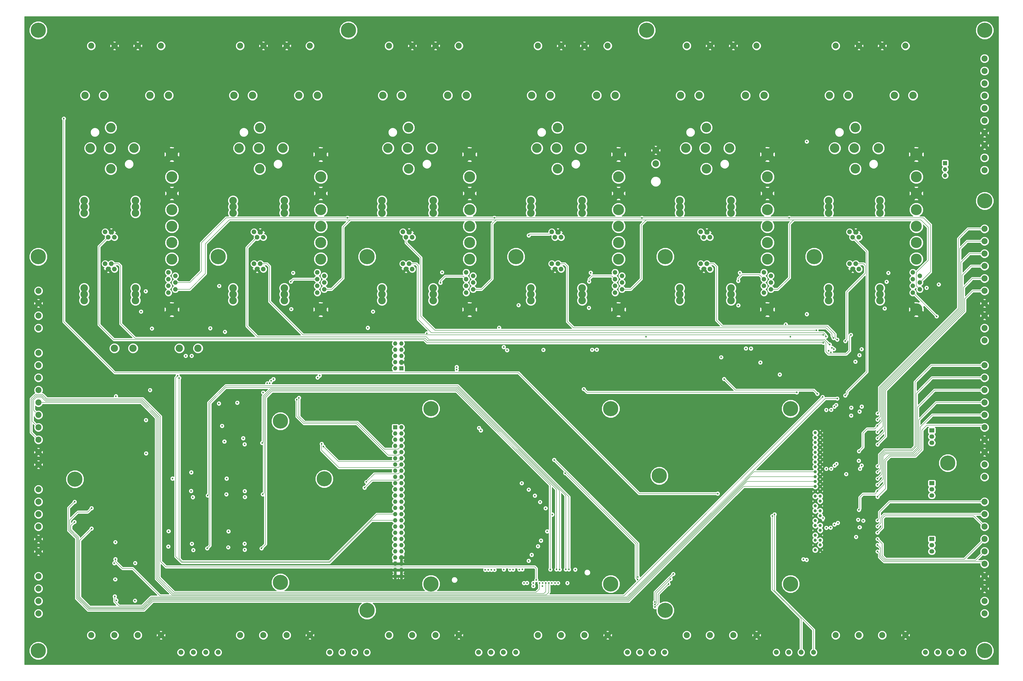
<source format=gbr>
G04 #@! TF.FileFunction,Copper,L2,Inr,Plane*
%FSLAX46Y46*%
G04 Gerber Fmt 4.6, Leading zero omitted, Abs format (unit mm)*
G04 Created by KiCad (PCBNEW 4.0.6) date 07/27/17 10:42:04*
%MOMM*%
%LPD*%
G01*
G04 APERTURE LIST*
%ADD10C,0.100000*%
%ADD11C,6.197600*%
%ADD12R,1.727200X1.727200*%
%ADD13O,1.727200X1.727200*%
%ADD14C,3.000000*%
%ADD15R,2.032000X1.727200*%
%ADD16O,2.032000X1.727200*%
%ADD17C,1.300000*%
%ADD18C,2.700000*%
%ADD19C,3.900000*%
%ADD20C,1.900000*%
%ADD21C,3.100000*%
%ADD22C,1.850000*%
%ADD23C,5.000000*%
%ADD24C,4.500000*%
%ADD25C,2.500000*%
%ADD26R,1.700000X1.700000*%
%ADD27O,1.700000X1.700000*%
%ADD28C,2.000000*%
%ADD29C,0.685800*%
%ADD30C,0.200000*%
%ADD31C,0.254000*%
G04 APERTURE END LIST*
D10*
D11*
X457403200Y-252095000D03*
X339293200Y-257302000D03*
X202133200Y-258572000D03*
X100025200Y-258699000D03*
X319410000Y-229870000D03*
X393040000Y-229870000D03*
X393040000Y-301600000D03*
X319410000Y-301600000D03*
X245770000Y-301600000D03*
X245770000Y-229870000D03*
X184150000Y-300990000D03*
X184150000Y-234950000D03*
D12*
X231140000Y-237490000D03*
D13*
X233680000Y-237490000D03*
X231140000Y-240030000D03*
X233680000Y-240030000D03*
X231140000Y-242570000D03*
X233680000Y-242570000D03*
X231140000Y-245110000D03*
X233680000Y-245110000D03*
X231140000Y-247650000D03*
X233680000Y-247650000D03*
X231140000Y-250190000D03*
X233680000Y-250190000D03*
X231140000Y-252730000D03*
X233680000Y-252730000D03*
X231140000Y-255270000D03*
X233680000Y-255270000D03*
X231140000Y-257810000D03*
X233680000Y-257810000D03*
X231140000Y-260350000D03*
X233680000Y-260350000D03*
X231140000Y-262890000D03*
X233680000Y-262890000D03*
X231140000Y-265430000D03*
X233680000Y-265430000D03*
X231140000Y-267970000D03*
X233680000Y-267970000D03*
X231140000Y-270510000D03*
X233680000Y-270510000D03*
X231140000Y-273050000D03*
X233680000Y-273050000D03*
X231140000Y-275590000D03*
X233680000Y-275590000D03*
X231140000Y-278130000D03*
X233680000Y-278130000D03*
X231140000Y-280670000D03*
X233680000Y-280670000D03*
X231140000Y-283210000D03*
X233680000Y-283210000D03*
X231140000Y-285750000D03*
X233680000Y-285750000D03*
X231140000Y-288290000D03*
X233680000Y-288290000D03*
X231140000Y-290830000D03*
X233680000Y-290830000D03*
X231140000Y-293370000D03*
X233680000Y-293370000D03*
X231140000Y-295910000D03*
X233680000Y-295910000D03*
X231140000Y-298450000D03*
X233680000Y-298450000D03*
D14*
X123825000Y-205105000D03*
X116205000Y-205105000D03*
X116205000Y-205105000D03*
X142795000Y-205105000D03*
X150415000Y-205105000D03*
D12*
X233680000Y-213360000D03*
D13*
X231140000Y-213360000D03*
X233680000Y-210820000D03*
X231140000Y-210820000D03*
X233680000Y-208280000D03*
X231140000Y-208280000D03*
X233680000Y-205740000D03*
X231140000Y-205740000D03*
X233680000Y-203200000D03*
X231140000Y-203200000D03*
D14*
X111760000Y-101600000D03*
X104140000Y-101600000D03*
X104140000Y-101600000D03*
X130730000Y-101600000D03*
X138350000Y-101600000D03*
X172720000Y-101600000D03*
X165100000Y-101600000D03*
X165100000Y-101600000D03*
X191690000Y-101600000D03*
X199310000Y-101600000D03*
X233680000Y-101600000D03*
X226060000Y-101600000D03*
X226060000Y-101600000D03*
X252650000Y-101600000D03*
X260270000Y-101600000D03*
X294640000Y-101600000D03*
X287020000Y-101600000D03*
X287020000Y-101600000D03*
X313610000Y-101600000D03*
X321230000Y-101600000D03*
X355600000Y-101600000D03*
X347980000Y-101600000D03*
X347980000Y-101600000D03*
X374570000Y-101600000D03*
X382190000Y-101600000D03*
X416560000Y-101600000D03*
X408940000Y-101600000D03*
X408940000Y-101600000D03*
X435530000Y-101600000D03*
X443150000Y-101600000D03*
D15*
X450850000Y-238760000D03*
D16*
X450850000Y-241300000D03*
X450850000Y-243840000D03*
D15*
X450850000Y-260350000D03*
D16*
X450850000Y-262890000D03*
X450850000Y-265430000D03*
D15*
X450850000Y-283210000D03*
D16*
X450850000Y-285750000D03*
X450850000Y-288290000D03*
D17*
X405130000Y-287655000D03*
X403130000Y-287655000D03*
X405130000Y-285655000D03*
X403130000Y-285655000D03*
X405130000Y-283655000D03*
X403130000Y-283655000D03*
X405130000Y-281655000D03*
X403130000Y-281655000D03*
X405130000Y-279655000D03*
X403130000Y-279655000D03*
X405130000Y-277655000D03*
X403130000Y-277655000D03*
X405130000Y-275655000D03*
X403130000Y-275655000D03*
X405130000Y-273655000D03*
X403130000Y-273655000D03*
X405130000Y-271655000D03*
X403130000Y-271655000D03*
X405130000Y-269655000D03*
X403130000Y-269655000D03*
X405130000Y-267655000D03*
X403130000Y-267655000D03*
X405130000Y-265655000D03*
X403130000Y-265655000D03*
X405130000Y-263655000D03*
X403130000Y-263655000D03*
X405130000Y-261655000D03*
X403130000Y-261655000D03*
X405130000Y-259655000D03*
X403130000Y-259655000D03*
X405130000Y-257655000D03*
X403130000Y-257655000D03*
X405130000Y-255655000D03*
X403130000Y-255655000D03*
X405130000Y-253655000D03*
X403130000Y-253655000D03*
X405130000Y-251655000D03*
X403130000Y-251655000D03*
X405130000Y-249655000D03*
X403130000Y-249655000D03*
X405130000Y-247655000D03*
X403130000Y-247655000D03*
X405130000Y-245655000D03*
X403130000Y-245655000D03*
X405130000Y-243655000D03*
X403130000Y-243655000D03*
X405130000Y-241655000D03*
X403130000Y-241655000D03*
X405130000Y-239655000D03*
X403130000Y-239655000D03*
D18*
X337820000Y-124040000D03*
X337820000Y-129540000D03*
D11*
X85039200Y-74930000D03*
X85039200Y-167640000D03*
X85039200Y-328930000D03*
X212039200Y-74930000D03*
X158699200Y-167640000D03*
X219659200Y-167640000D03*
X219659200Y-312420000D03*
X280619200Y-167640000D03*
X334086200Y-74930000D03*
X341706200Y-167640000D03*
X341706200Y-312420000D03*
X402666200Y-167640000D03*
X472516200Y-74930000D03*
X472516200Y-144780000D03*
X472516200Y-328930000D03*
D19*
X419506400Y-114757200D03*
X419506400Y-131648200D03*
X411099000Y-123190000D03*
X429006000Y-123190000D03*
X419100000Y-123190000D03*
X297586400Y-114757200D03*
X297586400Y-131648200D03*
X289179000Y-123190000D03*
X307086000Y-123190000D03*
X297180000Y-123190000D03*
X236626400Y-114757200D03*
X236626400Y-131648200D03*
X228219000Y-123190000D03*
X246126000Y-123190000D03*
X236220000Y-123190000D03*
X175666400Y-114757200D03*
X175666400Y-131648200D03*
X167259000Y-123190000D03*
X185166000Y-123190000D03*
X175260000Y-123190000D03*
X114706400Y-114757200D03*
X114706400Y-131648200D03*
X106299000Y-123190000D03*
X124206000Y-123190000D03*
X114300000Y-123190000D03*
X358546400Y-114757200D03*
X358546400Y-131648200D03*
X350139000Y-123190000D03*
X368046000Y-123190000D03*
X358140000Y-123190000D03*
D20*
X421005000Y-172720000D03*
X418465000Y-172720000D03*
X419735000Y-170520000D03*
X417195000Y-170520000D03*
D21*
X408600000Y-183030000D03*
X408600000Y-185570000D03*
X408600000Y-180490000D03*
X429600000Y-185570000D03*
X429600000Y-183030000D03*
X429600000Y-180490000D03*
D20*
X360045000Y-172720000D03*
X357505000Y-172720000D03*
X358775000Y-170520000D03*
X356235000Y-170520000D03*
D21*
X347640000Y-183030000D03*
X347640000Y-185570000D03*
X347640000Y-180490000D03*
X368640000Y-185570000D03*
X368640000Y-183030000D03*
X368640000Y-180490000D03*
D20*
X299085000Y-172720000D03*
X296545000Y-172720000D03*
X297815000Y-170520000D03*
X295275000Y-170520000D03*
D21*
X286680000Y-183030000D03*
X286680000Y-185570000D03*
X286680000Y-180490000D03*
X307680000Y-185570000D03*
X307680000Y-183030000D03*
X307680000Y-180490000D03*
D20*
X238125000Y-172720000D03*
X235585000Y-172720000D03*
X236855000Y-170520000D03*
X234315000Y-170520000D03*
D21*
X225720000Y-183030000D03*
X225720000Y-185570000D03*
X225720000Y-180490000D03*
X246720000Y-185570000D03*
X246720000Y-183030000D03*
X246720000Y-180490000D03*
D20*
X177165000Y-172720000D03*
X174625000Y-172720000D03*
X175895000Y-170520000D03*
X173355000Y-170520000D03*
D21*
X164760000Y-183030000D03*
X164760000Y-185570000D03*
X164760000Y-180490000D03*
X185760000Y-185570000D03*
X185760000Y-183030000D03*
X185760000Y-180490000D03*
D20*
X116205000Y-172720000D03*
X113665000Y-172720000D03*
X114935000Y-170520000D03*
X112395000Y-170520000D03*
D21*
X103800000Y-183030000D03*
X103800000Y-185570000D03*
X103800000Y-180490000D03*
X124800000Y-185570000D03*
X124800000Y-183030000D03*
X124800000Y-180490000D03*
D20*
X417195000Y-157480000D03*
X419735000Y-157480000D03*
X418465000Y-159680000D03*
X421005000Y-159680000D03*
D21*
X429600000Y-147170000D03*
X429600000Y-144630000D03*
X429600000Y-149710000D03*
X408600000Y-144630000D03*
X408600000Y-147170000D03*
X408600000Y-149710000D03*
D20*
X356235000Y-157480000D03*
X358775000Y-157480000D03*
X357505000Y-159680000D03*
X360045000Y-159680000D03*
D21*
X368640000Y-147170000D03*
X368640000Y-144630000D03*
X368640000Y-149710000D03*
X347640000Y-144630000D03*
X347640000Y-147170000D03*
X347640000Y-149710000D03*
D20*
X295275000Y-157480000D03*
X297815000Y-157480000D03*
X296545000Y-159680000D03*
X299085000Y-159680000D03*
D21*
X307680000Y-147170000D03*
X307680000Y-144630000D03*
X307680000Y-149710000D03*
X286680000Y-144630000D03*
X286680000Y-147170000D03*
X286680000Y-149710000D03*
D20*
X234315000Y-157480000D03*
X236855000Y-157480000D03*
X235585000Y-159680000D03*
X238125000Y-159680000D03*
D21*
X246720000Y-147170000D03*
X246720000Y-144630000D03*
X246720000Y-149710000D03*
X225720000Y-144630000D03*
X225720000Y-147170000D03*
X225720000Y-149710000D03*
D20*
X173355000Y-157480000D03*
X175895000Y-157480000D03*
X174625000Y-159680000D03*
X177165000Y-159680000D03*
D21*
X185760000Y-147170000D03*
X185760000Y-144630000D03*
X185760000Y-149710000D03*
X164760000Y-144630000D03*
X164760000Y-147170000D03*
X164760000Y-149710000D03*
D20*
X112395000Y-157480000D03*
X114935000Y-157480000D03*
X113665000Y-159680000D03*
X116205000Y-159680000D03*
D21*
X124800000Y-147170000D03*
X124800000Y-144630000D03*
X124800000Y-149710000D03*
X103800000Y-144630000D03*
X103800000Y-147170000D03*
X103800000Y-149710000D03*
D22*
X141120000Y-180980000D03*
X141120000Y-178210000D03*
X141120000Y-175440000D03*
X138280000Y-182350000D03*
X138280000Y-179580000D03*
X138280000Y-176810000D03*
X138280000Y-174040000D03*
D23*
X139700000Y-189230000D03*
X139700000Y-125730000D03*
D24*
X139700000Y-168600000D03*
X139700000Y-161870000D03*
X139700000Y-155140000D03*
X139700000Y-148410000D03*
X139700000Y-141680000D03*
X139700000Y-134950000D03*
D22*
X202080000Y-180980000D03*
X202080000Y-178210000D03*
X202080000Y-175440000D03*
X199240000Y-182350000D03*
X199240000Y-179580000D03*
X199240000Y-176810000D03*
X199240000Y-174040000D03*
D23*
X200660000Y-189230000D03*
X200660000Y-125730000D03*
D24*
X200660000Y-168600000D03*
X200660000Y-161870000D03*
X200660000Y-155140000D03*
X200660000Y-148410000D03*
X200660000Y-141680000D03*
X200660000Y-134950000D03*
D22*
X263040000Y-180980000D03*
X263040000Y-178210000D03*
X263040000Y-175440000D03*
X260200000Y-182350000D03*
X260200000Y-179580000D03*
X260200000Y-176810000D03*
X260200000Y-174040000D03*
D23*
X261620000Y-189230000D03*
X261620000Y-125730000D03*
D24*
X261620000Y-168600000D03*
X261620000Y-161870000D03*
X261620000Y-155140000D03*
X261620000Y-148410000D03*
X261620000Y-141680000D03*
X261620000Y-134950000D03*
D22*
X324000000Y-180980000D03*
X324000000Y-178210000D03*
X324000000Y-175440000D03*
X321160000Y-182350000D03*
X321160000Y-179580000D03*
X321160000Y-176810000D03*
X321160000Y-174040000D03*
D23*
X322580000Y-189230000D03*
X322580000Y-125730000D03*
D24*
X322580000Y-168600000D03*
X322580000Y-161870000D03*
X322580000Y-155140000D03*
X322580000Y-148410000D03*
X322580000Y-141680000D03*
X322580000Y-134950000D03*
D22*
X384960000Y-180980000D03*
X384960000Y-178210000D03*
X384960000Y-175440000D03*
X382120000Y-182350000D03*
X382120000Y-179580000D03*
X382120000Y-176810000D03*
X382120000Y-174040000D03*
D23*
X383540000Y-189230000D03*
X383540000Y-125730000D03*
D24*
X383540000Y-168600000D03*
X383540000Y-161870000D03*
X383540000Y-155140000D03*
X383540000Y-148410000D03*
X383540000Y-141680000D03*
X383540000Y-134950000D03*
D22*
X445920000Y-180980000D03*
X445920000Y-178210000D03*
X445920000Y-175440000D03*
X443080000Y-182350000D03*
X443080000Y-179580000D03*
X443080000Y-176810000D03*
X443080000Y-174040000D03*
D23*
X444500000Y-189230000D03*
X444500000Y-125730000D03*
D24*
X444500000Y-168600000D03*
X444500000Y-161870000D03*
X444500000Y-155140000D03*
X444500000Y-148410000D03*
X444500000Y-141680000D03*
X444500000Y-134950000D03*
D25*
X106680000Y-322580000D03*
X116200000Y-322580000D03*
X125720000Y-322580000D03*
X135240000Y-322580000D03*
X167640000Y-322580000D03*
X177160000Y-322580000D03*
X186680000Y-322580000D03*
X196200000Y-322580000D03*
X228600000Y-322580000D03*
X238120000Y-322580000D03*
X247640000Y-322580000D03*
X257160000Y-322580000D03*
X289560000Y-322580000D03*
X299080000Y-322580000D03*
X308600000Y-322580000D03*
X318120000Y-322580000D03*
X350520000Y-322580000D03*
X360040000Y-322580000D03*
X369560000Y-322580000D03*
X379080000Y-322580000D03*
X411480000Y-322580000D03*
X421000000Y-322580000D03*
X430520000Y-322580000D03*
X440040000Y-322580000D03*
X135255000Y-81280000D03*
X125735000Y-81280000D03*
X116215000Y-81280000D03*
X106695000Y-81280000D03*
X196215000Y-81280000D03*
X186695000Y-81280000D03*
X177175000Y-81280000D03*
X167655000Y-81280000D03*
X257175000Y-81280000D03*
X247655000Y-81280000D03*
X238135000Y-81280000D03*
X228615000Y-81280000D03*
X318135000Y-81280000D03*
X308615000Y-81280000D03*
X299095000Y-81280000D03*
X289575000Y-81280000D03*
X379095000Y-81280000D03*
X369575000Y-81280000D03*
X360055000Y-81280000D03*
X350535000Y-81280000D03*
X440055000Y-81280000D03*
X430535000Y-81280000D03*
X421015000Y-81280000D03*
X411495000Y-81280000D03*
X85090000Y-298450000D03*
X85090000Y-303530000D03*
X85090000Y-308610000D03*
X85090000Y-313690000D03*
X85090000Y-181610000D03*
X85090000Y-186690000D03*
X85090000Y-191770000D03*
X85090000Y-196850000D03*
X85090000Y-207010000D03*
X85090000Y-212090000D03*
X85090000Y-217170000D03*
X85090000Y-222250000D03*
X85090000Y-227330000D03*
X85090000Y-232410000D03*
X85090000Y-237490000D03*
X85090000Y-242570000D03*
X85090000Y-247650000D03*
X85090000Y-252730000D03*
X472440000Y-313690000D03*
X472440000Y-308610000D03*
X472440000Y-303530000D03*
X472440000Y-298450000D03*
X472440000Y-293370000D03*
X472440000Y-288290000D03*
X472440000Y-283210000D03*
X472440000Y-278130000D03*
X472440000Y-273050000D03*
X472440000Y-267970000D03*
X472440000Y-257810000D03*
X472440000Y-252730000D03*
X472440000Y-247650000D03*
X472440000Y-242570000D03*
X472440000Y-237490000D03*
X472440000Y-232410000D03*
X472440000Y-227330000D03*
X472440000Y-222250000D03*
X472440000Y-217170000D03*
X472440000Y-212090000D03*
X472440000Y-201930000D03*
X472440000Y-196850000D03*
X472440000Y-191770000D03*
X472440000Y-186690000D03*
X472440000Y-181610000D03*
X472440000Y-176530000D03*
X472440000Y-171450000D03*
X472440000Y-166370000D03*
X472440000Y-161290000D03*
X472440000Y-156210000D03*
X85090000Y-262890000D03*
X85090000Y-267970000D03*
X85090000Y-273050000D03*
X85090000Y-278130000D03*
X85090000Y-283210000D03*
X85090000Y-288290000D03*
X472440000Y-132209000D03*
X472440000Y-127129000D03*
X472440000Y-122049000D03*
X472440000Y-116969000D03*
X472440000Y-111889000D03*
X472440000Y-106809000D03*
X472440000Y-101729000D03*
X472440000Y-96649000D03*
X472440000Y-91569000D03*
X472440000Y-86489000D03*
D26*
X456298200Y-129309000D03*
D27*
X456298200Y-131849000D03*
X456298200Y-134389000D03*
D28*
X158638200Y-329609000D03*
X153558200Y-329609000D03*
X143398200Y-329609000D03*
X148478200Y-329609000D03*
X219538200Y-329609000D03*
X214458200Y-329609000D03*
X204298200Y-329609000D03*
X209378200Y-329609000D03*
X280538200Y-329609000D03*
X275458200Y-329609000D03*
X265298200Y-329609000D03*
X270378200Y-329609000D03*
X341438200Y-329609000D03*
X336358200Y-329609000D03*
X326198200Y-329609000D03*
X331278200Y-329609000D03*
X402438200Y-329609000D03*
X397358200Y-329609000D03*
X387198200Y-329609000D03*
X392278200Y-329609000D03*
X463438200Y-329609000D03*
X458358200Y-329609000D03*
X448198200Y-329609000D03*
X453278200Y-329609000D03*
D29*
X417722000Y-199625000D03*
X406400000Y-199644000D03*
X120497600Y-111760000D03*
X93802200Y-106680000D03*
X153490000Y-114757200D03*
X186512200Y-113538000D03*
X214450000Y-114782600D03*
X247472200Y-113538000D03*
X275410000Y-114782600D03*
X308279800Y-113588800D03*
X336370000Y-114805800D03*
X369392200Y-113538000D03*
X458290000Y-114805800D03*
X430352200Y-113538000D03*
X397330000Y-114757200D03*
X421030400Y-199720200D03*
X420954200Y-206273400D03*
X417855400Y-212166200D03*
X416534600Y-217170000D03*
X420979600Y-229743000D03*
X419531800Y-237083600D03*
X416255200Y-240665000D03*
X423595800Y-251129800D03*
X420116000Y-261213600D03*
X416433000Y-264795000D03*
X421477800Y-273980000D03*
X440870000Y-290294400D03*
X417830000Y-283870400D03*
X416636200Y-288925000D03*
X350545400Y-174421800D03*
X289610800Y-174650400D03*
X292125000Y-295732600D03*
X299745000Y-295732600D03*
X303555000Y-295783400D03*
X308329200Y-300585000D03*
X305460400Y-297408600D03*
X304190400Y-299948600D03*
X300380400Y-299948600D03*
X300380400Y-297408600D03*
X296570400Y-297408600D03*
X296570400Y-299949600D03*
X300355000Y-301218600D03*
X304165000Y-301218600D03*
X297230800Y-304165000D03*
X288975800Y-302488600D03*
X292811200Y-299897800D03*
X292760400Y-297408600D03*
X290220400Y-298678600D03*
X288925000Y-301193200D03*
X285115000Y-302463200D03*
X284581600Y-293370000D03*
X280695000Y-295783400D03*
X276885000Y-295783000D03*
X277520400Y-297408600D03*
X281305000Y-297434000D03*
X282576000Y-301244000D03*
X281330400Y-299949600D03*
X278790400Y-301219600D03*
X277521400Y-299948600D03*
X274980400Y-301219600D03*
X273685000Y-299975000D03*
X271170400Y-301219600D03*
X269888200Y-299961800D03*
X267360400Y-301219600D03*
X266090400Y-299949600D03*
X263525000Y-301245000D03*
X273708600Y-297408600D03*
X271170400Y-297434000D03*
X273075400Y-295833800D03*
X267360400Y-297409600D03*
X266090400Y-297409600D03*
X264185400Y-295833800D03*
X262915400Y-295808400D03*
X172720000Y-286791400D03*
X172770800Y-265201400D03*
X171881800Y-243586000D03*
X151434800Y-243840000D03*
X153365200Y-258749800D03*
X150495000Y-286715200D03*
X108889800Y-305435000D03*
X123190000Y-299974000D03*
X119684800Y-299720000D03*
X123190000Y-284734000D03*
X119735600Y-284530800D03*
X109067600Y-290195000D03*
X103047800Y-277495000D03*
X103073200Y-269240000D03*
X127355600Y-250164600D03*
X126161800Y-234340400D03*
X126161800Y-220395800D03*
X407543000Y-200279000D03*
X410591000Y-200914000D03*
X412141000Y-201575000D03*
X415417000Y-202184000D03*
X406400000Y-202819000D03*
X419555800Y-210590000D03*
X417855400Y-229412800D03*
X417830000Y-232638600D03*
X420949000Y-251150000D03*
X415798000Y-256616200D03*
X420700200Y-275310600D03*
X419836600Y-282346400D03*
X271805000Y-295834200D03*
X270535000Y-295783400D03*
X269265000Y-295783400D03*
X116509800Y-299720000D03*
X116560600Y-284480000D03*
X267995000Y-295783400D03*
X409067000Y-203581000D03*
X409981400Y-204927200D03*
X285140400Y-301193200D03*
X422097200Y-205486000D03*
X422148000Y-228981000D03*
X422122600Y-253111000D03*
X422783000Y-275691600D03*
X283857700Y-301231300D03*
X410997400Y-228981000D03*
X411048200Y-253111000D03*
X410997400Y-277241000D03*
X410743400Y-205486000D03*
X295275000Y-301218600D03*
X408609800Y-206121000D03*
X287706300Y-302463700D03*
X421208200Y-207924400D03*
X411683200Y-228320600D03*
X409625800Y-230301800D03*
X409625800Y-254431800D03*
X409422600Y-278536400D03*
X409524200Y-206781400D03*
X291490400Y-301218600D03*
X403593300Y-197751700D03*
X395554200Y-223139000D03*
X308356000Y-221818200D03*
X403991000Y-223770000D03*
X365810800Y-217703400D03*
X415391600Y-224420000D03*
X406146000Y-225044000D03*
X116586000Y-291465000D03*
X412140400Y-225704400D03*
X116332000Y-306705000D03*
X428675800Y-231800400D03*
X428625000Y-234315000D03*
X407644600Y-230352600D03*
X407644600Y-254457200D03*
X407644600Y-278612600D03*
X287680400Y-301193200D03*
X421259000Y-231013000D03*
X411810200Y-252425200D03*
X428625000Y-236855000D03*
X421017700Y-247256300D03*
X428599600Y-239395000D03*
X428625000Y-241935000D03*
X428625000Y-244475000D03*
X428625000Y-253365000D03*
X428625000Y-255778000D03*
X428625000Y-258445000D03*
X428599600Y-260985000D03*
X421436800Y-254457200D03*
X412394400Y-276580000D03*
X428586900Y-263563100D03*
X421005000Y-271272000D03*
X428625000Y-265938000D03*
X428599600Y-275590000D03*
X428625000Y-278003000D03*
X428586900Y-280581100D03*
X428625000Y-283210000D03*
X428625000Y-285623000D03*
X428625000Y-288290000D03*
X421309800Y-278384000D03*
X291465000Y-302514000D03*
X124663200Y-293065200D03*
X116113200Y-293075000D03*
X124587000Y-308432200D03*
X116976800Y-308315000D03*
X145364200Y-208203800D03*
X142048200Y-216399000D03*
X147802600Y-208203800D03*
X142668200Y-217259000D03*
X392455400Y-151714200D03*
X332155800Y-151739600D03*
X211607400Y-151688800D03*
X271754600Y-151688800D03*
X127076200Y-190093600D03*
X139979400Y-258445000D03*
X138353800Y-280009600D03*
X160274000Y-236880400D03*
X162128200Y-258445000D03*
X162890200Y-280060400D03*
X431546000Y-188798200D03*
X116789200Y-224739200D03*
X343038200Y-301599000D03*
X337508200Y-311059000D03*
X399592800Y-291719000D03*
X343868200Y-299589000D03*
X337488200Y-310009000D03*
X398246600Y-291490400D03*
X344988200Y-297519000D03*
X337488200Y-308959000D03*
X406298400Y-274624800D03*
X191719200Y-225399600D03*
X190881000Y-226136200D03*
X201752200Y-245364000D03*
X201041000Y-244246400D03*
X219328200Y-259839000D03*
X265455400Y-237718600D03*
X218598200Y-262189000D03*
X266217400Y-238734600D03*
X330498200Y-298789000D03*
X296238200Y-250789000D03*
X282956000Y-260350000D03*
X330378200Y-299759000D03*
X300768200Y-256229000D03*
X285800800Y-262966200D03*
X385568200Y-273789000D03*
X380658200Y-210939000D03*
X288315324Y-265455476D03*
X386468200Y-273109000D03*
X388588200Y-215859000D03*
X290474400Y-268046200D03*
X452828200Y-192029000D03*
X292709600Y-270611600D03*
X453690602Y-178981402D03*
X295452800Y-273177000D03*
X294055800Y-301193200D03*
X292785800Y-301193200D03*
X290233100Y-301205900D03*
X288925000Y-299948600D03*
X180340000Y-218440000D03*
X128981200Y-181762400D03*
X199364600Y-217093800D03*
X147574000Y-263525000D03*
X188569600Y-189077600D03*
X188417200Y-177825400D03*
X138252200Y-286283400D03*
X249682000Y-178308000D03*
X147878800Y-285140400D03*
X256311400Y-213791800D03*
X161213800Y-243281200D03*
X310540400Y-177800000D03*
X310438800Y-188518800D03*
X311759600Y-205714600D03*
X168910000Y-241935000D03*
X162001200Y-264896600D03*
X374726200Y-205181200D03*
X371602000Y-177520600D03*
X371627400Y-187553600D03*
X169519600Y-263601200D03*
X162763200Y-286588200D03*
X432333400Y-177876200D03*
X169468800Y-285115000D03*
X293370000Y-280060400D03*
X155422600Y-196900800D03*
X281965000Y-295681000D03*
X161417000Y-198374000D03*
X304850800Y-295706800D03*
X177063400Y-223240600D03*
X301650400Y-301218600D03*
X130759200Y-222224600D03*
X297840400Y-301244000D03*
X129108200Y-234492800D03*
X296570400Y-301218600D03*
X129133600Y-248132600D03*
X363194600Y-264617200D03*
X95453200Y-111074200D03*
X181279800Y-217728800D03*
X302260000Y-295656000D03*
X154381200Y-265379200D03*
X279425400Y-295732200D03*
X244119400Y-199009000D03*
X219913200Y-196723000D03*
X290830000Y-283845000D03*
X200202800Y-216306400D03*
X300990000Y-295656000D03*
X154178000Y-287020000D03*
X276949708Y-205880227D03*
X278155400Y-295732200D03*
X273685000Y-196672200D03*
X289585400Y-286156400D03*
X256311400Y-212801200D03*
X298475000Y-295681400D03*
X176707800Y-243865400D03*
X275590000Y-204597000D03*
X275615000Y-295681000D03*
X291795200Y-205765400D03*
X287020000Y-289687000D03*
X313690000Y-205689200D03*
X297180000Y-295656000D03*
X176911000Y-264896600D03*
X399669000Y-191135000D03*
X399643600Y-120472200D03*
X364591600Y-208788000D03*
X285775000Y-292125400D03*
X376783600Y-205206600D03*
X294665000Y-295681000D03*
X176403000Y-287020000D03*
X391033000Y-195326000D03*
X283210000Y-295656000D03*
X448716400Y-180365400D03*
X99898200Y-267970000D03*
X106840000Y-270560800D03*
X99822000Y-276199600D03*
X106832400Y-278917400D03*
X189357000Y-174218600D03*
X148285200Y-266065000D03*
X250342400Y-174015400D03*
X148488400Y-287731200D03*
X311175400Y-174167800D03*
X169494200Y-244398800D03*
X372249700Y-174180500D03*
X169595800Y-266014200D03*
X433044600Y-174244000D03*
X169519600Y-287578800D03*
X131521200Y-197027800D03*
X147650200Y-255905000D03*
X159080200Y-179578000D03*
X222046800Y-190093600D03*
X158953200Y-227711000D03*
X166471600Y-227380800D03*
X281635200Y-187452000D03*
X333883000Y-200355200D03*
X178765200Y-219456000D03*
X392963400Y-200329800D03*
X179755800Y-219430600D03*
X285826200Y-158877000D03*
D30*
X417722000Y-199625000D02*
X417703000Y-199644000D01*
X412394400Y-207518000D02*
X408559000Y-207518000D01*
X407517600Y-203047600D02*
X406984200Y-202514200D01*
X407517600Y-206476600D02*
X407517600Y-203047600D01*
X408559000Y-207518000D02*
X407517600Y-206476600D01*
X406984200Y-202514200D02*
X406527000Y-202057000D01*
X406527000Y-202057000D02*
X244475000Y-202057000D01*
X244475000Y-202057000D02*
X243459000Y-201041000D01*
X417703000Y-199644000D02*
X417195000Y-200152000D01*
X417195000Y-200152000D02*
X417195000Y-206121000D01*
X417195000Y-206121000D02*
X415798000Y-207518000D01*
X415798000Y-207518000D02*
X412394400Y-207518000D01*
X117815000Y-170520000D02*
X114935000Y-170520000D01*
X118745000Y-171450000D02*
X117815000Y-170520000D01*
X118745000Y-195072000D02*
X118745000Y-171450000D01*
X124714000Y-201041000D02*
X118745000Y-195072000D01*
X243459000Y-201041000D02*
X124714000Y-201041000D01*
X406400000Y-199644000D02*
X224790000Y-199644000D01*
X178648000Y-170520000D02*
X175895000Y-170520000D01*
X179705000Y-171577000D02*
X178648000Y-170520000D01*
X179705000Y-185928000D02*
X179705000Y-171577000D01*
X193421000Y-199644000D02*
X179705000Y-185928000D01*
X224790000Y-199644000D02*
X193421000Y-199644000D01*
X224790000Y-199644000D02*
X224790000Y-199644000D01*
X93802200Y-106680000D02*
X93827600Y-106654600D01*
X153490000Y-114757200D02*
X153492200Y-114757200D01*
X214450000Y-114782600D02*
X214452200Y-114782600D01*
X275410000Y-114782600D02*
X275412200Y-114782600D01*
X336370000Y-114805800D02*
X336372200Y-114808000D01*
X458290000Y-114805800D02*
X458292200Y-114808000D01*
X397330000Y-114757200D02*
X397332200Y-114757200D01*
X421477800Y-273980000D02*
X421487600Y-273989800D01*
X440870000Y-290294400D02*
X440867800Y-290296600D01*
X292125000Y-295732600D02*
X292125400Y-295732200D01*
X299745000Y-295732600D02*
X299745400Y-295732200D01*
X303555000Y-295783400D02*
X303555400Y-295783000D01*
X308329200Y-300585000D02*
X308330600Y-300583600D01*
X296570400Y-299949600D02*
X296570400Y-299948600D01*
X280695000Y-295783400D02*
X280695400Y-295783000D01*
X276885000Y-295783000D02*
X276885400Y-295783000D01*
X282576000Y-301244000D02*
X282575000Y-301244000D01*
X281330400Y-299949600D02*
X281330400Y-299948600D01*
X278790400Y-301219600D02*
X278790400Y-301218600D01*
X277521400Y-299948600D02*
X277520400Y-299948600D01*
X274980400Y-301219600D02*
X274980400Y-301218600D01*
X273685000Y-299975000D02*
X273685000Y-299974000D01*
X271170400Y-301219600D02*
X271170400Y-301218600D01*
X269875000Y-299974000D02*
X269876000Y-299974000D01*
X269876000Y-299974000D02*
X269888200Y-299961800D01*
X267360400Y-301219600D02*
X267360400Y-301218600D01*
X266090400Y-299949600D02*
X266090400Y-299948600D01*
X263525000Y-301245000D02*
X263525000Y-301244000D01*
X273708600Y-297408600D02*
X273710400Y-297408600D01*
X267360400Y-297409600D02*
X267360400Y-297408600D01*
X266090400Y-297409600D02*
X266090400Y-297408600D01*
X119684800Y-299720000D02*
X119684800Y-299694600D01*
X127355600Y-250164600D02*
X127381000Y-250164600D01*
X93827600Y-106654600D02*
X93853000Y-106629200D01*
X407543000Y-200279000D02*
X407162000Y-199898000D01*
X407162000Y-199390000D02*
X406527000Y-198755000D01*
X407162000Y-199898000D02*
X407162000Y-199390000D01*
X406527000Y-198755000D02*
X245999000Y-198755000D01*
X239735000Y-170520000D02*
X236855000Y-170520000D01*
X240538000Y-171323000D02*
X239735000Y-170520000D01*
X240538000Y-193294000D02*
X240538000Y-171323000D01*
X245999000Y-198755000D02*
X240538000Y-193294000D01*
X407543000Y-196723000D02*
X304165000Y-196723000D01*
X410591000Y-200787000D02*
X409956000Y-200152000D01*
X409956000Y-200152000D02*
X409956000Y-199136000D01*
X409956000Y-199136000D02*
X407543000Y-196723000D01*
X300568000Y-170520000D02*
X297815000Y-170520000D01*
X301625000Y-171577000D02*
X300568000Y-170520000D01*
X301625000Y-194183000D02*
X301625000Y-171577000D01*
X304165000Y-196723000D02*
X301625000Y-194183000D01*
X410591000Y-200914000D02*
X410591000Y-200787000D01*
X412141000Y-201575000D02*
X412115000Y-201549000D01*
X408051000Y-196088000D02*
X365125000Y-196088000D01*
X358775000Y-170520000D02*
X361528000Y-170520000D01*
X362712000Y-171704000D02*
X361528000Y-170520000D01*
X362712000Y-193675000D02*
X362712000Y-171704000D01*
X365125000Y-196088000D02*
X362712000Y-193675000D01*
X411861000Y-201549000D02*
X411226000Y-200914000D01*
X411226000Y-200914000D02*
X411226000Y-199263000D01*
X411226000Y-199263000D02*
X408051000Y-196088000D01*
X412115000Y-201549000D02*
X411861000Y-201549000D01*
X419735000Y-170520000D02*
X422869000Y-170520000D01*
X423672000Y-171323000D02*
X422869000Y-170520000D01*
X423672000Y-174371000D02*
X423672000Y-171323000D01*
X416052000Y-181991000D02*
X423672000Y-174371000D01*
X416052000Y-201422000D02*
X416052000Y-181991000D01*
X415417000Y-202057000D02*
X416052000Y-201422000D01*
X415417000Y-202184000D02*
X415417000Y-202057000D01*
X406374600Y-202819000D02*
X406400000Y-202819000D01*
X406374600Y-202819000D02*
X244221000Y-202819000D01*
X109855000Y-163490000D02*
X113665000Y-159680000D01*
X109855000Y-195453000D02*
X109855000Y-163490000D01*
X115951000Y-201549000D02*
X109855000Y-195453000D01*
X242951000Y-201549000D02*
X115951000Y-201549000D01*
X244221000Y-202819000D02*
X242951000Y-201549000D01*
X420949000Y-251150000D02*
X420954200Y-251155200D01*
X174752000Y-200406000D02*
X170434000Y-196088000D01*
X243840000Y-200406000D02*
X174752000Y-200406000D01*
X244983000Y-201549000D02*
X243840000Y-200406000D01*
X408940000Y-203581000D02*
X406908000Y-201549000D01*
X406908000Y-201549000D02*
X406781000Y-201549000D01*
X406781000Y-201549000D02*
X244983000Y-201549000D01*
X409067000Y-203581000D02*
X408940000Y-203581000D01*
X170434000Y-196088000D02*
X170434000Y-163871000D01*
X170434000Y-163871000D02*
X174625000Y-159680000D01*
X403593300Y-197751700D02*
X403580600Y-197739000D01*
X403580600Y-197739000D02*
X402894800Y-197739000D01*
X402894800Y-197739000D02*
X402894800Y-197764400D01*
X402894800Y-197764400D02*
X402894800Y-197739000D01*
X235585000Y-161925000D02*
X235585000Y-159680000D01*
X241681000Y-168021000D02*
X235585000Y-161925000D01*
X241681000Y-192024000D02*
X241681000Y-168021000D01*
X247396000Y-197739000D02*
X241681000Y-192024000D01*
X402894800Y-197739000D02*
X247396000Y-197739000D01*
X310946800Y-223139000D02*
X395554200Y-223139000D01*
X309676800Y-223139000D02*
X308356000Y-221818200D01*
X309676800Y-223139000D02*
X310946800Y-223139000D01*
X310946800Y-223139000D02*
X310896000Y-223139000D01*
X403991000Y-223770000D02*
X403987000Y-223774000D01*
X370459000Y-222250000D02*
X365912400Y-217703400D01*
X403987000Y-223774000D02*
X402463000Y-222250000D01*
X402463000Y-222250000D02*
X400939000Y-222250000D01*
X400939000Y-222250000D02*
X370459000Y-222250000D01*
X365912400Y-217703400D02*
X365810800Y-217703400D01*
X415417000Y-224409000D02*
X415402600Y-224409000D01*
X415402600Y-224409000D02*
X415391600Y-224420000D01*
X424307000Y-165522000D02*
X418465000Y-159680000D01*
X424307000Y-214757000D02*
X424307000Y-165522000D01*
X416179000Y-222885000D02*
X424307000Y-214757000D01*
X416179000Y-223647000D02*
X416179000Y-222885000D01*
X415417000Y-224409000D02*
X416179000Y-223647000D01*
X133692900Y-305269900D02*
X123698000Y-295275000D01*
X123698000Y-295275000D02*
X119456200Y-295275000D01*
X119456200Y-295275000D02*
X116586000Y-292404800D01*
X116586000Y-292404800D02*
X116586000Y-291465000D01*
X406146000Y-225044000D02*
X324916800Y-306273200D01*
X134874000Y-306451000D02*
X324739000Y-306451000D01*
X324739000Y-306451000D02*
X324916800Y-306273200D01*
X133692900Y-305269900D02*
X134874000Y-306451000D01*
X407289000Y-225679000D02*
X412115000Y-225679000D01*
X327558400Y-305409600D02*
X407289000Y-225679000D01*
X412115000Y-225679000D02*
X412140400Y-225704400D01*
X129463800Y-308686200D02*
X127508000Y-310642000D01*
X127508000Y-310642000D02*
X118110000Y-310642000D01*
X118110000Y-310642000D02*
X116332000Y-308864000D01*
X116332000Y-308864000D02*
X116332000Y-306705000D01*
X129971800Y-308178200D02*
X131216400Y-306933600D01*
X327558400Y-305384200D02*
X327558400Y-305409600D01*
X326009000Y-306933600D02*
X327558400Y-305384200D01*
X131216400Y-306933600D02*
X326009000Y-306933600D01*
X129463800Y-308686200D02*
X129971800Y-308178200D01*
X129971800Y-308178200D02*
X130632200Y-307517800D01*
X129540000Y-308610000D02*
X129463800Y-308686200D01*
X327558400Y-305409600D02*
X326720200Y-306247800D01*
X465683600Y-156210000D02*
X472440000Y-156210000D01*
X461772000Y-160121600D02*
X465683600Y-156210000D01*
X461772000Y-188772800D02*
X461772000Y-160121600D01*
X429387000Y-221157800D02*
X461772000Y-188772800D01*
X429387000Y-231089200D02*
X429387000Y-221157800D01*
X428675800Y-231800400D02*
X429387000Y-231089200D01*
X428625000Y-234315000D02*
X429895000Y-233045000D01*
X429895000Y-233045000D02*
X429895000Y-221361000D01*
X429895000Y-221361000D02*
X462280000Y-188976000D01*
X462280000Y-188976000D02*
X462280000Y-169545000D01*
X462280000Y-169545000D02*
X462280000Y-164338000D01*
X462280000Y-164338000D02*
X465328000Y-161290000D01*
X472440000Y-161290000D02*
X465328000Y-161290000D01*
X428625000Y-236905800D02*
X428625000Y-236855000D01*
X428625000Y-236905800D02*
X428625000Y-236982000D01*
X428625000Y-236982000D02*
X427482000Y-238125000D01*
X427482000Y-238125000D02*
X424307000Y-238125000D01*
X424307000Y-238125000D02*
X422656000Y-239776000D01*
X422656000Y-239776000D02*
X422656000Y-245618000D01*
X422656000Y-245618000D02*
X421017700Y-247256300D01*
X466344000Y-166370000D02*
X472440000Y-166370000D01*
X462788000Y-169926000D02*
X466344000Y-166370000D01*
X462788000Y-189230000D02*
X462788000Y-169926000D01*
X430403000Y-221615000D02*
X462788000Y-189230000D01*
X430403000Y-235077000D02*
X430403000Y-221615000D01*
X428625000Y-236855000D02*
X430403000Y-235077000D01*
X428599600Y-239395000D02*
X428625000Y-239395000D01*
X466979000Y-171450000D02*
X472440000Y-171450000D01*
X463296000Y-175133000D02*
X466979000Y-171450000D01*
X463296000Y-189484000D02*
X463296000Y-175133000D01*
X430911000Y-221869000D02*
X463296000Y-189484000D01*
X430911000Y-237109000D02*
X430911000Y-221869000D01*
X428625000Y-239395000D02*
X430911000Y-237109000D01*
X428625000Y-241935000D02*
X431419000Y-239141000D01*
X431419000Y-239141000D02*
X431419000Y-222123000D01*
X431419000Y-222123000D02*
X463804000Y-189738000D01*
X463804000Y-189738000D02*
X463804000Y-180213000D01*
X463804000Y-180213000D02*
X467487000Y-176530000D01*
X472440000Y-176530000D02*
X467487000Y-176530000D01*
X428625000Y-244475000D02*
X431927000Y-241173000D01*
X431927000Y-241173000D02*
X431927000Y-222377000D01*
X431927000Y-222377000D02*
X464312000Y-189992000D01*
X464312000Y-189992000D02*
X464312000Y-184912000D01*
X464312000Y-184912000D02*
X467614000Y-181610000D01*
X472440000Y-181610000D02*
X467614000Y-181610000D01*
X428625000Y-253365000D02*
X429387000Y-252603000D01*
X429387000Y-252603000D02*
X429387000Y-248666000D01*
X429387000Y-248666000D02*
X431419000Y-246634000D01*
X431419000Y-246634000D02*
X442595000Y-246634000D01*
X442595000Y-246634000D02*
X443992000Y-245237000D01*
X443992000Y-245237000D02*
X443992000Y-218821000D01*
X443992000Y-218821000D02*
X450723000Y-212090000D01*
X472440000Y-212090000D02*
X450723000Y-212090000D01*
X428625000Y-255778000D02*
X429895000Y-254508000D01*
X429895000Y-254508000D02*
X429895000Y-248793000D01*
X429895000Y-248793000D02*
X431546000Y-247142000D01*
X431546000Y-247142000D02*
X442722000Y-247142000D01*
X442722000Y-247142000D02*
X444500000Y-245364000D01*
X444500000Y-245364000D02*
X444500000Y-223647000D01*
X444500000Y-223647000D02*
X450977000Y-217170000D01*
X472440000Y-217170000D02*
X450977000Y-217170000D01*
X428625000Y-258445000D02*
X430403000Y-256667000D01*
X430403000Y-256667000D02*
X430403000Y-249047000D01*
X430403000Y-249047000D02*
X431673000Y-247777000D01*
X431673000Y-247777000D02*
X443103000Y-247777000D01*
X443103000Y-247777000D02*
X445008000Y-245872000D01*
X445008000Y-245872000D02*
X445008000Y-229235000D01*
X445008000Y-229235000D02*
X451993000Y-222250000D01*
X472440000Y-222250000D02*
X451993000Y-222250000D01*
X428599600Y-260985000D02*
X428625000Y-260985000D01*
X452628000Y-227330000D02*
X472440000Y-227330000D01*
X445516000Y-234442000D02*
X452628000Y-227330000D01*
X445516000Y-246126000D02*
X445516000Y-234442000D01*
X443357000Y-248285000D02*
X445516000Y-246126000D01*
X431927000Y-248285000D02*
X443357000Y-248285000D01*
X430911000Y-249301000D02*
X431927000Y-248285000D01*
X430911000Y-258699000D02*
X430911000Y-249301000D01*
X428625000Y-260985000D02*
X430911000Y-258699000D01*
X428117000Y-264033000D02*
X428586900Y-263563100D01*
X421386000Y-270891000D02*
X421005000Y-271272000D01*
X421386000Y-266065000D02*
X421386000Y-270891000D01*
X422656000Y-264795000D02*
X421386000Y-266065000D01*
X427736000Y-264795000D02*
X422656000Y-264795000D01*
X428117000Y-264414000D02*
X427736000Y-264795000D01*
X428117000Y-264033000D02*
X428117000Y-264414000D01*
X451104000Y-232410000D02*
X472440000Y-232410000D01*
X446151000Y-237363000D02*
X451104000Y-232410000D01*
X446151000Y-246380000D02*
X446151000Y-237363000D01*
X443738000Y-248793000D02*
X446151000Y-246380000D01*
X433451000Y-248793000D02*
X443738000Y-248793000D01*
X431419000Y-250825000D02*
X433451000Y-248793000D01*
X431419000Y-260731000D02*
X431419000Y-250825000D01*
X428625000Y-263525000D02*
X431419000Y-260731000D01*
X428625000Y-265938000D02*
X431927000Y-262636000D01*
X431927000Y-262636000D02*
X431927000Y-251206000D01*
X431927000Y-251206000D02*
X433832000Y-249301000D01*
X433832000Y-249301000D02*
X444119000Y-249301000D01*
X444119000Y-249301000D02*
X446786000Y-246634000D01*
X446786000Y-246634000D02*
X446786000Y-238633000D01*
X446786000Y-238633000D02*
X448818000Y-236601000D01*
X448818000Y-236601000D02*
X471551000Y-236601000D01*
X472440000Y-237490000D02*
X471551000Y-236601000D01*
X428599600Y-275590000D02*
X428625000Y-275590000D01*
X433578000Y-267970000D02*
X472440000Y-267970000D01*
X429387000Y-272161000D02*
X433578000Y-267970000D01*
X429387000Y-274828000D02*
X429387000Y-272161000D01*
X428625000Y-275590000D02*
X429387000Y-274828000D01*
X428625000Y-278003000D02*
X430022000Y-276606000D01*
X430022000Y-276606000D02*
X430022000Y-274447000D01*
X430022000Y-274447000D02*
X431419000Y-273050000D01*
X472440000Y-273050000D02*
X431419000Y-273050000D01*
X428586900Y-280581100D02*
X428625000Y-280543000D01*
X467995000Y-273685000D02*
X472440000Y-278130000D01*
X428625000Y-280543000D02*
X430657000Y-278511000D01*
X430657000Y-278511000D02*
X430657000Y-274701000D01*
X430657000Y-274701000D02*
X431673000Y-273685000D01*
X431673000Y-273685000D02*
X467995000Y-273685000D01*
X428625000Y-283210000D02*
X430530000Y-285115000D01*
X430530000Y-285115000D02*
X430530000Y-290068000D01*
X430530000Y-290068000D02*
X431927000Y-291465000D01*
X431927000Y-291465000D02*
X464185000Y-291465000D01*
X472440000Y-283210000D02*
X464185000Y-291465000D01*
X428625000Y-285623000D02*
X429895000Y-286893000D01*
X429895000Y-286893000D02*
X429895000Y-290195000D01*
X429895000Y-290195000D02*
X431673000Y-291973000D01*
X431673000Y-291973000D02*
X468757000Y-291973000D01*
X472440000Y-288290000D02*
X468757000Y-291973000D01*
X428637700Y-288302700D02*
X428625000Y-288290000D01*
X471551000Y-292481000D02*
X472440000Y-293370000D01*
X431292000Y-292481000D02*
X471551000Y-292481000D01*
X429387000Y-290576000D02*
X431292000Y-292481000D01*
X429387000Y-289052000D02*
X429387000Y-290576000D01*
X428637700Y-288302700D02*
X429387000Y-289052000D01*
X221547200Y-275590000D02*
X204298200Y-292839000D01*
X204298200Y-292839000D02*
X143758200Y-292839000D01*
X143758200Y-292839000D02*
X141258200Y-290339000D01*
X141258200Y-290339000D02*
X141258200Y-217189000D01*
X141258200Y-217189000D02*
X142048200Y-216399000D01*
X221547200Y-275590000D02*
X231140000Y-275590000D01*
X449402200Y-169138600D02*
X444474600Y-174066200D01*
X444474600Y-179534600D02*
X445920000Y-180980000D01*
X444474600Y-174066200D02*
X444474600Y-179534600D01*
X384960000Y-180980000D02*
X387802200Y-180980000D01*
X394487400Y-152527000D02*
X394487400Y-152501600D01*
X394462000Y-152501600D02*
X394487400Y-152527000D01*
X394335000Y-152501600D02*
X394462000Y-152501600D01*
X392582400Y-154254200D02*
X394335000Y-152501600D01*
X392582400Y-176199800D02*
X392582400Y-154254200D01*
X387802200Y-180980000D02*
X392582400Y-176199800D01*
X324000000Y-180980000D02*
X327629600Y-180980000D01*
X333933800Y-152527000D02*
X333933800Y-152501600D01*
X331876400Y-154584400D02*
X333933800Y-152527000D01*
X331876400Y-176733200D02*
X331876400Y-154584400D01*
X327629600Y-180980000D02*
X331876400Y-176733200D01*
X270789400Y-154482800D02*
X270789400Y-154178000D01*
X270789400Y-154178000D02*
X272465800Y-152501600D01*
X263040000Y-180980000D02*
X266568000Y-180980000D01*
X270789400Y-176758600D02*
X270789400Y-154482800D01*
X270789400Y-154482800D02*
X270789400Y-154432000D01*
X266568000Y-180980000D02*
X270789400Y-176758600D01*
X202080000Y-180980000D02*
X205150800Y-180980000D01*
X209778600Y-155422600D02*
X212699600Y-152501600D01*
X209778600Y-176352200D02*
X209778600Y-155422600D01*
X205150800Y-180980000D02*
X209778600Y-176352200D01*
X141120000Y-180980000D02*
X147035600Y-180980000D01*
X273126200Y-152501600D02*
X333933800Y-152501600D01*
X333933800Y-152501600D02*
X394487400Y-152501600D01*
X394487400Y-152501600D02*
X446328800Y-152501600D01*
X272465800Y-152501600D02*
X273126200Y-152501600D01*
X446328800Y-152501600D02*
X449402200Y-155575000D01*
X449402200Y-155575000D02*
X449402200Y-169138600D01*
X163271200Y-152501600D02*
X212699600Y-152501600D01*
X212699600Y-152501600D02*
X272465800Y-152501600D01*
X153441400Y-162331400D02*
X163271200Y-152501600D01*
X153441400Y-174574200D02*
X153441400Y-162331400D01*
X147035600Y-180980000D02*
X153441400Y-174574200D01*
X231140000Y-273050000D02*
X223588828Y-273050000D01*
X142668200Y-291250628D02*
X142668200Y-217259000D01*
X143904170Y-292486598D02*
X142668200Y-291250628D01*
X204152230Y-292486598D02*
X143904170Y-292486598D01*
X223588828Y-273050000D02*
X204152230Y-292486598D01*
X392455400Y-151714200D02*
X392734800Y-151714200D01*
X332181200Y-151714200D02*
X332155800Y-151714200D01*
X332155800Y-151714200D02*
X332155800Y-151739600D01*
X211607400Y-151688800D02*
X211632800Y-151714200D01*
X271754600Y-151688800D02*
X271780000Y-151714200D01*
X450316600Y-167792400D02*
X450316600Y-173813400D01*
X450316600Y-173813400D02*
X445920000Y-178210000D01*
X394309600Y-151714200D02*
X393115800Y-151714200D01*
X334035400Y-151714200D02*
X332511400Y-151714200D01*
X272592800Y-151714200D02*
X271780000Y-151714200D01*
X271780000Y-151714200D02*
X271754600Y-151688800D01*
X211988400Y-151714200D02*
X211632800Y-151714200D01*
X211632800Y-151714200D02*
X211607400Y-151688800D01*
X141120000Y-178210000D02*
X147113200Y-178210000D01*
X450316600Y-154609800D02*
X450316600Y-167792400D01*
X450316600Y-167792400D02*
X450316600Y-173685200D01*
X450316600Y-173685200D02*
X450316600Y-173710600D01*
X447421000Y-151714200D02*
X450316600Y-154609800D01*
X162001200Y-151714200D02*
X211988400Y-151714200D01*
X211988400Y-151714200D02*
X272592800Y-151714200D01*
X272592800Y-151714200D02*
X332181200Y-151714200D01*
X332181200Y-151714200D02*
X334035400Y-151714200D01*
X334035400Y-151714200D02*
X392734800Y-151714200D01*
X392734800Y-151714200D02*
X394309600Y-151714200D01*
X394309600Y-151714200D02*
X447421000Y-151714200D01*
X151815800Y-161899600D02*
X162001200Y-151714200D01*
X151815800Y-173507400D02*
X151815800Y-161899600D01*
X147113200Y-178210000D02*
X151815800Y-173507400D01*
X338808200Y-305829000D02*
X343038200Y-301599000D01*
X338808200Y-309759000D02*
X338808200Y-305829000D01*
X337508200Y-311059000D02*
X338808200Y-309759000D01*
X338198200Y-305259000D02*
X343868200Y-299589000D01*
X338198200Y-309299000D02*
X338198200Y-305259000D01*
X337488200Y-310009000D02*
X338198200Y-309299000D01*
X337528200Y-304979000D02*
X344988200Y-297519000D01*
X337528200Y-308919000D02*
X337528200Y-304979000D01*
X337488200Y-308959000D02*
X337528200Y-308919000D01*
X191719200Y-225399600D02*
X191719200Y-225425000D01*
X232359200Y-246430800D02*
X233680000Y-245110000D01*
X191719200Y-225425000D02*
X191719200Y-233019600D01*
X191719200Y-233019600D02*
X194056000Y-235356400D01*
X194056000Y-235356400D02*
X215646000Y-235356400D01*
X215646000Y-235356400D02*
X226720400Y-246430800D01*
X226720400Y-246430800D02*
X232359200Y-246430800D01*
X190881000Y-226136200D02*
X190881000Y-233045000D01*
X190881000Y-233045000D02*
X193751200Y-235915200D01*
X193751200Y-235915200D02*
X215341200Y-235915200D01*
X215341200Y-235915200D02*
X228295200Y-248869200D01*
X228295200Y-248869200D02*
X232460800Y-248869200D01*
X233680000Y-247650000D02*
X232460800Y-248869200D01*
X201752200Y-245364000D02*
X207848200Y-251460000D01*
X232410000Y-251460000D02*
X233680000Y-250190000D01*
X207848200Y-251460000D02*
X232410000Y-251460000D01*
X201041000Y-244246400D02*
X201015600Y-244271800D01*
X201015600Y-244271800D02*
X201015600Y-246888000D01*
X201015600Y-246888000D02*
X208127600Y-254000000D01*
X208127600Y-254000000D02*
X232410000Y-254000000D01*
X232410000Y-254000000D02*
X233680000Y-252730000D01*
X232431000Y-256519000D02*
X233680000Y-255270000D01*
X222648200Y-256519000D02*
X232431000Y-256519000D01*
X219328200Y-259839000D02*
X222648200Y-256519000D01*
X232391000Y-259099000D02*
X233680000Y-257810000D01*
X221688200Y-259099000D02*
X232391000Y-259099000D01*
X218598200Y-262189000D02*
X221688200Y-259099000D01*
X297258200Y-251799000D02*
X296248200Y-250789000D01*
X330498200Y-298789000D02*
X330498200Y-285039000D01*
X330498200Y-285039000D02*
X297258200Y-251799000D01*
X296248200Y-250789000D02*
X296238200Y-250789000D01*
X302148200Y-257619000D02*
X300768200Y-256239000D01*
X329748200Y-285219000D02*
X302148200Y-257619000D01*
X329748200Y-299129000D02*
X329748200Y-285219000D01*
X330378200Y-299759000D02*
X329748200Y-299129000D01*
X300768200Y-256239000D02*
X300768200Y-256229000D01*
X397358200Y-315749000D02*
X385558200Y-303949000D01*
X385558200Y-303949000D02*
X385558200Y-273799000D01*
X385558200Y-273799000D02*
X385568200Y-273789000D01*
X397358200Y-329609000D02*
X397358200Y-315749000D01*
X402438200Y-329609000D02*
X402438200Y-320330628D01*
X386468200Y-304360628D02*
X386468200Y-273109000D01*
X402438200Y-320330628D02*
X386468200Y-304360628D01*
X452828200Y-192029000D02*
X443149200Y-182350000D01*
X443149200Y-182350000D02*
X443080000Y-182350000D01*
X85090000Y-227330000D02*
X127050800Y-227330000D01*
X133299200Y-233578400D02*
X127050800Y-227330000D01*
X133299200Y-299491400D02*
X133299200Y-233578400D01*
X139827000Y-306019200D02*
X133299200Y-299491400D01*
X293039800Y-306019200D02*
X139827000Y-306019200D01*
X294055800Y-305003200D02*
X293039800Y-306019200D01*
X294055800Y-301193200D02*
X294055800Y-305003200D01*
X292785800Y-301193200D02*
X292760400Y-301218600D01*
X292760400Y-301218600D02*
X292760400Y-304774600D01*
X292760400Y-304774600D02*
X292023800Y-305511200D01*
X292023800Y-305511200D02*
X140157200Y-305511200D01*
X140157200Y-305511200D02*
X133883400Y-299237400D01*
X133883400Y-299237400D02*
X133883400Y-233400600D01*
X133883400Y-233400600D02*
X127304800Y-226822000D01*
X127304800Y-226822000D02*
X88087200Y-226822000D01*
X88087200Y-226822000D02*
X86360000Y-225094800D01*
X86360000Y-225094800D02*
X84302600Y-225094800D01*
X84302600Y-225094800D02*
X83083400Y-226314000D01*
X83083400Y-226314000D02*
X83083400Y-230403400D01*
X83083400Y-230403400D02*
X85090000Y-232410000D01*
X290233100Y-301205900D02*
X290220400Y-301218600D01*
X290220400Y-301218600D02*
X290220400Y-303352200D01*
X290220400Y-303352200D02*
X290220400Y-303663398D01*
X290220400Y-303663398D02*
X288829798Y-305054000D01*
X288829798Y-305054000D02*
X140665200Y-305054000D01*
X140665200Y-305054000D02*
X134493000Y-298881800D01*
X134493000Y-298881800D02*
X134493000Y-233299000D01*
X134493000Y-233299000D02*
X127508000Y-226314000D01*
X127508000Y-226314000D02*
X88290400Y-226314000D01*
X88290400Y-226314000D02*
X86537800Y-224561400D01*
X86537800Y-224561400D02*
X84099400Y-224561400D01*
X84099400Y-224561400D02*
X82575400Y-226085400D01*
X82575400Y-226085400D02*
X82575400Y-234975400D01*
X82575400Y-234975400D02*
X85090000Y-237490000D01*
X137261600Y-294614600D02*
X135077200Y-292430200D01*
X288264600Y-294614600D02*
X137261600Y-294614600D01*
X288925000Y-295275000D02*
X288264600Y-294614600D01*
X288925000Y-298043600D02*
X288925000Y-295275000D01*
X288925000Y-299948600D02*
X288925000Y-298043600D01*
X85090000Y-242570000D02*
X82067400Y-239547400D01*
X82067400Y-225806000D02*
X82067400Y-239547400D01*
X83820000Y-224053400D02*
X82067400Y-225806000D01*
X86817200Y-224053400D02*
X83820000Y-224053400D01*
X88519000Y-225755200D02*
X86817200Y-224053400D01*
X127838200Y-225755200D02*
X88519000Y-225755200D01*
X135077200Y-232994200D02*
X127838200Y-225755200D01*
X135077200Y-292430200D02*
X135077200Y-232994200D01*
X189432600Y-176810000D02*
X199240000Y-176810000D01*
X188417200Y-177825400D02*
X189432600Y-176810000D01*
X249682000Y-178308000D02*
X249682000Y-177520600D01*
X258980200Y-175590200D02*
X260200000Y-176810000D01*
X251612400Y-175590200D02*
X258980200Y-175590200D01*
X249682000Y-177520600D02*
X251612400Y-175590200D01*
X319813200Y-175463200D02*
X321160000Y-176810000D01*
X311759600Y-175463200D02*
X319813200Y-175463200D01*
X310540400Y-176682400D02*
X311759600Y-175463200D01*
X310540400Y-177800000D02*
X310540400Y-176682400D01*
X380265200Y-174955200D02*
X382120000Y-176810000D01*
X373100600Y-174955200D02*
X380265200Y-174955200D01*
X371602000Y-176453800D02*
X373100600Y-174955200D01*
X371602000Y-177520600D02*
X371602000Y-176453800D01*
X363194600Y-264617200D02*
X363194600Y-264591800D01*
X95453200Y-111099600D02*
X95453200Y-111074200D01*
X363194600Y-264591800D02*
X331012800Y-264591800D01*
X331012800Y-264591800D02*
X330682600Y-264261600D01*
X95453200Y-111099600D02*
X95453200Y-194259200D01*
X95453200Y-194259200D02*
X116332000Y-215138000D01*
X116332000Y-215138000D02*
X281559000Y-215138000D01*
X281559000Y-215138000D02*
X330682600Y-264261600D01*
X302260000Y-295656000D02*
X302260000Y-265887200D01*
X302260000Y-265887200D02*
X256794000Y-220421200D01*
X256794000Y-220421200D02*
X161696400Y-220421200D01*
X161696400Y-220421200D02*
X154787600Y-227330000D01*
X154787600Y-227330000D02*
X154787600Y-264972800D01*
X154787600Y-264972800D02*
X154381200Y-265379200D01*
X300990000Y-295656000D02*
X300990000Y-265303000D01*
X300990000Y-265303000D02*
X256794000Y-221107000D01*
X256794000Y-221107000D02*
X161798000Y-221107000D01*
X161798000Y-221107000D02*
X155321000Y-227584000D01*
X155321000Y-227584000D02*
X155321000Y-285877000D01*
X155321000Y-285877000D02*
X154178000Y-287020000D01*
X298450000Y-295656000D02*
X298450000Y-295656400D01*
X298450000Y-295656400D02*
X298475000Y-295681400D01*
X177038000Y-243179600D02*
X177038000Y-243535200D01*
X177038000Y-243535200D02*
X176707800Y-243865400D01*
X180213000Y-221615000D02*
X177038000Y-224790000D01*
X177038000Y-224790000D02*
X177038000Y-243179600D01*
X177038000Y-243179600D02*
X177038000Y-243205000D01*
X256667000Y-221615000D02*
X180213000Y-221615000D01*
X298450000Y-263398000D02*
X256667000Y-221615000D01*
X298450000Y-295656000D02*
X298450000Y-263398000D01*
X297180000Y-295656000D02*
X297180000Y-262890000D01*
X297180000Y-262890000D02*
X256413000Y-222123000D01*
X256413000Y-222123000D02*
X180467000Y-222123000D01*
X180467000Y-222123000D02*
X177546000Y-225044000D01*
X177546000Y-264261600D02*
X177546000Y-225044000D01*
X176911000Y-264896600D02*
X177546000Y-264261600D01*
X177546000Y-264261600D02*
X177546000Y-264287000D01*
X294665000Y-295681000D02*
X294640000Y-295656000D01*
X294640000Y-295656000D02*
X294640000Y-261112000D01*
X294640000Y-261112000D02*
X256159000Y-222631000D01*
X256159000Y-222631000D02*
X180721000Y-222631000D01*
X180721000Y-222631000D02*
X178054000Y-225298000D01*
X178054000Y-225298000D02*
X178054000Y-285369000D01*
X178054000Y-285369000D02*
X176403000Y-287020000D01*
X99898200Y-267970000D02*
X97409000Y-270459200D01*
X97409000Y-270459200D02*
X97409000Y-279679400D01*
X97409000Y-279679400D02*
X100634800Y-282905200D01*
X100634800Y-282905200D02*
X100634800Y-307543200D01*
X100634800Y-307543200D02*
X105435400Y-312343800D01*
X105435400Y-312343800D02*
X128295400Y-312343800D01*
X128295400Y-312343800D02*
X131927600Y-308711600D01*
X131927600Y-308711600D02*
X326771000Y-308711600D01*
X326771000Y-308711600D02*
X373827600Y-261655000D01*
X403130000Y-261655000D02*
X373827600Y-261655000D01*
X106832400Y-270586200D02*
X106832400Y-270568400D01*
X106832400Y-270568400D02*
X106840000Y-270560800D01*
X375167200Y-259655000D02*
X403130000Y-259655000D01*
X326567800Y-308254400D02*
X375167200Y-259655000D01*
X131775200Y-308254400D02*
X326567800Y-308254400D01*
X128117600Y-311912000D02*
X131775200Y-308254400D01*
X105638600Y-311912000D02*
X128117600Y-311912000D01*
X101066600Y-307340000D02*
X105638600Y-311912000D01*
X101066600Y-282727400D02*
X101066600Y-307340000D01*
X97866200Y-279527000D02*
X101066600Y-282727400D01*
X97866200Y-275463000D02*
X97866200Y-279527000D01*
X101168200Y-272161000D02*
X97866200Y-275463000D01*
X105257600Y-272161000D02*
X101168200Y-272161000D01*
X106832400Y-270586200D02*
X105257600Y-272161000D01*
X376557600Y-257655000D02*
X403130000Y-257655000D01*
X326390000Y-307822600D02*
X376557600Y-257655000D01*
X131597400Y-307822600D02*
X326390000Y-307822600D01*
X127914400Y-311505600D02*
X131597400Y-307822600D01*
X105892600Y-311505600D02*
X127914400Y-311505600D01*
X101498400Y-307111400D02*
X105892600Y-311505600D01*
X101498400Y-282498800D02*
X101498400Y-307111400D01*
X98323400Y-279323800D02*
X101498400Y-282498800D01*
X98323400Y-277698200D02*
X98323400Y-279323800D01*
X99822000Y-276199600D02*
X98323400Y-277698200D01*
X377922600Y-255655000D02*
X403130000Y-255655000D01*
X326186800Y-307390800D02*
X377922600Y-255655000D01*
X131394200Y-307390800D02*
X326186800Y-307390800D01*
X127711200Y-311073800D02*
X131394200Y-307390800D01*
X106070400Y-311073800D02*
X127711200Y-311073800D01*
X101981000Y-306984400D02*
X106070400Y-311073800D01*
X101981000Y-283768800D02*
X101981000Y-306984400D01*
X106832400Y-278917400D02*
X101981000Y-283768800D01*
X285826200Y-158877000D02*
X286334200Y-158369000D01*
X286334200Y-158369000D02*
X294386000Y-158369000D01*
X295275000Y-157480000D02*
X294386000Y-158369000D01*
D31*
G36*
X478080000Y-334570000D02*
X79450000Y-334570000D01*
X79450000Y-329669440D01*
X81304754Y-329669440D01*
X81871993Y-331042264D01*
X82921411Y-332093515D01*
X84293243Y-332663150D01*
X85778640Y-332664446D01*
X87151464Y-332097207D01*
X88202715Y-331047789D01*
X88665701Y-329932795D01*
X141762916Y-329932795D01*
X142011306Y-330533943D01*
X142470837Y-330994278D01*
X143071552Y-331243716D01*
X143721995Y-331244284D01*
X144323143Y-330995894D01*
X144783478Y-330536363D01*
X145032916Y-329935648D01*
X145032918Y-329932795D01*
X146842916Y-329932795D01*
X147091306Y-330533943D01*
X147550837Y-330994278D01*
X148151552Y-331243716D01*
X148801995Y-331244284D01*
X149403143Y-330995894D01*
X149863478Y-330536363D01*
X150112916Y-329935648D01*
X150112918Y-329932795D01*
X151922916Y-329932795D01*
X152171306Y-330533943D01*
X152630837Y-330994278D01*
X153231552Y-331243716D01*
X153881995Y-331244284D01*
X154483143Y-330995894D01*
X154943478Y-330536363D01*
X155192916Y-329935648D01*
X155192918Y-329932795D01*
X157002916Y-329932795D01*
X157251306Y-330533943D01*
X157710837Y-330994278D01*
X158311552Y-331243716D01*
X158961995Y-331244284D01*
X159563143Y-330995894D01*
X160023478Y-330536363D01*
X160272916Y-329935648D01*
X160272918Y-329932795D01*
X202662916Y-329932795D01*
X202911306Y-330533943D01*
X203370837Y-330994278D01*
X203971552Y-331243716D01*
X204621995Y-331244284D01*
X205223143Y-330995894D01*
X205683478Y-330536363D01*
X205932916Y-329935648D01*
X205932918Y-329932795D01*
X207742916Y-329932795D01*
X207991306Y-330533943D01*
X208450837Y-330994278D01*
X209051552Y-331243716D01*
X209701995Y-331244284D01*
X210303143Y-330995894D01*
X210763478Y-330536363D01*
X211012916Y-329935648D01*
X211012918Y-329932795D01*
X212822916Y-329932795D01*
X213071306Y-330533943D01*
X213530837Y-330994278D01*
X214131552Y-331243716D01*
X214781995Y-331244284D01*
X215383143Y-330995894D01*
X215843478Y-330536363D01*
X216092916Y-329935648D01*
X216092918Y-329932795D01*
X217902916Y-329932795D01*
X218151306Y-330533943D01*
X218610837Y-330994278D01*
X219211552Y-331243716D01*
X219861995Y-331244284D01*
X220463143Y-330995894D01*
X220923478Y-330536363D01*
X221172916Y-329935648D01*
X221172918Y-329932795D01*
X263662916Y-329932795D01*
X263911306Y-330533943D01*
X264370837Y-330994278D01*
X264971552Y-331243716D01*
X265621995Y-331244284D01*
X266223143Y-330995894D01*
X266683478Y-330536363D01*
X266932916Y-329935648D01*
X266932918Y-329932795D01*
X268742916Y-329932795D01*
X268991306Y-330533943D01*
X269450837Y-330994278D01*
X270051552Y-331243716D01*
X270701995Y-331244284D01*
X271303143Y-330995894D01*
X271763478Y-330536363D01*
X272012916Y-329935648D01*
X272012918Y-329932795D01*
X273822916Y-329932795D01*
X274071306Y-330533943D01*
X274530837Y-330994278D01*
X275131552Y-331243716D01*
X275781995Y-331244284D01*
X276383143Y-330995894D01*
X276843478Y-330536363D01*
X277092916Y-329935648D01*
X277092918Y-329932795D01*
X278902916Y-329932795D01*
X279151306Y-330533943D01*
X279610837Y-330994278D01*
X280211552Y-331243716D01*
X280861995Y-331244284D01*
X281463143Y-330995894D01*
X281923478Y-330536363D01*
X282172916Y-329935648D01*
X282172918Y-329932795D01*
X324562916Y-329932795D01*
X324811306Y-330533943D01*
X325270837Y-330994278D01*
X325871552Y-331243716D01*
X326521995Y-331244284D01*
X327123143Y-330995894D01*
X327583478Y-330536363D01*
X327832916Y-329935648D01*
X327832918Y-329932795D01*
X329642916Y-329932795D01*
X329891306Y-330533943D01*
X330350837Y-330994278D01*
X330951552Y-331243716D01*
X331601995Y-331244284D01*
X332203143Y-330995894D01*
X332663478Y-330536363D01*
X332912916Y-329935648D01*
X332912918Y-329932795D01*
X334722916Y-329932795D01*
X334971306Y-330533943D01*
X335430837Y-330994278D01*
X336031552Y-331243716D01*
X336681995Y-331244284D01*
X337283143Y-330995894D01*
X337743478Y-330536363D01*
X337992916Y-329935648D01*
X337992918Y-329932795D01*
X339802916Y-329932795D01*
X340051306Y-330533943D01*
X340510837Y-330994278D01*
X341111552Y-331243716D01*
X341761995Y-331244284D01*
X342363143Y-330995894D01*
X342823478Y-330536363D01*
X343072916Y-329935648D01*
X343072918Y-329932795D01*
X385562916Y-329932795D01*
X385811306Y-330533943D01*
X386270837Y-330994278D01*
X386871552Y-331243716D01*
X387521995Y-331244284D01*
X388123143Y-330995894D01*
X388583478Y-330536363D01*
X388832916Y-329935648D01*
X388832918Y-329932795D01*
X390642916Y-329932795D01*
X390891306Y-330533943D01*
X391350837Y-330994278D01*
X391951552Y-331243716D01*
X392601995Y-331244284D01*
X393203143Y-330995894D01*
X393663478Y-330536363D01*
X393912916Y-329935648D01*
X393913484Y-329285205D01*
X393665094Y-328684057D01*
X393205563Y-328223722D01*
X392604848Y-327974284D01*
X391954405Y-327973716D01*
X391353257Y-328222106D01*
X390892922Y-328681637D01*
X390643484Y-329282352D01*
X390642916Y-329932795D01*
X388832918Y-329932795D01*
X388833484Y-329285205D01*
X388585094Y-328684057D01*
X388125563Y-328223722D01*
X387524848Y-327974284D01*
X386874405Y-327973716D01*
X386273257Y-328222106D01*
X385812922Y-328681637D01*
X385563484Y-329282352D01*
X385562916Y-329932795D01*
X343072918Y-329932795D01*
X343073484Y-329285205D01*
X342825094Y-328684057D01*
X342365563Y-328223722D01*
X341764848Y-327974284D01*
X341114405Y-327973716D01*
X340513257Y-328222106D01*
X340052922Y-328681637D01*
X339803484Y-329282352D01*
X339802916Y-329932795D01*
X337992918Y-329932795D01*
X337993484Y-329285205D01*
X337745094Y-328684057D01*
X337285563Y-328223722D01*
X336684848Y-327974284D01*
X336034405Y-327973716D01*
X335433257Y-328222106D01*
X334972922Y-328681637D01*
X334723484Y-329282352D01*
X334722916Y-329932795D01*
X332912918Y-329932795D01*
X332913484Y-329285205D01*
X332665094Y-328684057D01*
X332205563Y-328223722D01*
X331604848Y-327974284D01*
X330954405Y-327973716D01*
X330353257Y-328222106D01*
X329892922Y-328681637D01*
X329643484Y-329282352D01*
X329642916Y-329932795D01*
X327832918Y-329932795D01*
X327833484Y-329285205D01*
X327585094Y-328684057D01*
X327125563Y-328223722D01*
X326524848Y-327974284D01*
X325874405Y-327973716D01*
X325273257Y-328222106D01*
X324812922Y-328681637D01*
X324563484Y-329282352D01*
X324562916Y-329932795D01*
X282172918Y-329932795D01*
X282173484Y-329285205D01*
X281925094Y-328684057D01*
X281465563Y-328223722D01*
X280864848Y-327974284D01*
X280214405Y-327973716D01*
X279613257Y-328222106D01*
X279152922Y-328681637D01*
X278903484Y-329282352D01*
X278902916Y-329932795D01*
X277092918Y-329932795D01*
X277093484Y-329285205D01*
X276845094Y-328684057D01*
X276385563Y-328223722D01*
X275784848Y-327974284D01*
X275134405Y-327973716D01*
X274533257Y-328222106D01*
X274072922Y-328681637D01*
X273823484Y-329282352D01*
X273822916Y-329932795D01*
X272012918Y-329932795D01*
X272013484Y-329285205D01*
X271765094Y-328684057D01*
X271305563Y-328223722D01*
X270704848Y-327974284D01*
X270054405Y-327973716D01*
X269453257Y-328222106D01*
X268992922Y-328681637D01*
X268743484Y-329282352D01*
X268742916Y-329932795D01*
X266932918Y-329932795D01*
X266933484Y-329285205D01*
X266685094Y-328684057D01*
X266225563Y-328223722D01*
X265624848Y-327974284D01*
X264974405Y-327973716D01*
X264373257Y-328222106D01*
X263912922Y-328681637D01*
X263663484Y-329282352D01*
X263662916Y-329932795D01*
X221172918Y-329932795D01*
X221173484Y-329285205D01*
X220925094Y-328684057D01*
X220465563Y-328223722D01*
X219864848Y-327974284D01*
X219214405Y-327973716D01*
X218613257Y-328222106D01*
X218152922Y-328681637D01*
X217903484Y-329282352D01*
X217902916Y-329932795D01*
X216092918Y-329932795D01*
X216093484Y-329285205D01*
X215845094Y-328684057D01*
X215385563Y-328223722D01*
X214784848Y-327974284D01*
X214134405Y-327973716D01*
X213533257Y-328222106D01*
X213072922Y-328681637D01*
X212823484Y-329282352D01*
X212822916Y-329932795D01*
X211012918Y-329932795D01*
X211013484Y-329285205D01*
X210765094Y-328684057D01*
X210305563Y-328223722D01*
X209704848Y-327974284D01*
X209054405Y-327973716D01*
X208453257Y-328222106D01*
X207992922Y-328681637D01*
X207743484Y-329282352D01*
X207742916Y-329932795D01*
X205932918Y-329932795D01*
X205933484Y-329285205D01*
X205685094Y-328684057D01*
X205225563Y-328223722D01*
X204624848Y-327974284D01*
X203974405Y-327973716D01*
X203373257Y-328222106D01*
X202912922Y-328681637D01*
X202663484Y-329282352D01*
X202662916Y-329932795D01*
X160272918Y-329932795D01*
X160273484Y-329285205D01*
X160025094Y-328684057D01*
X159565563Y-328223722D01*
X158964848Y-327974284D01*
X158314405Y-327973716D01*
X157713257Y-328222106D01*
X157252922Y-328681637D01*
X157003484Y-329282352D01*
X157002916Y-329932795D01*
X155192918Y-329932795D01*
X155193484Y-329285205D01*
X154945094Y-328684057D01*
X154485563Y-328223722D01*
X153884848Y-327974284D01*
X153234405Y-327973716D01*
X152633257Y-328222106D01*
X152172922Y-328681637D01*
X151923484Y-329282352D01*
X151922916Y-329932795D01*
X150112918Y-329932795D01*
X150113484Y-329285205D01*
X149865094Y-328684057D01*
X149405563Y-328223722D01*
X148804848Y-327974284D01*
X148154405Y-327973716D01*
X147553257Y-328222106D01*
X147092922Y-328681637D01*
X146843484Y-329282352D01*
X146842916Y-329932795D01*
X145032918Y-329932795D01*
X145033484Y-329285205D01*
X144785094Y-328684057D01*
X144325563Y-328223722D01*
X143724848Y-327974284D01*
X143074405Y-327973716D01*
X142473257Y-328222106D01*
X142012922Y-328681637D01*
X141763484Y-329282352D01*
X141762916Y-329932795D01*
X88665701Y-329932795D01*
X88772350Y-329675957D01*
X88773646Y-328190560D01*
X88206407Y-326817736D01*
X87156989Y-325766485D01*
X85785157Y-325196850D01*
X84299760Y-325195554D01*
X82926936Y-325762793D01*
X81875685Y-326812211D01*
X81306050Y-328184043D01*
X81304754Y-329669440D01*
X79450000Y-329669440D01*
X79450000Y-322953305D01*
X104794674Y-322953305D01*
X105081043Y-323646372D01*
X105610839Y-324177093D01*
X106303405Y-324464672D01*
X107053305Y-324465326D01*
X107746372Y-324178957D01*
X108277093Y-323649161D01*
X108564672Y-322956595D01*
X108564674Y-322953305D01*
X114314674Y-322953305D01*
X114601043Y-323646372D01*
X115130839Y-324177093D01*
X115823405Y-324464672D01*
X116573305Y-324465326D01*
X117266372Y-324178957D01*
X117797093Y-323649161D01*
X118084672Y-322956595D01*
X118084674Y-322953305D01*
X123834674Y-322953305D01*
X124121043Y-323646372D01*
X124650839Y-324177093D01*
X125343405Y-324464672D01*
X126093305Y-324465326D01*
X126765113Y-324187741D01*
X134516143Y-324187741D01*
X134677356Y-324417727D01*
X135423452Y-324493153D01*
X135802644Y-324417727D01*
X135963857Y-324187741D01*
X135240000Y-323463883D01*
X134516143Y-324187741D01*
X126765113Y-324187741D01*
X126786372Y-324178957D01*
X127317093Y-323649161D01*
X127604672Y-322956595D01*
X127604840Y-322763452D01*
X133326847Y-322763452D01*
X133402273Y-323142644D01*
X133632259Y-323303857D01*
X134356117Y-322580000D01*
X136123883Y-322580000D01*
X136847741Y-323303857D01*
X137077727Y-323142644D01*
X137096868Y-322953305D01*
X165754674Y-322953305D01*
X166041043Y-323646372D01*
X166570839Y-324177093D01*
X167263405Y-324464672D01*
X168013305Y-324465326D01*
X168706372Y-324178957D01*
X169237093Y-323649161D01*
X169524672Y-322956595D01*
X169524674Y-322953305D01*
X175274674Y-322953305D01*
X175561043Y-323646372D01*
X176090839Y-324177093D01*
X176783405Y-324464672D01*
X177533305Y-324465326D01*
X178226372Y-324178957D01*
X178757093Y-323649161D01*
X179044672Y-322956595D01*
X179044674Y-322953305D01*
X184794674Y-322953305D01*
X185081043Y-323646372D01*
X185610839Y-324177093D01*
X186303405Y-324464672D01*
X187053305Y-324465326D01*
X187725113Y-324187741D01*
X195476143Y-324187741D01*
X195637356Y-324417727D01*
X196383452Y-324493153D01*
X196762644Y-324417727D01*
X196923857Y-324187741D01*
X196200000Y-323463883D01*
X195476143Y-324187741D01*
X187725113Y-324187741D01*
X187746372Y-324178957D01*
X188277093Y-323649161D01*
X188564672Y-322956595D01*
X188564840Y-322763452D01*
X194286847Y-322763452D01*
X194362273Y-323142644D01*
X194592259Y-323303857D01*
X195316117Y-322580000D01*
X197083883Y-322580000D01*
X197807741Y-323303857D01*
X198037727Y-323142644D01*
X198056868Y-322953305D01*
X226714674Y-322953305D01*
X227001043Y-323646372D01*
X227530839Y-324177093D01*
X228223405Y-324464672D01*
X228973305Y-324465326D01*
X229666372Y-324178957D01*
X230197093Y-323649161D01*
X230484672Y-322956595D01*
X230484674Y-322953305D01*
X236234674Y-322953305D01*
X236521043Y-323646372D01*
X237050839Y-324177093D01*
X237743405Y-324464672D01*
X238493305Y-324465326D01*
X239186372Y-324178957D01*
X239717093Y-323649161D01*
X240004672Y-322956595D01*
X240004674Y-322953305D01*
X245754674Y-322953305D01*
X246041043Y-323646372D01*
X246570839Y-324177093D01*
X247263405Y-324464672D01*
X248013305Y-324465326D01*
X248685113Y-324187741D01*
X256436143Y-324187741D01*
X256597356Y-324417727D01*
X257343452Y-324493153D01*
X257722644Y-324417727D01*
X257883857Y-324187741D01*
X257160000Y-323463883D01*
X256436143Y-324187741D01*
X248685113Y-324187741D01*
X248706372Y-324178957D01*
X249237093Y-323649161D01*
X249524672Y-322956595D01*
X249524840Y-322763452D01*
X255246847Y-322763452D01*
X255322273Y-323142644D01*
X255552259Y-323303857D01*
X256276117Y-322580000D01*
X258043883Y-322580000D01*
X258767741Y-323303857D01*
X258997727Y-323142644D01*
X259016868Y-322953305D01*
X287674674Y-322953305D01*
X287961043Y-323646372D01*
X288490839Y-324177093D01*
X289183405Y-324464672D01*
X289933305Y-324465326D01*
X290626372Y-324178957D01*
X291157093Y-323649161D01*
X291444672Y-322956595D01*
X291444674Y-322953305D01*
X297194674Y-322953305D01*
X297481043Y-323646372D01*
X298010839Y-324177093D01*
X298703405Y-324464672D01*
X299453305Y-324465326D01*
X300146372Y-324178957D01*
X300677093Y-323649161D01*
X300964672Y-322956595D01*
X300964674Y-322953305D01*
X306714674Y-322953305D01*
X307001043Y-323646372D01*
X307530839Y-324177093D01*
X308223405Y-324464672D01*
X308973305Y-324465326D01*
X309645113Y-324187741D01*
X317396143Y-324187741D01*
X317557356Y-324417727D01*
X318303452Y-324493153D01*
X318682644Y-324417727D01*
X318843857Y-324187741D01*
X318120000Y-323463883D01*
X317396143Y-324187741D01*
X309645113Y-324187741D01*
X309666372Y-324178957D01*
X310197093Y-323649161D01*
X310484672Y-322956595D01*
X310484840Y-322763452D01*
X316206847Y-322763452D01*
X316282273Y-323142644D01*
X316512259Y-323303857D01*
X317236117Y-322580000D01*
X319003883Y-322580000D01*
X319727741Y-323303857D01*
X319957727Y-323142644D01*
X319976868Y-322953305D01*
X348634674Y-322953305D01*
X348921043Y-323646372D01*
X349450839Y-324177093D01*
X350143405Y-324464672D01*
X350893305Y-324465326D01*
X351586372Y-324178957D01*
X352117093Y-323649161D01*
X352404672Y-322956595D01*
X352404674Y-322953305D01*
X358154674Y-322953305D01*
X358441043Y-323646372D01*
X358970839Y-324177093D01*
X359663405Y-324464672D01*
X360413305Y-324465326D01*
X361106372Y-324178957D01*
X361637093Y-323649161D01*
X361924672Y-322956595D01*
X361924674Y-322953305D01*
X367674674Y-322953305D01*
X367961043Y-323646372D01*
X368490839Y-324177093D01*
X369183405Y-324464672D01*
X369933305Y-324465326D01*
X370605113Y-324187741D01*
X378356143Y-324187741D01*
X378517356Y-324417727D01*
X379263452Y-324493153D01*
X379642644Y-324417727D01*
X379803857Y-324187741D01*
X379080000Y-323463883D01*
X378356143Y-324187741D01*
X370605113Y-324187741D01*
X370626372Y-324178957D01*
X371157093Y-323649161D01*
X371444672Y-322956595D01*
X371444840Y-322763452D01*
X377166847Y-322763452D01*
X377242273Y-323142644D01*
X377472259Y-323303857D01*
X378196117Y-322580000D01*
X379963883Y-322580000D01*
X380687741Y-323303857D01*
X380917727Y-323142644D01*
X380993153Y-322396548D01*
X380917727Y-322017356D01*
X380687741Y-321856143D01*
X379963883Y-322580000D01*
X378196117Y-322580000D01*
X377472259Y-321856143D01*
X377242273Y-322017356D01*
X377166847Y-322763452D01*
X371444840Y-322763452D01*
X371445326Y-322206695D01*
X371158957Y-321513628D01*
X370629161Y-320982907D01*
X370603518Y-320972259D01*
X378356143Y-320972259D01*
X379080000Y-321696117D01*
X379803857Y-320972259D01*
X379642644Y-320742273D01*
X378896548Y-320666847D01*
X378517356Y-320742273D01*
X378356143Y-320972259D01*
X370603518Y-320972259D01*
X369936595Y-320695328D01*
X369186695Y-320694674D01*
X368493628Y-320981043D01*
X367962907Y-321510839D01*
X367675328Y-322203405D01*
X367674674Y-322953305D01*
X361924674Y-322953305D01*
X361925326Y-322206695D01*
X361638957Y-321513628D01*
X361109161Y-320982907D01*
X360416595Y-320695328D01*
X359666695Y-320694674D01*
X358973628Y-320981043D01*
X358442907Y-321510839D01*
X358155328Y-322203405D01*
X358154674Y-322953305D01*
X352404674Y-322953305D01*
X352405326Y-322206695D01*
X352118957Y-321513628D01*
X351589161Y-320982907D01*
X350896595Y-320695328D01*
X350146695Y-320694674D01*
X349453628Y-320981043D01*
X348922907Y-321510839D01*
X348635328Y-322203405D01*
X348634674Y-322953305D01*
X319976868Y-322953305D01*
X320033153Y-322396548D01*
X319957727Y-322017356D01*
X319727741Y-321856143D01*
X319003883Y-322580000D01*
X317236117Y-322580000D01*
X316512259Y-321856143D01*
X316282273Y-322017356D01*
X316206847Y-322763452D01*
X310484840Y-322763452D01*
X310485326Y-322206695D01*
X310198957Y-321513628D01*
X309669161Y-320982907D01*
X309643518Y-320972259D01*
X317396143Y-320972259D01*
X318120000Y-321696117D01*
X318843857Y-320972259D01*
X318682644Y-320742273D01*
X317936548Y-320666847D01*
X317557356Y-320742273D01*
X317396143Y-320972259D01*
X309643518Y-320972259D01*
X308976595Y-320695328D01*
X308226695Y-320694674D01*
X307533628Y-320981043D01*
X307002907Y-321510839D01*
X306715328Y-322203405D01*
X306714674Y-322953305D01*
X300964674Y-322953305D01*
X300965326Y-322206695D01*
X300678957Y-321513628D01*
X300149161Y-320982907D01*
X299456595Y-320695328D01*
X298706695Y-320694674D01*
X298013628Y-320981043D01*
X297482907Y-321510839D01*
X297195328Y-322203405D01*
X297194674Y-322953305D01*
X291444674Y-322953305D01*
X291445326Y-322206695D01*
X291158957Y-321513628D01*
X290629161Y-320982907D01*
X289936595Y-320695328D01*
X289186695Y-320694674D01*
X288493628Y-320981043D01*
X287962907Y-321510839D01*
X287675328Y-322203405D01*
X287674674Y-322953305D01*
X259016868Y-322953305D01*
X259073153Y-322396548D01*
X258997727Y-322017356D01*
X258767741Y-321856143D01*
X258043883Y-322580000D01*
X256276117Y-322580000D01*
X255552259Y-321856143D01*
X255322273Y-322017356D01*
X255246847Y-322763452D01*
X249524840Y-322763452D01*
X249525326Y-322206695D01*
X249238957Y-321513628D01*
X248709161Y-320982907D01*
X248683518Y-320972259D01*
X256436143Y-320972259D01*
X257160000Y-321696117D01*
X257883857Y-320972259D01*
X257722644Y-320742273D01*
X256976548Y-320666847D01*
X256597356Y-320742273D01*
X256436143Y-320972259D01*
X248683518Y-320972259D01*
X248016595Y-320695328D01*
X247266695Y-320694674D01*
X246573628Y-320981043D01*
X246042907Y-321510839D01*
X245755328Y-322203405D01*
X245754674Y-322953305D01*
X240004674Y-322953305D01*
X240005326Y-322206695D01*
X239718957Y-321513628D01*
X239189161Y-320982907D01*
X238496595Y-320695328D01*
X237746695Y-320694674D01*
X237053628Y-320981043D01*
X236522907Y-321510839D01*
X236235328Y-322203405D01*
X236234674Y-322953305D01*
X230484674Y-322953305D01*
X230485326Y-322206695D01*
X230198957Y-321513628D01*
X229669161Y-320982907D01*
X228976595Y-320695328D01*
X228226695Y-320694674D01*
X227533628Y-320981043D01*
X227002907Y-321510839D01*
X226715328Y-322203405D01*
X226714674Y-322953305D01*
X198056868Y-322953305D01*
X198113153Y-322396548D01*
X198037727Y-322017356D01*
X197807741Y-321856143D01*
X197083883Y-322580000D01*
X195316117Y-322580000D01*
X194592259Y-321856143D01*
X194362273Y-322017356D01*
X194286847Y-322763452D01*
X188564840Y-322763452D01*
X188565326Y-322206695D01*
X188278957Y-321513628D01*
X187749161Y-320982907D01*
X187723518Y-320972259D01*
X195476143Y-320972259D01*
X196200000Y-321696117D01*
X196923857Y-320972259D01*
X196762644Y-320742273D01*
X196016548Y-320666847D01*
X195637356Y-320742273D01*
X195476143Y-320972259D01*
X187723518Y-320972259D01*
X187056595Y-320695328D01*
X186306695Y-320694674D01*
X185613628Y-320981043D01*
X185082907Y-321510839D01*
X184795328Y-322203405D01*
X184794674Y-322953305D01*
X179044674Y-322953305D01*
X179045326Y-322206695D01*
X178758957Y-321513628D01*
X178229161Y-320982907D01*
X177536595Y-320695328D01*
X176786695Y-320694674D01*
X176093628Y-320981043D01*
X175562907Y-321510839D01*
X175275328Y-322203405D01*
X175274674Y-322953305D01*
X169524674Y-322953305D01*
X169525326Y-322206695D01*
X169238957Y-321513628D01*
X168709161Y-320982907D01*
X168016595Y-320695328D01*
X167266695Y-320694674D01*
X166573628Y-320981043D01*
X166042907Y-321510839D01*
X165755328Y-322203405D01*
X165754674Y-322953305D01*
X137096868Y-322953305D01*
X137153153Y-322396548D01*
X137077727Y-322017356D01*
X136847741Y-321856143D01*
X136123883Y-322580000D01*
X134356117Y-322580000D01*
X133632259Y-321856143D01*
X133402273Y-322017356D01*
X133326847Y-322763452D01*
X127604840Y-322763452D01*
X127605326Y-322206695D01*
X127318957Y-321513628D01*
X126789161Y-320982907D01*
X126763518Y-320972259D01*
X134516143Y-320972259D01*
X135240000Y-321696117D01*
X135963857Y-320972259D01*
X135802644Y-320742273D01*
X135056548Y-320666847D01*
X134677356Y-320742273D01*
X134516143Y-320972259D01*
X126763518Y-320972259D01*
X126096595Y-320695328D01*
X125346695Y-320694674D01*
X124653628Y-320981043D01*
X124122907Y-321510839D01*
X123835328Y-322203405D01*
X123834674Y-322953305D01*
X118084674Y-322953305D01*
X118085326Y-322206695D01*
X117798957Y-321513628D01*
X117269161Y-320982907D01*
X116576595Y-320695328D01*
X115826695Y-320694674D01*
X115133628Y-320981043D01*
X114602907Y-321510839D01*
X114315328Y-322203405D01*
X114314674Y-322953305D01*
X108564674Y-322953305D01*
X108565326Y-322206695D01*
X108278957Y-321513628D01*
X107749161Y-320982907D01*
X107056595Y-320695328D01*
X106306695Y-320694674D01*
X105613628Y-320981043D01*
X105082907Y-321510839D01*
X104795328Y-322203405D01*
X104794674Y-322953305D01*
X79450000Y-322953305D01*
X79450000Y-314063305D01*
X83204674Y-314063305D01*
X83491043Y-314756372D01*
X84020839Y-315287093D01*
X84713405Y-315574672D01*
X85463305Y-315575326D01*
X86156372Y-315288957D01*
X86687093Y-314759161D01*
X86974672Y-314066595D01*
X86975326Y-313316695D01*
X86688957Y-312623628D01*
X86159161Y-312092907D01*
X85466595Y-311805328D01*
X84716695Y-311804674D01*
X84023628Y-312091043D01*
X83492907Y-312620839D01*
X83205328Y-313313405D01*
X83204674Y-314063305D01*
X79450000Y-314063305D01*
X79450000Y-308983305D01*
X83204674Y-308983305D01*
X83491043Y-309676372D01*
X84020839Y-310207093D01*
X84713405Y-310494672D01*
X85463305Y-310495326D01*
X86156372Y-310208957D01*
X86687093Y-309679161D01*
X86974672Y-308986595D01*
X86975326Y-308236695D01*
X86688957Y-307543628D01*
X86159161Y-307012907D01*
X85466595Y-306725328D01*
X84716695Y-306724674D01*
X84023628Y-307011043D01*
X83492907Y-307540839D01*
X83205328Y-308233405D01*
X83204674Y-308983305D01*
X79450000Y-308983305D01*
X79450000Y-303903305D01*
X83204674Y-303903305D01*
X83491043Y-304596372D01*
X84020839Y-305127093D01*
X84713405Y-305414672D01*
X85463305Y-305415326D01*
X86156372Y-305128957D01*
X86687093Y-304599161D01*
X86974672Y-303906595D01*
X86975326Y-303156695D01*
X86688957Y-302463628D01*
X86159161Y-301932907D01*
X85466595Y-301645328D01*
X84716695Y-301644674D01*
X84023628Y-301931043D01*
X83492907Y-302460839D01*
X83205328Y-303153405D01*
X83204674Y-303903305D01*
X79450000Y-303903305D01*
X79450000Y-298823305D01*
X83204674Y-298823305D01*
X83491043Y-299516372D01*
X84020839Y-300047093D01*
X84713405Y-300334672D01*
X85463305Y-300335326D01*
X86156372Y-300048957D01*
X86687093Y-299519161D01*
X86974672Y-298826595D01*
X86975326Y-298076695D01*
X86688957Y-297383628D01*
X86159161Y-296852907D01*
X85466595Y-296565328D01*
X84716695Y-296564674D01*
X84023628Y-296851043D01*
X83492907Y-297380839D01*
X83205328Y-298073405D01*
X83204674Y-298823305D01*
X79450000Y-298823305D01*
X79450000Y-289897741D01*
X84366143Y-289897741D01*
X84527356Y-290127727D01*
X85273452Y-290203153D01*
X85652644Y-290127727D01*
X85813857Y-289897741D01*
X85090000Y-289173883D01*
X84366143Y-289897741D01*
X79450000Y-289897741D01*
X79450000Y-288473452D01*
X83176847Y-288473452D01*
X83252273Y-288852644D01*
X83482259Y-289013857D01*
X84206117Y-288290000D01*
X85973883Y-288290000D01*
X86697741Y-289013857D01*
X86927727Y-288852644D01*
X87003153Y-288106548D01*
X86927727Y-287727356D01*
X86697741Y-287566143D01*
X85973883Y-288290000D01*
X84206117Y-288290000D01*
X83482259Y-287566143D01*
X83252273Y-287727356D01*
X83176847Y-288473452D01*
X79450000Y-288473452D01*
X79450000Y-286682259D01*
X84366143Y-286682259D01*
X85090000Y-287406117D01*
X85813857Y-286682259D01*
X85652644Y-286452273D01*
X84906548Y-286376847D01*
X84527356Y-286452273D01*
X84366143Y-286682259D01*
X79450000Y-286682259D01*
X79450000Y-284817741D01*
X84366143Y-284817741D01*
X84527356Y-285047727D01*
X85273452Y-285123153D01*
X85652644Y-285047727D01*
X85813857Y-284817741D01*
X85090000Y-284093883D01*
X84366143Y-284817741D01*
X79450000Y-284817741D01*
X79450000Y-283393452D01*
X83176847Y-283393452D01*
X83252273Y-283772644D01*
X83482259Y-283933857D01*
X84206117Y-283210000D01*
X85973883Y-283210000D01*
X86697741Y-283933857D01*
X86927727Y-283772644D01*
X87003153Y-283026548D01*
X86927727Y-282647356D01*
X86697741Y-282486143D01*
X85973883Y-283210000D01*
X84206117Y-283210000D01*
X83482259Y-282486143D01*
X83252273Y-282647356D01*
X83176847Y-283393452D01*
X79450000Y-283393452D01*
X79450000Y-281602259D01*
X84366143Y-281602259D01*
X85090000Y-282326117D01*
X85813857Y-281602259D01*
X85652644Y-281372273D01*
X84906548Y-281296847D01*
X84527356Y-281372273D01*
X84366143Y-281602259D01*
X79450000Y-281602259D01*
X79450000Y-278503305D01*
X83204674Y-278503305D01*
X83491043Y-279196372D01*
X84020839Y-279727093D01*
X84713405Y-280014672D01*
X85463305Y-280015326D01*
X86156372Y-279728957D01*
X86687093Y-279199161D01*
X86974672Y-278506595D01*
X86975326Y-277756695D01*
X86688957Y-277063628D01*
X86159161Y-276532907D01*
X85466595Y-276245328D01*
X84716695Y-276244674D01*
X84023628Y-276531043D01*
X83492907Y-277060839D01*
X83205328Y-277753405D01*
X83204674Y-278503305D01*
X79450000Y-278503305D01*
X79450000Y-273423305D01*
X83204674Y-273423305D01*
X83491043Y-274116372D01*
X84020839Y-274647093D01*
X84713405Y-274934672D01*
X85463305Y-274935326D01*
X86156372Y-274648957D01*
X86687093Y-274119161D01*
X86974672Y-273426595D01*
X86975326Y-272676695D01*
X86688957Y-271983628D01*
X86159161Y-271452907D01*
X85466595Y-271165328D01*
X84716695Y-271164674D01*
X84023628Y-271451043D01*
X83492907Y-271980839D01*
X83205328Y-272673405D01*
X83204674Y-273423305D01*
X79450000Y-273423305D01*
X79450000Y-268343305D01*
X83204674Y-268343305D01*
X83491043Y-269036372D01*
X84020839Y-269567093D01*
X84713405Y-269854672D01*
X85463305Y-269855326D01*
X86156372Y-269568957D01*
X86687093Y-269039161D01*
X86974672Y-268346595D01*
X86975326Y-267596695D01*
X86688957Y-266903628D01*
X86159161Y-266372907D01*
X85466595Y-266085328D01*
X84716695Y-266084674D01*
X84023628Y-266371043D01*
X83492907Y-266900839D01*
X83205328Y-267593405D01*
X83204674Y-268343305D01*
X79450000Y-268343305D01*
X79450000Y-263263305D01*
X83204674Y-263263305D01*
X83491043Y-263956372D01*
X84020839Y-264487093D01*
X84713405Y-264774672D01*
X85463305Y-264775326D01*
X86156372Y-264488957D01*
X86687093Y-263959161D01*
X86974672Y-263266595D01*
X86975326Y-262516695D01*
X86688957Y-261823628D01*
X86159161Y-261292907D01*
X85466595Y-261005328D01*
X84716695Y-261004674D01*
X84023628Y-261291043D01*
X83492907Y-261820839D01*
X83205328Y-262513405D01*
X83204674Y-263263305D01*
X79450000Y-263263305D01*
X79450000Y-259438440D01*
X96290754Y-259438440D01*
X96857993Y-260811264D01*
X97907411Y-261862515D01*
X99279243Y-262432150D01*
X100764640Y-262433446D01*
X102137464Y-261866207D01*
X103188715Y-260816789D01*
X103758350Y-259444957D01*
X103759646Y-257959560D01*
X103192407Y-256586736D01*
X102142989Y-255535485D01*
X100771157Y-254965850D01*
X99285760Y-254964554D01*
X97912936Y-255531793D01*
X96861685Y-256581211D01*
X96292050Y-257953043D01*
X96290754Y-259438440D01*
X79450000Y-259438440D01*
X79450000Y-254337741D01*
X84366143Y-254337741D01*
X84527356Y-254567727D01*
X85273452Y-254643153D01*
X85652644Y-254567727D01*
X85813857Y-254337741D01*
X85090000Y-253613883D01*
X84366143Y-254337741D01*
X79450000Y-254337741D01*
X79450000Y-252913452D01*
X83176847Y-252913452D01*
X83252273Y-253292644D01*
X83482259Y-253453857D01*
X84206117Y-252730000D01*
X85973883Y-252730000D01*
X86697741Y-253453857D01*
X86927727Y-253292644D01*
X87003153Y-252546548D01*
X86927727Y-252167356D01*
X86697741Y-252006143D01*
X85973883Y-252730000D01*
X84206117Y-252730000D01*
X83482259Y-252006143D01*
X83252273Y-252167356D01*
X83176847Y-252913452D01*
X79450000Y-252913452D01*
X79450000Y-251122259D01*
X84366143Y-251122259D01*
X85090000Y-251846117D01*
X85813857Y-251122259D01*
X85652644Y-250892273D01*
X84906548Y-250816847D01*
X84527356Y-250892273D01*
X84366143Y-251122259D01*
X79450000Y-251122259D01*
X79450000Y-249257741D01*
X84366143Y-249257741D01*
X84527356Y-249487727D01*
X85273452Y-249563153D01*
X85652644Y-249487727D01*
X85813857Y-249257741D01*
X85090000Y-248533883D01*
X84366143Y-249257741D01*
X79450000Y-249257741D01*
X79450000Y-247833452D01*
X83176847Y-247833452D01*
X83252273Y-248212644D01*
X83482259Y-248373857D01*
X84206117Y-247650000D01*
X85973883Y-247650000D01*
X86697741Y-248373857D01*
X86765638Y-248326263D01*
X128155531Y-248326263D01*
X128304093Y-248685812D01*
X128578941Y-248961140D01*
X128938230Y-249110330D01*
X129327263Y-249110669D01*
X129686812Y-248962107D01*
X129962140Y-248687259D01*
X130111330Y-248327970D01*
X130111669Y-247938937D01*
X129963107Y-247579388D01*
X129688259Y-247304060D01*
X129328970Y-247154870D01*
X128939937Y-247154531D01*
X128580388Y-247303093D01*
X128305060Y-247577941D01*
X128155870Y-247937230D01*
X128155531Y-248326263D01*
X86765638Y-248326263D01*
X86927727Y-248212644D01*
X87003153Y-247466548D01*
X86927727Y-247087356D01*
X86697741Y-246926143D01*
X85973883Y-247650000D01*
X84206117Y-247650000D01*
X83482259Y-246926143D01*
X83252273Y-247087356D01*
X83176847Y-247833452D01*
X79450000Y-247833452D01*
X79450000Y-246042259D01*
X84366143Y-246042259D01*
X85090000Y-246766117D01*
X85813857Y-246042259D01*
X85652644Y-245812273D01*
X84906548Y-245736847D01*
X84527356Y-245812273D01*
X84366143Y-246042259D01*
X79450000Y-246042259D01*
X79450000Y-225806000D01*
X81332400Y-225806000D01*
X81332400Y-239547400D01*
X81377872Y-239776000D01*
X81388349Y-239828672D01*
X81547677Y-240067123D01*
X83342826Y-241862273D01*
X83205328Y-242193405D01*
X83204674Y-242943305D01*
X83491043Y-243636372D01*
X84020839Y-244167093D01*
X84713405Y-244454672D01*
X85463305Y-244455326D01*
X86156372Y-244168957D01*
X86687093Y-243639161D01*
X86974672Y-242946595D01*
X86975326Y-242196695D01*
X86688957Y-241503628D01*
X86159161Y-240972907D01*
X85466595Y-240685328D01*
X84716695Y-240684674D01*
X84382293Y-240822846D01*
X82802400Y-239242954D01*
X82802400Y-236241846D01*
X83342826Y-236782273D01*
X83205328Y-237113405D01*
X83204674Y-237863305D01*
X83491043Y-238556372D01*
X84020839Y-239087093D01*
X84713405Y-239374672D01*
X85463305Y-239375326D01*
X86156372Y-239088957D01*
X86687093Y-238559161D01*
X86974672Y-237866595D01*
X86975326Y-237116695D01*
X86688957Y-236423628D01*
X86159161Y-235892907D01*
X85466595Y-235605328D01*
X84716695Y-235604674D01*
X84382293Y-235742846D01*
X83325910Y-234686463D01*
X128130131Y-234686463D01*
X128278693Y-235046012D01*
X128553541Y-235321340D01*
X128912830Y-235470530D01*
X129301863Y-235470869D01*
X129661412Y-235322307D01*
X129936740Y-235047459D01*
X130085930Y-234688170D01*
X130086269Y-234299137D01*
X129937707Y-233939588D01*
X129662859Y-233664260D01*
X129303570Y-233515070D01*
X128914537Y-233514731D01*
X128554988Y-233663293D01*
X128279660Y-233938141D01*
X128130470Y-234297430D01*
X128130131Y-234686463D01*
X83325910Y-234686463D01*
X83310400Y-234670954D01*
X83310400Y-233039182D01*
X83491043Y-233476372D01*
X84020839Y-234007093D01*
X84713405Y-234294672D01*
X85463305Y-234295326D01*
X86156372Y-234008957D01*
X86687093Y-233479161D01*
X86974672Y-232786595D01*
X86975326Y-232036695D01*
X86688957Y-231343628D01*
X86159161Y-230812907D01*
X85466595Y-230525328D01*
X84716695Y-230524674D01*
X84382292Y-230662846D01*
X83818400Y-230098954D01*
X83818400Y-228724301D01*
X84020839Y-228927093D01*
X84713405Y-229214672D01*
X85463305Y-229215326D01*
X86156372Y-228928957D01*
X86687093Y-228399161D01*
X86825849Y-228065000D01*
X126746354Y-228065000D01*
X132564200Y-233882847D01*
X132564200Y-299491400D01*
X132620149Y-299772672D01*
X132779477Y-300011123D01*
X138484353Y-305716000D01*
X135178447Y-305716000D01*
X134212625Y-304750179D01*
X134212623Y-304750176D01*
X124217723Y-294755277D01*
X123979272Y-294595949D01*
X123698000Y-294540000D01*
X119760647Y-294540000D01*
X118479510Y-293258863D01*
X123685131Y-293258863D01*
X123833693Y-293618412D01*
X124108541Y-293893740D01*
X124467830Y-294042930D01*
X124856863Y-294043269D01*
X125216412Y-293894707D01*
X125491740Y-293619859D01*
X125640930Y-293260570D01*
X125641269Y-292871537D01*
X125492707Y-292511988D01*
X125217859Y-292236660D01*
X124858570Y-292087470D01*
X124469537Y-292087131D01*
X124109988Y-292235693D01*
X123834660Y-292510541D01*
X123685470Y-292869830D01*
X123685131Y-293258863D01*
X118479510Y-293258863D01*
X117327347Y-292106700D01*
X117414540Y-292019659D01*
X117563730Y-291660370D01*
X117564069Y-291271337D01*
X117415507Y-290911788D01*
X117140659Y-290636460D01*
X116781370Y-290487270D01*
X116392337Y-290486931D01*
X116032788Y-290635493D01*
X115757460Y-290910341D01*
X115608270Y-291269630D01*
X115607931Y-291658663D01*
X115756493Y-292018212D01*
X115851000Y-292112884D01*
X115851000Y-292125250D01*
X115559988Y-292245493D01*
X115284660Y-292520341D01*
X115135470Y-292879630D01*
X115135131Y-293268663D01*
X115283693Y-293628212D01*
X115558541Y-293903540D01*
X115917830Y-294052730D01*
X116306863Y-294053069D01*
X116666412Y-293904507D01*
X116856502Y-293714748D01*
X118936477Y-295794724D01*
X119135296Y-295927570D01*
X119174928Y-295954051D01*
X119456200Y-296010000D01*
X123393554Y-296010000D01*
X133173176Y-305789623D01*
X133173179Y-305789625D01*
X133582154Y-306198600D01*
X131216400Y-306198600D01*
X130961009Y-306249401D01*
X130935128Y-306254549D01*
X130696676Y-306413877D01*
X130112477Y-306998076D01*
X129773623Y-307336931D01*
X129452079Y-307658475D01*
X129452076Y-307658477D01*
X129020279Y-308090275D01*
X129020276Y-308090277D01*
X128944080Y-308166474D01*
X128944077Y-308166476D01*
X127203554Y-309907000D01*
X118414447Y-309907000D01*
X117591036Y-309083589D01*
X117805340Y-308869659D01*
X117906573Y-308625863D01*
X123608931Y-308625863D01*
X123757493Y-308985412D01*
X124032341Y-309260740D01*
X124391630Y-309409930D01*
X124780663Y-309410269D01*
X125140212Y-309261707D01*
X125415540Y-308986859D01*
X125564730Y-308627570D01*
X125565069Y-308238537D01*
X125416507Y-307878988D01*
X125141659Y-307603660D01*
X124782370Y-307454470D01*
X124393337Y-307454131D01*
X124033788Y-307602693D01*
X123758460Y-307877541D01*
X123609270Y-308236830D01*
X123608931Y-308625863D01*
X117906573Y-308625863D01*
X117954530Y-308510370D01*
X117954869Y-308121337D01*
X117806307Y-307761788D01*
X117531459Y-307486460D01*
X117172170Y-307337270D01*
X117082871Y-307337192D01*
X117160540Y-307259659D01*
X117309730Y-306900370D01*
X117310069Y-306511337D01*
X117161507Y-306151788D01*
X116886659Y-305876460D01*
X116527370Y-305727270D01*
X116138337Y-305726931D01*
X115778788Y-305875493D01*
X115503460Y-306150341D01*
X115354270Y-306509630D01*
X115353931Y-306898663D01*
X115502493Y-307258212D01*
X115597000Y-307352884D01*
X115597000Y-308864000D01*
X115649856Y-309129724D01*
X115652949Y-309145272D01*
X115812277Y-309383723D01*
X116767353Y-310338800D01*
X106374847Y-310338800D01*
X102716000Y-306679954D01*
X102716000Y-299913663D01*
X115531731Y-299913663D01*
X115680293Y-300273212D01*
X115955141Y-300548540D01*
X116314430Y-300697730D01*
X116703463Y-300698069D01*
X117063012Y-300549507D01*
X117338340Y-300274659D01*
X117487530Y-299915370D01*
X117487869Y-299526337D01*
X117339307Y-299166788D01*
X117064459Y-298891460D01*
X116705170Y-298742270D01*
X116316137Y-298741931D01*
X115956588Y-298890493D01*
X115681260Y-299165341D01*
X115532070Y-299524630D01*
X115531731Y-299913663D01*
X102716000Y-299913663D01*
X102716000Y-284673663D01*
X115582531Y-284673663D01*
X115731093Y-285033212D01*
X116005941Y-285308540D01*
X116365230Y-285457730D01*
X116754263Y-285458069D01*
X117113812Y-285309507D01*
X117389140Y-285034659D01*
X117538330Y-284675370D01*
X117538669Y-284286337D01*
X117390107Y-283926788D01*
X117115259Y-283651460D01*
X116755970Y-283502270D01*
X116366937Y-283501931D01*
X116007388Y-283650493D01*
X115732060Y-283925341D01*
X115582870Y-284284630D01*
X115582531Y-284673663D01*
X102716000Y-284673663D01*
X102716000Y-284073246D01*
X106893893Y-279895354D01*
X107026063Y-279895469D01*
X107385612Y-279746907D01*
X107660940Y-279472059D01*
X107810130Y-279112770D01*
X107810469Y-278723737D01*
X107661907Y-278364188D01*
X107387059Y-278088860D01*
X107027770Y-277939670D01*
X106638737Y-277939331D01*
X106279188Y-278087893D01*
X106003860Y-278362741D01*
X105854670Y-278722030D01*
X105854553Y-278855800D01*
X102229775Y-282480578D01*
X102177451Y-282217528D01*
X102164375Y-282197959D01*
X102018123Y-281979076D01*
X99058400Y-279019354D01*
X99058400Y-278002646D01*
X99883493Y-277177554D01*
X100015663Y-277177669D01*
X100375212Y-277029107D01*
X100650540Y-276754259D01*
X100799730Y-276394970D01*
X100800069Y-276005937D01*
X100651507Y-275646388D01*
X100376659Y-275371060D01*
X100017370Y-275221870D01*
X99628337Y-275221531D01*
X99268788Y-275370093D01*
X98993460Y-275644941D01*
X98844270Y-276004230D01*
X98844153Y-276138000D01*
X98601200Y-276380953D01*
X98601200Y-275767446D01*
X101472647Y-272896000D01*
X105257600Y-272896000D01*
X105538872Y-272840051D01*
X105777323Y-272680723D01*
X106919277Y-271538769D01*
X107033663Y-271538869D01*
X107393212Y-271390307D01*
X107668540Y-271115459D01*
X107817730Y-270756170D01*
X107818069Y-270367137D01*
X107669507Y-270007588D01*
X107394659Y-269732260D01*
X107035370Y-269583070D01*
X106646337Y-269582731D01*
X106286788Y-269731293D01*
X106011460Y-270006141D01*
X105862270Y-270365430D01*
X105862138Y-270517015D01*
X104953154Y-271426000D01*
X101168200Y-271426000D01*
X100886928Y-271481949D01*
X100648476Y-271641277D01*
X98144000Y-274145754D01*
X98144000Y-270763646D01*
X99959693Y-268947954D01*
X100091863Y-268948069D01*
X100451412Y-268799507D01*
X100726740Y-268524659D01*
X100875930Y-268165370D01*
X100876269Y-267776337D01*
X100727707Y-267416788D01*
X100452859Y-267141460D01*
X100093570Y-266992270D01*
X99704537Y-266991931D01*
X99344988Y-267140493D01*
X99069660Y-267415341D01*
X98920470Y-267774630D01*
X98920353Y-267908400D01*
X96889277Y-269939477D01*
X96729949Y-270177928D01*
X96674000Y-270459200D01*
X96674000Y-279679400D01*
X96720213Y-279911724D01*
X96729949Y-279960672D01*
X96889277Y-280199123D01*
X99899800Y-283209647D01*
X99899800Y-307543200D01*
X99943280Y-307761788D01*
X99955749Y-307824472D01*
X100115077Y-308062923D01*
X104915677Y-312863524D01*
X105154128Y-313022851D01*
X105435400Y-313078800D01*
X128295400Y-313078800D01*
X128576672Y-313022851D01*
X128815123Y-312863523D01*
X132232047Y-309446600D01*
X217352790Y-309446600D01*
X216495685Y-310302211D01*
X215926050Y-311674043D01*
X215924754Y-313159440D01*
X216491993Y-314532264D01*
X217541411Y-315583515D01*
X218913243Y-316153150D01*
X220398640Y-316154446D01*
X221771464Y-315587207D01*
X222822715Y-314537789D01*
X223392350Y-313165957D01*
X223393646Y-311680560D01*
X222826407Y-310307736D01*
X221966773Y-309446600D01*
X326771000Y-309446600D01*
X327052272Y-309390651D01*
X327290723Y-309231323D01*
X327369383Y-309152663D01*
X336510131Y-309152663D01*
X336647190Y-309484372D01*
X336510470Y-309813630D01*
X336510131Y-310202663D01*
X336657165Y-310558514D01*
X336530470Y-310863630D01*
X336530131Y-311252663D01*
X336678693Y-311612212D01*
X336953541Y-311887540D01*
X337312830Y-312036730D01*
X337701863Y-312037069D01*
X337972831Y-311925108D01*
X337971754Y-313159440D01*
X338538993Y-314532264D01*
X339588411Y-315583515D01*
X340960243Y-316153150D01*
X342445640Y-316154446D01*
X343818464Y-315587207D01*
X344869715Y-314537789D01*
X345439350Y-313165957D01*
X345440646Y-311680560D01*
X344873407Y-310307736D01*
X343823989Y-309256485D01*
X342452157Y-308686850D01*
X340966760Y-308685554D01*
X339593936Y-309252793D01*
X339543200Y-309303441D01*
X339543200Y-306133446D01*
X343099693Y-302576954D01*
X343231863Y-302577069D01*
X343591412Y-302428507D01*
X343866740Y-302153659D01*
X344015930Y-301794370D01*
X344016269Y-301405337D01*
X343867707Y-301045788D01*
X343659465Y-300837182D01*
X343929693Y-300566954D01*
X344061863Y-300567069D01*
X344421412Y-300418507D01*
X344696740Y-300143659D01*
X344845930Y-299784370D01*
X344846269Y-299395337D01*
X344697707Y-299035788D01*
X344604364Y-298942282D01*
X345049693Y-298496954D01*
X345181863Y-298497069D01*
X345541412Y-298348507D01*
X345816740Y-298073659D01*
X345965930Y-297714370D01*
X345966269Y-297325337D01*
X345817707Y-296965788D01*
X345542859Y-296690460D01*
X345183570Y-296541270D01*
X344794537Y-296540931D01*
X344434988Y-296689493D01*
X344159660Y-296964341D01*
X344010470Y-297323630D01*
X344010353Y-297457400D01*
X337008477Y-304459277D01*
X336849149Y-304697728D01*
X336793200Y-304979000D01*
X336793200Y-308271034D01*
X336659660Y-308404341D01*
X336510470Y-308763630D01*
X336510131Y-309152663D01*
X327369383Y-309152663D01*
X362539383Y-273982663D01*
X384590131Y-273982663D01*
X384738693Y-274342212D01*
X384823200Y-274426867D01*
X384823200Y-303949000D01*
X384869770Y-304183121D01*
X384879149Y-304230272D01*
X385038477Y-304468723D01*
X396623200Y-316053447D01*
X396623200Y-328143623D01*
X396433257Y-328222106D01*
X395972922Y-328681637D01*
X395723484Y-329282352D01*
X395722916Y-329932795D01*
X395971306Y-330533943D01*
X396430837Y-330994278D01*
X397031552Y-331243716D01*
X397681995Y-331244284D01*
X398283143Y-330995894D01*
X398743478Y-330536363D01*
X398992916Y-329935648D01*
X398993484Y-329285205D01*
X398745094Y-328684057D01*
X398285563Y-328223722D01*
X398093200Y-328143846D01*
X398093200Y-317025075D01*
X401703200Y-320635075D01*
X401703200Y-328143623D01*
X401513257Y-328222106D01*
X401052922Y-328681637D01*
X400803484Y-329282352D01*
X400802916Y-329932795D01*
X401051306Y-330533943D01*
X401510837Y-330994278D01*
X402111552Y-331243716D01*
X402761995Y-331244284D01*
X403363143Y-330995894D01*
X403823478Y-330536363D01*
X404072916Y-329935648D01*
X404072918Y-329932795D01*
X446562916Y-329932795D01*
X446811306Y-330533943D01*
X447270837Y-330994278D01*
X447871552Y-331243716D01*
X448521995Y-331244284D01*
X449123143Y-330995894D01*
X449583478Y-330536363D01*
X449832916Y-329935648D01*
X449832918Y-329932795D01*
X451642916Y-329932795D01*
X451891306Y-330533943D01*
X452350837Y-330994278D01*
X452951552Y-331243716D01*
X453601995Y-331244284D01*
X454203143Y-330995894D01*
X454663478Y-330536363D01*
X454912916Y-329935648D01*
X454912918Y-329932795D01*
X456722916Y-329932795D01*
X456971306Y-330533943D01*
X457430837Y-330994278D01*
X458031552Y-331243716D01*
X458681995Y-331244284D01*
X459283143Y-330995894D01*
X459743478Y-330536363D01*
X459992916Y-329935648D01*
X459992918Y-329932795D01*
X461802916Y-329932795D01*
X462051306Y-330533943D01*
X462510837Y-330994278D01*
X463111552Y-331243716D01*
X463761995Y-331244284D01*
X464363143Y-330995894D01*
X464823478Y-330536363D01*
X465072916Y-329935648D01*
X465073148Y-329669440D01*
X468781754Y-329669440D01*
X469348993Y-331042264D01*
X470398411Y-332093515D01*
X471770243Y-332663150D01*
X473255640Y-332664446D01*
X474628464Y-332097207D01*
X475679715Y-331047789D01*
X476249350Y-329675957D01*
X476250646Y-328190560D01*
X475683407Y-326817736D01*
X474633989Y-325766485D01*
X473262157Y-325196850D01*
X471776760Y-325195554D01*
X470403936Y-325762793D01*
X469352685Y-326812211D01*
X468783050Y-328184043D01*
X468781754Y-329669440D01*
X465073148Y-329669440D01*
X465073484Y-329285205D01*
X464825094Y-328684057D01*
X464365563Y-328223722D01*
X463764848Y-327974284D01*
X463114405Y-327973716D01*
X462513257Y-328222106D01*
X462052922Y-328681637D01*
X461803484Y-329282352D01*
X461802916Y-329932795D01*
X459992918Y-329932795D01*
X459993484Y-329285205D01*
X459745094Y-328684057D01*
X459285563Y-328223722D01*
X458684848Y-327974284D01*
X458034405Y-327973716D01*
X457433257Y-328222106D01*
X456972922Y-328681637D01*
X456723484Y-329282352D01*
X456722916Y-329932795D01*
X454912918Y-329932795D01*
X454913484Y-329285205D01*
X454665094Y-328684057D01*
X454205563Y-328223722D01*
X453604848Y-327974284D01*
X452954405Y-327973716D01*
X452353257Y-328222106D01*
X451892922Y-328681637D01*
X451643484Y-329282352D01*
X451642916Y-329932795D01*
X449832918Y-329932795D01*
X449833484Y-329285205D01*
X449585094Y-328684057D01*
X449125563Y-328223722D01*
X448524848Y-327974284D01*
X447874405Y-327973716D01*
X447273257Y-328222106D01*
X446812922Y-328681637D01*
X446563484Y-329282352D01*
X446562916Y-329932795D01*
X404072918Y-329932795D01*
X404073484Y-329285205D01*
X403825094Y-328684057D01*
X403365563Y-328223722D01*
X403173200Y-328143846D01*
X403173200Y-322953305D01*
X409594674Y-322953305D01*
X409881043Y-323646372D01*
X410410839Y-324177093D01*
X411103405Y-324464672D01*
X411853305Y-324465326D01*
X412546372Y-324178957D01*
X413077093Y-323649161D01*
X413364672Y-322956595D01*
X413364674Y-322953305D01*
X419114674Y-322953305D01*
X419401043Y-323646372D01*
X419930839Y-324177093D01*
X420623405Y-324464672D01*
X421373305Y-324465326D01*
X422066372Y-324178957D01*
X422597093Y-323649161D01*
X422884672Y-322956595D01*
X422884674Y-322953305D01*
X428634674Y-322953305D01*
X428921043Y-323646372D01*
X429450839Y-324177093D01*
X430143405Y-324464672D01*
X430893305Y-324465326D01*
X431565113Y-324187741D01*
X439316143Y-324187741D01*
X439477356Y-324417727D01*
X440223452Y-324493153D01*
X440602644Y-324417727D01*
X440763857Y-324187741D01*
X440040000Y-323463883D01*
X439316143Y-324187741D01*
X431565113Y-324187741D01*
X431586372Y-324178957D01*
X432117093Y-323649161D01*
X432404672Y-322956595D01*
X432404840Y-322763452D01*
X438126847Y-322763452D01*
X438202273Y-323142644D01*
X438432259Y-323303857D01*
X439156117Y-322580000D01*
X440923883Y-322580000D01*
X441647741Y-323303857D01*
X441877727Y-323142644D01*
X441953153Y-322396548D01*
X441877727Y-322017356D01*
X441647741Y-321856143D01*
X440923883Y-322580000D01*
X439156117Y-322580000D01*
X438432259Y-321856143D01*
X438202273Y-322017356D01*
X438126847Y-322763452D01*
X432404840Y-322763452D01*
X432405326Y-322206695D01*
X432118957Y-321513628D01*
X431589161Y-320982907D01*
X431563518Y-320972259D01*
X439316143Y-320972259D01*
X440040000Y-321696117D01*
X440763857Y-320972259D01*
X440602644Y-320742273D01*
X439856548Y-320666847D01*
X439477356Y-320742273D01*
X439316143Y-320972259D01*
X431563518Y-320972259D01*
X430896595Y-320695328D01*
X430146695Y-320694674D01*
X429453628Y-320981043D01*
X428922907Y-321510839D01*
X428635328Y-322203405D01*
X428634674Y-322953305D01*
X422884674Y-322953305D01*
X422885326Y-322206695D01*
X422598957Y-321513628D01*
X422069161Y-320982907D01*
X421376595Y-320695328D01*
X420626695Y-320694674D01*
X419933628Y-320981043D01*
X419402907Y-321510839D01*
X419115328Y-322203405D01*
X419114674Y-322953305D01*
X413364674Y-322953305D01*
X413365326Y-322206695D01*
X413078957Y-321513628D01*
X412549161Y-320982907D01*
X411856595Y-320695328D01*
X411106695Y-320694674D01*
X410413628Y-320981043D01*
X409882907Y-321510839D01*
X409595328Y-322203405D01*
X409594674Y-322953305D01*
X403173200Y-322953305D01*
X403173200Y-320330628D01*
X403117251Y-320049356D01*
X402957924Y-319810905D01*
X397210324Y-314063305D01*
X470554674Y-314063305D01*
X470841043Y-314756372D01*
X471370839Y-315287093D01*
X472063405Y-315574672D01*
X472813305Y-315575326D01*
X473506372Y-315288957D01*
X474037093Y-314759161D01*
X474324672Y-314066595D01*
X474325326Y-313316695D01*
X474038957Y-312623628D01*
X473509161Y-312092907D01*
X472816595Y-311805328D01*
X472066695Y-311804674D01*
X471373628Y-312091043D01*
X470842907Y-312620839D01*
X470555328Y-313313405D01*
X470554674Y-314063305D01*
X397210324Y-314063305D01*
X392130324Y-308983305D01*
X470554674Y-308983305D01*
X470841043Y-309676372D01*
X471370839Y-310207093D01*
X472063405Y-310494672D01*
X472813305Y-310495326D01*
X473506372Y-310208957D01*
X474037093Y-309679161D01*
X474324672Y-308986595D01*
X474325326Y-308236695D01*
X474038957Y-307543628D01*
X473509161Y-307012907D01*
X472816595Y-306725328D01*
X472066695Y-306724674D01*
X471373628Y-307011043D01*
X470842907Y-307540839D01*
X470555328Y-308233405D01*
X470554674Y-308983305D01*
X392130324Y-308983305D01*
X387203200Y-304056182D01*
X387203200Y-302339440D01*
X389305554Y-302339440D01*
X389872793Y-303712264D01*
X390922211Y-304763515D01*
X392294043Y-305333150D01*
X393779440Y-305334446D01*
X394255502Y-305137741D01*
X471716143Y-305137741D01*
X471877356Y-305367727D01*
X472623452Y-305443153D01*
X473002644Y-305367727D01*
X473163857Y-305137741D01*
X472440000Y-304413883D01*
X471716143Y-305137741D01*
X394255502Y-305137741D01*
X395152264Y-304767207D01*
X396203515Y-303717789D01*
X396205315Y-303713452D01*
X470526847Y-303713452D01*
X470602273Y-304092644D01*
X470832259Y-304253857D01*
X471556117Y-303530000D01*
X473323883Y-303530000D01*
X474047741Y-304253857D01*
X474277727Y-304092644D01*
X474353153Y-303346548D01*
X474277727Y-302967356D01*
X474047741Y-302806143D01*
X473323883Y-303530000D01*
X471556117Y-303530000D01*
X470832259Y-302806143D01*
X470602273Y-302967356D01*
X470526847Y-303713452D01*
X396205315Y-303713452D01*
X396773150Y-302345957D01*
X396773519Y-301922259D01*
X471716143Y-301922259D01*
X472440000Y-302646117D01*
X473163857Y-301922259D01*
X473002644Y-301692273D01*
X472256548Y-301616847D01*
X471877356Y-301692273D01*
X471716143Y-301922259D01*
X396773519Y-301922259D01*
X396774446Y-300860560D01*
X396442729Y-300057741D01*
X471716143Y-300057741D01*
X471877356Y-300287727D01*
X472623452Y-300363153D01*
X473002644Y-300287727D01*
X473163857Y-300057741D01*
X472440000Y-299333883D01*
X471716143Y-300057741D01*
X396442729Y-300057741D01*
X396207207Y-299487736D01*
X395354413Y-298633452D01*
X470526847Y-298633452D01*
X470602273Y-299012644D01*
X470832259Y-299173857D01*
X471556117Y-298450000D01*
X473323883Y-298450000D01*
X474047741Y-299173857D01*
X474277727Y-299012644D01*
X474353153Y-298266548D01*
X474277727Y-297887356D01*
X474047741Y-297726143D01*
X473323883Y-298450000D01*
X471556117Y-298450000D01*
X470832259Y-297726143D01*
X470602273Y-297887356D01*
X470526847Y-298633452D01*
X395354413Y-298633452D01*
X395157789Y-298436485D01*
X393785957Y-297866850D01*
X392300560Y-297865554D01*
X390927736Y-298432793D01*
X389876485Y-299482211D01*
X389306850Y-300854043D01*
X389305554Y-302339440D01*
X387203200Y-302339440D01*
X387203200Y-296842259D01*
X471716143Y-296842259D01*
X472440000Y-297566117D01*
X473163857Y-296842259D01*
X473002644Y-296612273D01*
X472256548Y-296536847D01*
X471877356Y-296612273D01*
X471716143Y-296842259D01*
X387203200Y-296842259D01*
X387203200Y-291684063D01*
X397268531Y-291684063D01*
X397417093Y-292043612D01*
X397691941Y-292318940D01*
X398051230Y-292468130D01*
X398440263Y-292468469D01*
X398799812Y-292319907D01*
X398805368Y-292314361D01*
X399038141Y-292547540D01*
X399397430Y-292696730D01*
X399786463Y-292697069D01*
X400146012Y-292548507D01*
X400421340Y-292273659D01*
X400570530Y-291914370D01*
X400570869Y-291525337D01*
X400422307Y-291165788D01*
X400147459Y-290890460D01*
X399788170Y-290741270D01*
X399399137Y-290740931D01*
X399039588Y-290889493D01*
X399034032Y-290895039D01*
X398801259Y-290661860D01*
X398441970Y-290512670D01*
X398052937Y-290512331D01*
X397693388Y-290660893D01*
X397418060Y-290935741D01*
X397268870Y-291295030D01*
X397268531Y-291684063D01*
X387203200Y-291684063D01*
X387203200Y-287909481D01*
X401844777Y-287909481D01*
X402039995Y-288381943D01*
X402401155Y-288743735D01*
X402873276Y-288939777D01*
X403384481Y-288940223D01*
X403856943Y-288745005D01*
X403936202Y-288665884D01*
X404578735Y-288665884D01*
X404646898Y-288872856D01*
X405149725Y-288965028D01*
X405613102Y-288872856D01*
X405681265Y-288665884D01*
X405130000Y-288114619D01*
X404578735Y-288665884D01*
X403936202Y-288665884D01*
X404218735Y-288383845D01*
X404414777Y-287911724D01*
X404414778Y-287910603D01*
X404670381Y-287655000D01*
X405589619Y-287655000D01*
X406140884Y-288206265D01*
X406347856Y-288138102D01*
X406440028Y-287635275D01*
X406347856Y-287171898D01*
X406140884Y-287103735D01*
X405589619Y-287655000D01*
X404670381Y-287655000D01*
X404414746Y-287399365D01*
X404220005Y-286928057D01*
X403858845Y-286566265D01*
X403386724Y-286370223D01*
X403385603Y-286370222D01*
X403130000Y-286114619D01*
X402874365Y-286370254D01*
X402403057Y-286564995D01*
X402041265Y-286926155D01*
X401845223Y-287398276D01*
X401844777Y-287909481D01*
X387203200Y-287909481D01*
X387203200Y-285674725D01*
X401819972Y-285674725D01*
X401912144Y-286138102D01*
X402119116Y-286206265D01*
X402670381Y-285655000D01*
X402119116Y-285103735D01*
X401912144Y-285171898D01*
X401819972Y-285674725D01*
X387203200Y-285674725D01*
X387203200Y-281909481D01*
X401844777Y-281909481D01*
X402039995Y-282381943D01*
X402312734Y-282655160D01*
X402041265Y-282926155D01*
X401845223Y-283398276D01*
X401844777Y-283909481D01*
X402039995Y-284381943D01*
X402401155Y-284743735D01*
X402873276Y-284939777D01*
X402874397Y-284939778D01*
X403130000Y-285195381D01*
X403385635Y-284939746D01*
X403856943Y-284745005D01*
X404130160Y-284472266D01*
X404312734Y-284655160D01*
X404041265Y-284926155D01*
X403845223Y-285398276D01*
X403845222Y-285399397D01*
X403589619Y-285655000D01*
X403845254Y-285910635D01*
X404039995Y-286381943D01*
X404401155Y-286743735D01*
X404873276Y-286939777D01*
X404874397Y-286939778D01*
X405130000Y-287195381D01*
X405385635Y-286939746D01*
X405856943Y-286745005D01*
X406218735Y-286383845D01*
X406414777Y-285911724D01*
X406415223Y-285400519D01*
X406220005Y-284928057D01*
X405947266Y-284654840D01*
X406218735Y-284383845D01*
X406414777Y-283911724D01*
X406415220Y-283403663D01*
X427646931Y-283403663D01*
X427795493Y-283763212D01*
X428070341Y-284038540D01*
X428429630Y-284187730D01*
X428563400Y-284187847D01*
X429163164Y-284787611D01*
X428820370Y-284645270D01*
X428431337Y-284644931D01*
X428071788Y-284793493D01*
X427796460Y-285068341D01*
X427647270Y-285427630D01*
X427646931Y-285816663D01*
X427795493Y-286176212D01*
X428070341Y-286451540D01*
X428429630Y-286600730D01*
X428563400Y-286600847D01*
X429160000Y-287197447D01*
X429160000Y-287453297D01*
X428820370Y-287312270D01*
X428431337Y-287311931D01*
X428071788Y-287460493D01*
X427796460Y-287735341D01*
X427647270Y-288094630D01*
X427646931Y-288483663D01*
X427795493Y-288843212D01*
X428070341Y-289118540D01*
X428429630Y-289267730D01*
X428563400Y-289267847D01*
X428652000Y-289356447D01*
X428652000Y-290576000D01*
X428693762Y-290785949D01*
X428707949Y-290857272D01*
X428867277Y-291095723D01*
X430772277Y-293000724D01*
X430980420Y-293139800D01*
X431010728Y-293160051D01*
X431292000Y-293216000D01*
X470555134Y-293216000D01*
X470554674Y-293743305D01*
X470841043Y-294436372D01*
X471370839Y-294967093D01*
X472063405Y-295254672D01*
X472813305Y-295255326D01*
X473506372Y-294968957D01*
X474037093Y-294439161D01*
X474324672Y-293746595D01*
X474325326Y-292996695D01*
X474038957Y-292303628D01*
X473509161Y-291772907D01*
X472816595Y-291485328D01*
X472066695Y-291484674D01*
X471434237Y-291746000D01*
X470023446Y-291746000D01*
X471732273Y-290037174D01*
X472063405Y-290174672D01*
X472813305Y-290175326D01*
X473506372Y-289888957D01*
X474037093Y-289359161D01*
X474324672Y-288666595D01*
X474325326Y-287916695D01*
X474038957Y-287223628D01*
X473509161Y-286692907D01*
X472816595Y-286405328D01*
X472066695Y-286404674D01*
X471373628Y-286691043D01*
X470842907Y-287220839D01*
X470555328Y-287913405D01*
X470554674Y-288663305D01*
X470692846Y-288997707D01*
X468452554Y-291238000D01*
X465451446Y-291238000D01*
X471732273Y-284957174D01*
X472063405Y-285094672D01*
X472813305Y-285095326D01*
X473506372Y-284808957D01*
X474037093Y-284279161D01*
X474324672Y-283586595D01*
X474325326Y-282836695D01*
X474038957Y-282143628D01*
X473509161Y-281612907D01*
X472816595Y-281325328D01*
X472066695Y-281324674D01*
X471373628Y-281611043D01*
X470842907Y-282140839D01*
X470555328Y-282833405D01*
X470554674Y-283583305D01*
X470692846Y-283917707D01*
X463880554Y-290730000D01*
X432231447Y-290730000D01*
X431265000Y-289763554D01*
X431265000Y-285750000D01*
X449166655Y-285750000D01*
X449280729Y-286323489D01*
X449605585Y-286809670D01*
X449920366Y-287020000D01*
X449605585Y-287230330D01*
X449280729Y-287716511D01*
X449166655Y-288290000D01*
X449280729Y-288863489D01*
X449605585Y-289349670D01*
X450091766Y-289674526D01*
X450665255Y-289788600D01*
X451034745Y-289788600D01*
X451608234Y-289674526D01*
X452094415Y-289349670D01*
X452419271Y-288863489D01*
X452533345Y-288290000D01*
X452419271Y-287716511D01*
X452094415Y-287230330D01*
X451779634Y-287020000D01*
X452094415Y-286809670D01*
X452419271Y-286323489D01*
X452533345Y-285750000D01*
X452419271Y-285176511D01*
X452094415Y-284690330D01*
X452080087Y-284680757D01*
X452101317Y-284676762D01*
X452317441Y-284537690D01*
X452462431Y-284325490D01*
X452513440Y-284073600D01*
X452513440Y-282346400D01*
X452469162Y-282111083D01*
X452330090Y-281894959D01*
X452117890Y-281749969D01*
X451866000Y-281698960D01*
X449834000Y-281698960D01*
X449598683Y-281743238D01*
X449382559Y-281882310D01*
X449237569Y-282094510D01*
X449186560Y-282346400D01*
X449186560Y-284073600D01*
X449230838Y-284308917D01*
X449369910Y-284525041D01*
X449582110Y-284670031D01*
X449623439Y-284678400D01*
X449605585Y-284690330D01*
X449280729Y-285176511D01*
X449166655Y-285750000D01*
X431265000Y-285750000D01*
X431265000Y-285115000D01*
X431209051Y-284833728D01*
X431182167Y-284793493D01*
X431049724Y-284595277D01*
X429602954Y-283148508D01*
X429603069Y-283016337D01*
X429454507Y-282656788D01*
X429179659Y-282381460D01*
X428820370Y-282232270D01*
X428431337Y-282231931D01*
X428071788Y-282380493D01*
X427796460Y-282655341D01*
X427647270Y-283014630D01*
X427646931Y-283403663D01*
X406415220Y-283403663D01*
X406415223Y-283400519D01*
X406220005Y-282928057D01*
X405858845Y-282566265D01*
X405795744Y-282540063D01*
X418858531Y-282540063D01*
X419007093Y-282899612D01*
X419281941Y-283174940D01*
X419641230Y-283324130D01*
X420030263Y-283324469D01*
X420389812Y-283175907D01*
X420665140Y-282901059D01*
X420814330Y-282541770D01*
X420814669Y-282152737D01*
X420666107Y-281793188D01*
X420391259Y-281517860D01*
X420031970Y-281368670D01*
X419642937Y-281368331D01*
X419283388Y-281516893D01*
X419008060Y-281791741D01*
X418858870Y-282151030D01*
X418858531Y-282540063D01*
X405795744Y-282540063D01*
X405386724Y-282370223D01*
X405385603Y-282370222D01*
X405130000Y-282114619D01*
X404874365Y-282370254D01*
X404403057Y-282564995D01*
X404129840Y-282837734D01*
X403947266Y-282654840D01*
X404218735Y-282383845D01*
X404414777Y-281911724D01*
X404414778Y-281910603D01*
X404670381Y-281655000D01*
X405589619Y-281655000D01*
X406140884Y-282206265D01*
X406347856Y-282138102D01*
X406440028Y-281635275D01*
X406347856Y-281171898D01*
X406140884Y-281103735D01*
X405589619Y-281655000D01*
X404670381Y-281655000D01*
X404414746Y-281399365D01*
X404220005Y-280928057D01*
X403858845Y-280566265D01*
X403386724Y-280370223D01*
X403385603Y-280370222D01*
X403130000Y-280114619D01*
X402874365Y-280370254D01*
X402403057Y-280564995D01*
X402041265Y-280926155D01*
X401845223Y-281398276D01*
X401844777Y-281909481D01*
X387203200Y-281909481D01*
X387203200Y-279674725D01*
X401819972Y-279674725D01*
X401912144Y-280138102D01*
X402119116Y-280206265D01*
X402670381Y-279655000D01*
X402119116Y-279103735D01*
X401912144Y-279171898D01*
X401819972Y-279674725D01*
X387203200Y-279674725D01*
X387203200Y-275909481D01*
X401844777Y-275909481D01*
X402039995Y-276381943D01*
X402312734Y-276655160D01*
X402041265Y-276926155D01*
X401845223Y-277398276D01*
X401844777Y-277909481D01*
X402039995Y-278381943D01*
X402401155Y-278743735D01*
X402873276Y-278939777D01*
X402874397Y-278939778D01*
X403130000Y-279195381D01*
X403385635Y-278939746D01*
X403856943Y-278745005D01*
X404130160Y-278472266D01*
X404312734Y-278655160D01*
X404041265Y-278926155D01*
X403845223Y-279398276D01*
X403845222Y-279399397D01*
X403589619Y-279655000D01*
X403845254Y-279910635D01*
X404039995Y-280381943D01*
X404401155Y-280743735D01*
X404873276Y-280939777D01*
X404874397Y-280939778D01*
X405130000Y-281195381D01*
X405385635Y-280939746D01*
X405784923Y-280774763D01*
X427608831Y-280774763D01*
X427757393Y-281134312D01*
X428032241Y-281409640D01*
X428391530Y-281558830D01*
X428780563Y-281559169D01*
X429140112Y-281410607D01*
X429415440Y-281135759D01*
X429564630Y-280776470D01*
X429564747Y-280642700D01*
X431176724Y-279030723D01*
X431336051Y-278792272D01*
X431345706Y-278743735D01*
X431392000Y-278511000D01*
X431392000Y-275005446D01*
X431977446Y-274420000D01*
X467690554Y-274420000D01*
X470692826Y-277422273D01*
X470555328Y-277753405D01*
X470554674Y-278503305D01*
X470841043Y-279196372D01*
X471370839Y-279727093D01*
X472063405Y-280014672D01*
X472813305Y-280015326D01*
X473506372Y-279728957D01*
X474037093Y-279199161D01*
X474324672Y-278506595D01*
X474325326Y-277756695D01*
X474038957Y-277063628D01*
X473509161Y-276532907D01*
X472816595Y-276245328D01*
X472066695Y-276244674D01*
X471732293Y-276382846D01*
X469134446Y-273785000D01*
X470704123Y-273785000D01*
X470841043Y-274116372D01*
X471370839Y-274647093D01*
X472063405Y-274934672D01*
X472813305Y-274935326D01*
X473506372Y-274648957D01*
X474037093Y-274119161D01*
X474324672Y-273426595D01*
X474325326Y-272676695D01*
X474038957Y-271983628D01*
X473509161Y-271452907D01*
X472816595Y-271165328D01*
X472066695Y-271164674D01*
X471373628Y-271451043D01*
X470842907Y-271980839D01*
X470704151Y-272315000D01*
X431419000Y-272315000D01*
X431143620Y-272369777D01*
X431137728Y-272370949D01*
X430899276Y-272530277D01*
X430122000Y-273307554D01*
X430122000Y-272465446D01*
X433882447Y-268705000D01*
X470704123Y-268705000D01*
X470841043Y-269036372D01*
X471370839Y-269567093D01*
X472063405Y-269854672D01*
X472813305Y-269855326D01*
X473506372Y-269568957D01*
X474037093Y-269039161D01*
X474324672Y-268346595D01*
X474325326Y-267596695D01*
X474038957Y-266903628D01*
X473509161Y-266372907D01*
X472816595Y-266085328D01*
X472066695Y-266084674D01*
X471373628Y-266371043D01*
X470842907Y-266900839D01*
X470704151Y-267235000D01*
X433578000Y-267235000D01*
X433296728Y-267290949D01*
X433058276Y-267450277D01*
X428867277Y-271641277D01*
X428707949Y-271879728D01*
X428652000Y-272161000D01*
X428652000Y-274523553D01*
X428563485Y-274612068D01*
X428405937Y-274611931D01*
X428046388Y-274760493D01*
X427771060Y-275035341D01*
X427621870Y-275394630D01*
X427621531Y-275783663D01*
X427770093Y-276143212D01*
X428044941Y-276418540D01*
X428404230Y-276567730D01*
X428793263Y-276568069D01*
X429152812Y-276419507D01*
X429287000Y-276285553D01*
X429287000Y-276301553D01*
X428563507Y-277025046D01*
X428431337Y-277024931D01*
X428071788Y-277173493D01*
X427796460Y-277448341D01*
X427647270Y-277807630D01*
X427646931Y-278196663D01*
X427795493Y-278556212D01*
X428070341Y-278831540D01*
X428429630Y-278980730D01*
X428818663Y-278981069D01*
X429178212Y-278832507D01*
X429453540Y-278557659D01*
X429602730Y-278198370D01*
X429602847Y-278064600D01*
X429922000Y-277745447D01*
X429922000Y-278206553D01*
X428525408Y-279603146D01*
X428393237Y-279603031D01*
X428033688Y-279751593D01*
X427758360Y-280026441D01*
X427609170Y-280385730D01*
X427608831Y-280774763D01*
X405784923Y-280774763D01*
X405856943Y-280745005D01*
X406218735Y-280383845D01*
X406414777Y-279911724D01*
X406415223Y-279400519D01*
X406220005Y-278928057D01*
X406098425Y-278806263D01*
X406666531Y-278806263D01*
X406815093Y-279165812D01*
X407089941Y-279441140D01*
X407449230Y-279590330D01*
X407838263Y-279590669D01*
X408197812Y-279442107D01*
X408473140Y-279167259D01*
X408549346Y-278983735D01*
X408593093Y-279089612D01*
X408867941Y-279364940D01*
X409227230Y-279514130D01*
X409616263Y-279514469D01*
X409975812Y-279365907D01*
X410251140Y-279091059D01*
X410400330Y-278731770D01*
X410400464Y-278577663D01*
X420331731Y-278577663D01*
X420480293Y-278937212D01*
X420755141Y-279212540D01*
X421114430Y-279361730D01*
X421503463Y-279362069D01*
X421863012Y-279213507D01*
X422138340Y-278938659D01*
X422287530Y-278579370D01*
X422287869Y-278190337D01*
X422139307Y-277830788D01*
X421864459Y-277555460D01*
X421505170Y-277406270D01*
X421116137Y-277405931D01*
X420756588Y-277554493D01*
X420481260Y-277829341D01*
X420332070Y-278188630D01*
X420331731Y-278577663D01*
X410400464Y-278577663D01*
X410400669Y-278342737D01*
X410252107Y-277983188D01*
X409977259Y-277707860D01*
X409617970Y-277558670D01*
X409228937Y-277558331D01*
X408869388Y-277706893D01*
X408594060Y-277981741D01*
X408517854Y-278165265D01*
X408474107Y-278059388D01*
X408199259Y-277784060D01*
X407839970Y-277634870D01*
X407450937Y-277634531D01*
X407091388Y-277783093D01*
X406816060Y-278057941D01*
X406666870Y-278417230D01*
X406666531Y-278806263D01*
X406098425Y-278806263D01*
X405947266Y-278654840D01*
X406218735Y-278383845D01*
X406414777Y-277911724D01*
X406415193Y-277434663D01*
X410019331Y-277434663D01*
X410167893Y-277794212D01*
X410442741Y-278069540D01*
X410802030Y-278218730D01*
X411191063Y-278219069D01*
X411550612Y-278070507D01*
X411825940Y-277795659D01*
X411965076Y-277460584D01*
X412199030Y-277557730D01*
X412588063Y-277558069D01*
X412947612Y-277409507D01*
X413222940Y-277134659D01*
X413372130Y-276775370D01*
X413372469Y-276386337D01*
X413223907Y-276026788D01*
X412949059Y-275751460D01*
X412589770Y-275602270D01*
X412200737Y-275601931D01*
X411841188Y-275750493D01*
X411565860Y-276025341D01*
X411426724Y-276360416D01*
X411192770Y-276263270D01*
X410803737Y-276262931D01*
X410444188Y-276411493D01*
X410168860Y-276686341D01*
X410019670Y-277045630D01*
X410019331Y-277434663D01*
X406415193Y-277434663D01*
X406415223Y-277400519D01*
X406220005Y-276928057D01*
X405858845Y-276566265D01*
X405386724Y-276370223D01*
X405385603Y-276370222D01*
X405130000Y-276114619D01*
X404874365Y-276370254D01*
X404403057Y-276564995D01*
X404129840Y-276837734D01*
X403947266Y-276654840D01*
X404218735Y-276383845D01*
X404414777Y-275911724D01*
X404414778Y-275910603D01*
X404670381Y-275655000D01*
X404414746Y-275399365D01*
X404220005Y-274928057D01*
X403858845Y-274566265D01*
X403386724Y-274370223D01*
X403385603Y-274370222D01*
X403130000Y-274114619D01*
X402874365Y-274370254D01*
X402403057Y-274564995D01*
X402041265Y-274926155D01*
X401845223Y-275398276D01*
X401844777Y-275909481D01*
X387203200Y-275909481D01*
X387203200Y-273757036D01*
X387285654Y-273674725D01*
X401819972Y-273674725D01*
X401912144Y-274138102D01*
X402119116Y-274206265D01*
X402670381Y-273655000D01*
X402119116Y-273103735D01*
X401912144Y-273171898D01*
X401819972Y-273674725D01*
X387285654Y-273674725D01*
X387296740Y-273663659D01*
X387445930Y-273304370D01*
X387446269Y-272915337D01*
X387297707Y-272555788D01*
X387022859Y-272280460D01*
X386663570Y-272131270D01*
X386274537Y-272130931D01*
X385914988Y-272279493D01*
X385639660Y-272554341D01*
X385533057Y-272811069D01*
X385374537Y-272810931D01*
X385014988Y-272959493D01*
X384739660Y-273234341D01*
X384590470Y-273593630D01*
X384590131Y-273982663D01*
X362539383Y-273982663D01*
X366612565Y-269909481D01*
X401844777Y-269909481D01*
X402039995Y-270381943D01*
X402312734Y-270655160D01*
X402041265Y-270926155D01*
X401845223Y-271398276D01*
X401844777Y-271909481D01*
X402039995Y-272381943D01*
X402401155Y-272743735D01*
X402873276Y-272939777D01*
X402874397Y-272939778D01*
X403130000Y-273195381D01*
X403385635Y-272939746D01*
X403856943Y-272745005D01*
X404130160Y-272472266D01*
X404312734Y-272655160D01*
X404041265Y-272926155D01*
X403845223Y-273398276D01*
X403845222Y-273399397D01*
X403589619Y-273655000D01*
X403845254Y-273910635D01*
X404039995Y-274381943D01*
X404401155Y-274743735D01*
X404873276Y-274939777D01*
X404874397Y-274939778D01*
X405130000Y-275195381D01*
X405359810Y-274965572D01*
X405396115Y-275001877D01*
X405468893Y-275178012D01*
X405743741Y-275453340D01*
X405777331Y-275467288D01*
X405589619Y-275655000D01*
X406140884Y-276206265D01*
X406347856Y-276138102D01*
X406376435Y-275982197D01*
X406560478Y-276166240D01*
X407025533Y-275701185D01*
X406828611Y-275504263D01*
X419722131Y-275504263D01*
X419870693Y-275863812D01*
X420145541Y-276139140D01*
X420504830Y-276288330D01*
X420893863Y-276288669D01*
X421253412Y-276140107D01*
X421508701Y-275885263D01*
X421804931Y-275885263D01*
X421953493Y-276244812D01*
X422228341Y-276520140D01*
X422587630Y-276669330D01*
X422976663Y-276669669D01*
X423336212Y-276521107D01*
X423611540Y-276246259D01*
X423760730Y-275886970D01*
X423761069Y-275497937D01*
X423612507Y-275138388D01*
X423337659Y-274863060D01*
X422978370Y-274713870D01*
X422589337Y-274713531D01*
X422229788Y-274862093D01*
X421954460Y-275136941D01*
X421805270Y-275496230D01*
X421804931Y-275885263D01*
X421508701Y-275885263D01*
X421528740Y-275865259D01*
X421677930Y-275505970D01*
X421678269Y-275116937D01*
X421529707Y-274757388D01*
X421254859Y-274482060D01*
X420895570Y-274332870D01*
X420506537Y-274332531D01*
X420146988Y-274481093D01*
X419871660Y-274755941D01*
X419722470Y-275115230D01*
X419722131Y-275504263D01*
X406828611Y-275504263D01*
X406799986Y-275475638D01*
X406851612Y-275454307D01*
X407126940Y-275179459D01*
X407276130Y-274820170D01*
X407276469Y-274431137D01*
X407127907Y-274071588D01*
X406853059Y-273796260D01*
X406493770Y-273647070D01*
X406415008Y-273647001D01*
X406415223Y-273400519D01*
X406220005Y-272928057D01*
X405947266Y-272654840D01*
X406218735Y-272383845D01*
X406414777Y-271911724D01*
X406415166Y-271465663D01*
X420026931Y-271465663D01*
X420175493Y-271825212D01*
X420450341Y-272100540D01*
X420809630Y-272249730D01*
X421198663Y-272250069D01*
X421558212Y-272101507D01*
X421833540Y-271826659D01*
X421982730Y-271467370D01*
X421982880Y-271295250D01*
X422065051Y-271172272D01*
X422083736Y-271078337D01*
X422121000Y-270891000D01*
X422121000Y-266369446D01*
X422960447Y-265530000D01*
X427735562Y-265530000D01*
X427647270Y-265742630D01*
X427646931Y-266131663D01*
X427795493Y-266491212D01*
X428070341Y-266766540D01*
X428429630Y-266915730D01*
X428818663Y-266916069D01*
X429178212Y-266767507D01*
X429453540Y-266492659D01*
X429602730Y-266133370D01*
X429602847Y-265999600D01*
X432446723Y-263155724D01*
X432606051Y-262917272D01*
X432611476Y-262890000D01*
X449166655Y-262890000D01*
X449280729Y-263463489D01*
X449605585Y-263949670D01*
X449920366Y-264160000D01*
X449605585Y-264370330D01*
X449280729Y-264856511D01*
X449166655Y-265430000D01*
X449280729Y-266003489D01*
X449605585Y-266489670D01*
X450091766Y-266814526D01*
X450665255Y-266928600D01*
X451034745Y-266928600D01*
X451608234Y-266814526D01*
X452094415Y-266489670D01*
X452419271Y-266003489D01*
X452533345Y-265430000D01*
X452419271Y-264856511D01*
X452094415Y-264370330D01*
X451779634Y-264160000D01*
X452094415Y-263949670D01*
X452419271Y-263463489D01*
X452533345Y-262890000D01*
X452419271Y-262316511D01*
X452094415Y-261830330D01*
X452080087Y-261820757D01*
X452101317Y-261816762D01*
X452317441Y-261677690D01*
X452462431Y-261465490D01*
X452513440Y-261213600D01*
X452513440Y-259486400D01*
X452469162Y-259251083D01*
X452330090Y-259034959D01*
X452117890Y-258889969D01*
X451866000Y-258838960D01*
X449834000Y-258838960D01*
X449598683Y-258883238D01*
X449382559Y-259022310D01*
X449237569Y-259234510D01*
X449186560Y-259486400D01*
X449186560Y-261213600D01*
X449230838Y-261448917D01*
X449369910Y-261665041D01*
X449582110Y-261810031D01*
X449623439Y-261818400D01*
X449605585Y-261830330D01*
X449280729Y-262316511D01*
X449166655Y-262890000D01*
X432611476Y-262890000D01*
X432662000Y-262636000D01*
X432662000Y-258183305D01*
X470554674Y-258183305D01*
X470841043Y-258876372D01*
X471370839Y-259407093D01*
X472063405Y-259694672D01*
X472813305Y-259695326D01*
X473506372Y-259408957D01*
X474037093Y-258879161D01*
X474324672Y-258186595D01*
X474325326Y-257436695D01*
X474038957Y-256743628D01*
X473509161Y-256212907D01*
X472816595Y-255925328D01*
X472066695Y-255924674D01*
X471373628Y-256211043D01*
X470842907Y-256740839D01*
X470555328Y-257433405D01*
X470554674Y-258183305D01*
X432662000Y-258183305D01*
X432662000Y-252834440D01*
X453668754Y-252834440D01*
X454235993Y-254207264D01*
X455285411Y-255258515D01*
X456657243Y-255828150D01*
X458142640Y-255829446D01*
X459515464Y-255262207D01*
X460566715Y-254212789D01*
X461027413Y-253103305D01*
X470554674Y-253103305D01*
X470841043Y-253796372D01*
X471370839Y-254327093D01*
X472063405Y-254614672D01*
X472813305Y-254615326D01*
X473506372Y-254328957D01*
X474037093Y-253799161D01*
X474324672Y-253106595D01*
X474325326Y-252356695D01*
X474038957Y-251663628D01*
X473509161Y-251132907D01*
X472816595Y-250845328D01*
X472066695Y-250844674D01*
X471373628Y-251131043D01*
X470842907Y-251660839D01*
X470555328Y-252353405D01*
X470554674Y-253103305D01*
X461027413Y-253103305D01*
X461136350Y-252840957D01*
X461137646Y-251355560D01*
X460570407Y-249982736D01*
X459846677Y-249257741D01*
X471716143Y-249257741D01*
X471877356Y-249487727D01*
X472623452Y-249563153D01*
X473002644Y-249487727D01*
X473163857Y-249257741D01*
X472440000Y-248533883D01*
X471716143Y-249257741D01*
X459846677Y-249257741D01*
X459520989Y-248931485D01*
X458149157Y-248361850D01*
X456663760Y-248360554D01*
X455290936Y-248927793D01*
X454239685Y-249977211D01*
X453670050Y-251349043D01*
X453668754Y-252834440D01*
X432662000Y-252834440D01*
X432662000Y-251510446D01*
X434136447Y-250036000D01*
X444119000Y-250036000D01*
X444400272Y-249980051D01*
X444638723Y-249820723D01*
X446625994Y-247833452D01*
X470526847Y-247833452D01*
X470602273Y-248212644D01*
X470832259Y-248373857D01*
X471556117Y-247650000D01*
X473323883Y-247650000D01*
X474047741Y-248373857D01*
X474277727Y-248212644D01*
X474353153Y-247466548D01*
X474277727Y-247087356D01*
X474047741Y-246926143D01*
X473323883Y-247650000D01*
X471556117Y-247650000D01*
X470832259Y-246926143D01*
X470602273Y-247087356D01*
X470526847Y-247833452D01*
X446625994Y-247833452D01*
X447305724Y-247153723D01*
X447465051Y-246915272D01*
X447521000Y-246634000D01*
X447521000Y-246042259D01*
X471716143Y-246042259D01*
X472440000Y-246766117D01*
X473163857Y-246042259D01*
X473002644Y-245812273D01*
X472256548Y-245736847D01*
X471877356Y-245812273D01*
X471716143Y-246042259D01*
X447521000Y-246042259D01*
X447521000Y-238937446D01*
X449122447Y-237336000D01*
X449532229Y-237336000D01*
X449382559Y-237432310D01*
X449237569Y-237644510D01*
X449186560Y-237896400D01*
X449186560Y-239623600D01*
X449230838Y-239858917D01*
X449369910Y-240075041D01*
X449582110Y-240220031D01*
X449623439Y-240228400D01*
X449605585Y-240240330D01*
X449280729Y-240726511D01*
X449166655Y-241300000D01*
X449280729Y-241873489D01*
X449605585Y-242359670D01*
X449920366Y-242570000D01*
X449605585Y-242780330D01*
X449280729Y-243266511D01*
X449166655Y-243840000D01*
X449280729Y-244413489D01*
X449605585Y-244899670D01*
X450091766Y-245224526D01*
X450665255Y-245338600D01*
X451034745Y-245338600D01*
X451608234Y-245224526D01*
X452094415Y-244899670D01*
X452419271Y-244413489D01*
X452466164Y-244177741D01*
X471716143Y-244177741D01*
X471877356Y-244407727D01*
X472623452Y-244483153D01*
X473002644Y-244407727D01*
X473163857Y-244177741D01*
X472440000Y-243453883D01*
X471716143Y-244177741D01*
X452466164Y-244177741D01*
X452533345Y-243840000D01*
X452419271Y-243266511D01*
X452094415Y-242780330D01*
X452054190Y-242753452D01*
X470526847Y-242753452D01*
X470602273Y-243132644D01*
X470832259Y-243293857D01*
X471556117Y-242570000D01*
X473323883Y-242570000D01*
X474047741Y-243293857D01*
X474277727Y-243132644D01*
X474353153Y-242386548D01*
X474277727Y-242007356D01*
X474047741Y-241846143D01*
X473323883Y-242570000D01*
X471556117Y-242570000D01*
X470832259Y-241846143D01*
X470602273Y-242007356D01*
X470526847Y-242753452D01*
X452054190Y-242753452D01*
X451779634Y-242570000D01*
X452094415Y-242359670D01*
X452419271Y-241873489D01*
X452533345Y-241300000D01*
X452466165Y-240962259D01*
X471716143Y-240962259D01*
X472440000Y-241686117D01*
X473163857Y-240962259D01*
X473002644Y-240732273D01*
X472256548Y-240656847D01*
X471877356Y-240732273D01*
X471716143Y-240962259D01*
X452466165Y-240962259D01*
X452419271Y-240726511D01*
X452094415Y-240240330D01*
X452080087Y-240230757D01*
X452101317Y-240226762D01*
X452317441Y-240087690D01*
X452462431Y-239875490D01*
X452513440Y-239623600D01*
X452513440Y-237896400D01*
X452469162Y-237661083D01*
X452330090Y-237444959D01*
X452170623Y-237336000D01*
X470555134Y-237336000D01*
X470554674Y-237863305D01*
X470841043Y-238556372D01*
X471370839Y-239087093D01*
X472063405Y-239374672D01*
X472813305Y-239375326D01*
X473506372Y-239088957D01*
X474037093Y-238559161D01*
X474324672Y-237866595D01*
X474325326Y-237116695D01*
X474038957Y-236423628D01*
X473509161Y-235892907D01*
X472816595Y-235605328D01*
X472066695Y-235604674D01*
X471434237Y-235866000D01*
X448818000Y-235866000D01*
X448655029Y-235898417D01*
X451408447Y-233145000D01*
X470704123Y-233145000D01*
X470841043Y-233476372D01*
X471370839Y-234007093D01*
X472063405Y-234294672D01*
X472813305Y-234295326D01*
X473506372Y-234008957D01*
X474037093Y-233479161D01*
X474324672Y-232786595D01*
X474325326Y-232036695D01*
X474038957Y-231343628D01*
X473509161Y-230812907D01*
X472816595Y-230525328D01*
X472066695Y-230524674D01*
X471373628Y-230811043D01*
X470842907Y-231340839D01*
X470704151Y-231675000D01*
X451104000Y-231675000D01*
X450822728Y-231730949D01*
X450584277Y-231890276D01*
X446251000Y-236223554D01*
X446251000Y-234746446D01*
X452932447Y-228065000D01*
X470704123Y-228065000D01*
X470841043Y-228396372D01*
X471370839Y-228927093D01*
X472063405Y-229214672D01*
X472813305Y-229215326D01*
X473506372Y-228928957D01*
X474037093Y-228399161D01*
X474324672Y-227706595D01*
X474325326Y-226956695D01*
X474038957Y-226263628D01*
X473509161Y-225732907D01*
X472816595Y-225445328D01*
X472066695Y-225444674D01*
X471373628Y-225731043D01*
X470842907Y-226260839D01*
X470704151Y-226595000D01*
X452628000Y-226595000D01*
X452346728Y-226650949D01*
X452108277Y-226810276D01*
X445743000Y-233175554D01*
X445743000Y-229539446D01*
X452297447Y-222985000D01*
X470704123Y-222985000D01*
X470841043Y-223316372D01*
X471370839Y-223847093D01*
X472063405Y-224134672D01*
X472813305Y-224135326D01*
X473506372Y-223848957D01*
X474037093Y-223319161D01*
X474324672Y-222626595D01*
X474325326Y-221876695D01*
X474038957Y-221183628D01*
X473509161Y-220652907D01*
X472816595Y-220365328D01*
X472066695Y-220364674D01*
X471373628Y-220651043D01*
X470842907Y-221180839D01*
X470704151Y-221515000D01*
X451993000Y-221515000D01*
X451711728Y-221570949D01*
X451473277Y-221730276D01*
X445235000Y-227968554D01*
X445235000Y-223951446D01*
X451281447Y-217905000D01*
X470704123Y-217905000D01*
X470841043Y-218236372D01*
X471370839Y-218767093D01*
X472063405Y-219054672D01*
X472813305Y-219055326D01*
X473506372Y-218768957D01*
X474037093Y-218239161D01*
X474324672Y-217546595D01*
X474325326Y-216796695D01*
X474038957Y-216103628D01*
X473509161Y-215572907D01*
X472816595Y-215285328D01*
X472066695Y-215284674D01*
X471373628Y-215571043D01*
X470842907Y-216100839D01*
X470704151Y-216435000D01*
X450977000Y-216435000D01*
X450695728Y-216490949D01*
X450457276Y-216650277D01*
X444727000Y-222380554D01*
X444727000Y-219125446D01*
X451027447Y-212825000D01*
X470704123Y-212825000D01*
X470841043Y-213156372D01*
X471370839Y-213687093D01*
X472063405Y-213974672D01*
X472813305Y-213975326D01*
X473506372Y-213688957D01*
X474037093Y-213159161D01*
X474324672Y-212466595D01*
X474325326Y-211716695D01*
X474038957Y-211023628D01*
X473509161Y-210492907D01*
X472816595Y-210205328D01*
X472066695Y-210204674D01*
X471373628Y-210491043D01*
X470842907Y-211020839D01*
X470704151Y-211355000D01*
X450723000Y-211355000D01*
X450488394Y-211401667D01*
X450441727Y-211410949D01*
X450203276Y-211570277D01*
X443472277Y-218301277D01*
X443312949Y-218539728D01*
X443257000Y-218821000D01*
X443257000Y-244932553D01*
X442290554Y-245899000D01*
X431419000Y-245899000D01*
X431137728Y-245954949D01*
X430899277Y-246114276D01*
X428867277Y-248146277D01*
X428707949Y-248384728D01*
X428652000Y-248666000D01*
X428652000Y-252298553D01*
X428563507Y-252387046D01*
X428431337Y-252386931D01*
X428071788Y-252535493D01*
X427796460Y-252810341D01*
X427647270Y-253169630D01*
X427646931Y-253558663D01*
X427795493Y-253918212D01*
X428070341Y-254193540D01*
X428429630Y-254342730D01*
X428818663Y-254343069D01*
X429160000Y-254202032D01*
X429160000Y-254203553D01*
X428563507Y-254800046D01*
X428431337Y-254799931D01*
X428071788Y-254948493D01*
X427796460Y-255223341D01*
X427647270Y-255582630D01*
X427646931Y-255971663D01*
X427795493Y-256331212D01*
X428070341Y-256606540D01*
X428429630Y-256755730D01*
X428818663Y-256756069D01*
X429178212Y-256607507D01*
X429453540Y-256332659D01*
X429602730Y-255973370D01*
X429602847Y-255839600D01*
X429668000Y-255774446D01*
X429668000Y-256362553D01*
X428563508Y-257467046D01*
X428431337Y-257466931D01*
X428071788Y-257615493D01*
X427796460Y-257890341D01*
X427647270Y-258249630D01*
X427646931Y-258638663D01*
X427795493Y-258998212D01*
X428070341Y-259273540D01*
X428429630Y-259422730D01*
X428818663Y-259423069D01*
X429178212Y-259274507D01*
X429453540Y-258999659D01*
X429602730Y-258640370D01*
X429602847Y-258506600D01*
X430176000Y-257933447D01*
X430176000Y-258394553D01*
X428563486Y-260007068D01*
X428405937Y-260006931D01*
X428046388Y-260155493D01*
X427771060Y-260430341D01*
X427621870Y-260789630D01*
X427621531Y-261178663D01*
X427770093Y-261538212D01*
X428044941Y-261813540D01*
X428404230Y-261962730D01*
X428793263Y-261963069D01*
X429152812Y-261814507D01*
X429428140Y-261539659D01*
X429577330Y-261180370D01*
X429577424Y-261072022D01*
X430684000Y-259965447D01*
X430684000Y-260426553D01*
X428525408Y-262585146D01*
X428393237Y-262585031D01*
X428033688Y-262733593D01*
X427758360Y-263008441D01*
X427609170Y-263367730D01*
X427609053Y-263501501D01*
X427597277Y-263513277D01*
X427437949Y-263751728D01*
X427382000Y-264033000D01*
X427382000Y-264060000D01*
X422656000Y-264060000D01*
X422381414Y-264114619D01*
X422374728Y-264115949D01*
X422136276Y-264275277D01*
X420866277Y-265545277D01*
X420706949Y-265783728D01*
X420651000Y-266065000D01*
X420651000Y-270360181D01*
X420451788Y-270442493D01*
X420176460Y-270717341D01*
X420027270Y-271076630D01*
X420026931Y-271465663D01*
X406415166Y-271465663D01*
X406415223Y-271400519D01*
X406220005Y-270928057D01*
X405858845Y-270566265D01*
X405386724Y-270370223D01*
X405385603Y-270370222D01*
X405130000Y-270114619D01*
X404874365Y-270370254D01*
X404403057Y-270564995D01*
X404129840Y-270837734D01*
X403947266Y-270654840D01*
X404218735Y-270383845D01*
X404414777Y-269911724D01*
X404414778Y-269910603D01*
X404670381Y-269655000D01*
X405589619Y-269655000D01*
X406140884Y-270206265D01*
X406347856Y-270138102D01*
X406440028Y-269635275D01*
X406347856Y-269171898D01*
X406140884Y-269103735D01*
X405589619Y-269655000D01*
X404670381Y-269655000D01*
X404414746Y-269399365D01*
X404220005Y-268928057D01*
X403858845Y-268566265D01*
X403386724Y-268370223D01*
X403385603Y-268370222D01*
X403130000Y-268114619D01*
X402874365Y-268370254D01*
X402403057Y-268564995D01*
X402041265Y-268926155D01*
X401845223Y-269398276D01*
X401844777Y-269909481D01*
X366612565Y-269909481D01*
X368847321Y-267674725D01*
X401819972Y-267674725D01*
X401912144Y-268138102D01*
X402119116Y-268206265D01*
X402670381Y-267655000D01*
X402119116Y-267103735D01*
X401912144Y-267171898D01*
X401819972Y-267674725D01*
X368847321Y-267674725D01*
X370612565Y-265909481D01*
X401844777Y-265909481D01*
X402039995Y-266381943D01*
X402401155Y-266743735D01*
X402873276Y-266939777D01*
X402874397Y-266939778D01*
X403130000Y-267195381D01*
X403385635Y-266939746D01*
X403856943Y-266745005D01*
X404130160Y-266472266D01*
X404312734Y-266655160D01*
X404041265Y-266926155D01*
X403845223Y-267398276D01*
X403845222Y-267399397D01*
X403589619Y-267655000D01*
X403845254Y-267910635D01*
X404039995Y-268381943D01*
X404401155Y-268743735D01*
X404873276Y-268939777D01*
X404874397Y-268939778D01*
X405130000Y-269195381D01*
X405385635Y-268939746D01*
X405856943Y-268745005D01*
X406218735Y-268383845D01*
X406414777Y-267911724D01*
X406415223Y-267400519D01*
X406220005Y-266928057D01*
X405947266Y-266654840D01*
X406218735Y-266383845D01*
X406414777Y-265911724D01*
X406415223Y-265400519D01*
X406220005Y-264928057D01*
X405858845Y-264566265D01*
X405386724Y-264370223D01*
X405385603Y-264370222D01*
X405130000Y-264114619D01*
X404874365Y-264370254D01*
X404403057Y-264564995D01*
X404129840Y-264837734D01*
X403858845Y-264566265D01*
X403386724Y-264370223D01*
X403385603Y-264370222D01*
X403130000Y-264114619D01*
X402874365Y-264370254D01*
X402403057Y-264564995D01*
X402041265Y-264926155D01*
X401845223Y-265398276D01*
X401844777Y-265909481D01*
X370612565Y-265909481D01*
X372847321Y-263674725D01*
X401819972Y-263674725D01*
X401912144Y-264138102D01*
X402119116Y-264206265D01*
X402670381Y-263655000D01*
X403589619Y-263655000D01*
X403872272Y-263937653D01*
X403912144Y-264138102D01*
X404119116Y-264206265D01*
X404130000Y-264195381D01*
X404140884Y-264206265D01*
X404347856Y-264138102D01*
X404383898Y-263941483D01*
X404670381Y-263655000D01*
X405589619Y-263655000D01*
X406140884Y-264206265D01*
X406347856Y-264138102D01*
X406440028Y-263635275D01*
X406347856Y-263171898D01*
X406140884Y-263103735D01*
X405589619Y-263655000D01*
X404670381Y-263655000D01*
X404387728Y-263372347D01*
X404347856Y-263171898D01*
X404140884Y-263103735D01*
X404130000Y-263114619D01*
X404119116Y-263103735D01*
X403912144Y-263171898D01*
X403876102Y-263368517D01*
X403589619Y-263655000D01*
X402670381Y-263655000D01*
X402119116Y-263103735D01*
X401912144Y-263171898D01*
X401819972Y-263674725D01*
X372847321Y-263674725D01*
X374132047Y-262390000D01*
X402048038Y-262390000D01*
X402401155Y-262743735D01*
X402873276Y-262939777D01*
X402874397Y-262939778D01*
X403130000Y-263195381D01*
X403385635Y-262939746D01*
X403856943Y-262745005D01*
X403958008Y-262644116D01*
X404578735Y-262644116D01*
X404589619Y-262655000D01*
X404578735Y-262665884D01*
X404646898Y-262872856D01*
X404843517Y-262908898D01*
X405130000Y-263195381D01*
X405412653Y-262912728D01*
X405613102Y-262872856D01*
X405681265Y-262665884D01*
X405670381Y-262655000D01*
X405681265Y-262644116D01*
X405613102Y-262437144D01*
X405416483Y-262401102D01*
X405130000Y-262114619D01*
X404847347Y-262397272D01*
X404646898Y-262437144D01*
X404578735Y-262644116D01*
X403958008Y-262644116D01*
X404218735Y-262383845D01*
X404414777Y-261911724D01*
X404414778Y-261910603D01*
X404670381Y-261655000D01*
X405589619Y-261655000D01*
X406140884Y-262206265D01*
X406347856Y-262138102D01*
X406440028Y-261635275D01*
X406347856Y-261171898D01*
X406140884Y-261103735D01*
X405589619Y-261655000D01*
X404670381Y-261655000D01*
X404414746Y-261399365D01*
X404220005Y-260928057D01*
X403947266Y-260654840D01*
X403958008Y-260644116D01*
X404578735Y-260644116D01*
X404589619Y-260655000D01*
X404578735Y-260665884D01*
X404646898Y-260872856D01*
X404843517Y-260908898D01*
X405130000Y-261195381D01*
X405412653Y-260912728D01*
X405613102Y-260872856D01*
X405681265Y-260665884D01*
X405670381Y-260655000D01*
X405681265Y-260644116D01*
X405613102Y-260437144D01*
X405416483Y-260401102D01*
X405130000Y-260114619D01*
X404847347Y-260397272D01*
X404646898Y-260437144D01*
X404578735Y-260644116D01*
X403958008Y-260644116D01*
X404218735Y-260383845D01*
X404414777Y-259911724D01*
X404414778Y-259910603D01*
X404670381Y-259655000D01*
X405589619Y-259655000D01*
X406140884Y-260206265D01*
X406347856Y-260138102D01*
X406440028Y-259635275D01*
X406347856Y-259171898D01*
X406140884Y-259103735D01*
X405589619Y-259655000D01*
X404670381Y-259655000D01*
X404414746Y-259399365D01*
X404220005Y-258928057D01*
X403947266Y-258654840D01*
X403958008Y-258644116D01*
X404578735Y-258644116D01*
X404589619Y-258655000D01*
X404578735Y-258665884D01*
X404646898Y-258872856D01*
X404843517Y-258908898D01*
X405130000Y-259195381D01*
X405412653Y-258912728D01*
X405613102Y-258872856D01*
X405681265Y-258665884D01*
X405670381Y-258655000D01*
X405681265Y-258644116D01*
X405613102Y-258437144D01*
X405416483Y-258401102D01*
X405130000Y-258114619D01*
X404847347Y-258397272D01*
X404646898Y-258437144D01*
X404578735Y-258644116D01*
X403958008Y-258644116D01*
X404218735Y-258383845D01*
X404414777Y-257911724D01*
X404414778Y-257910603D01*
X404670381Y-257655000D01*
X405589619Y-257655000D01*
X406140884Y-258206265D01*
X406347856Y-258138102D01*
X406440028Y-257635275D01*
X406347856Y-257171898D01*
X406140884Y-257103735D01*
X405589619Y-257655000D01*
X404670381Y-257655000D01*
X404414746Y-257399365D01*
X404220005Y-256928057D01*
X403947266Y-256654840D01*
X403958008Y-256644116D01*
X404578735Y-256644116D01*
X404589619Y-256655000D01*
X404578735Y-256665884D01*
X404646898Y-256872856D01*
X404843517Y-256908898D01*
X405130000Y-257195381D01*
X405412653Y-256912728D01*
X405613102Y-256872856D01*
X405633847Y-256809863D01*
X414819931Y-256809863D01*
X414968493Y-257169412D01*
X415243341Y-257444740D01*
X415602630Y-257593930D01*
X415991663Y-257594269D01*
X416351212Y-257445707D01*
X416626540Y-257170859D01*
X416775730Y-256811570D01*
X416776069Y-256422537D01*
X416627507Y-256062988D01*
X416352659Y-255787660D01*
X415993370Y-255638470D01*
X415604337Y-255638131D01*
X415244788Y-255786693D01*
X414969460Y-256061541D01*
X414820270Y-256420830D01*
X414819931Y-256809863D01*
X405633847Y-256809863D01*
X405681265Y-256665884D01*
X405670381Y-256655000D01*
X405681265Y-256644116D01*
X405613102Y-256437144D01*
X405416483Y-256401102D01*
X405130000Y-256114619D01*
X404847347Y-256397272D01*
X404646898Y-256437144D01*
X404578735Y-256644116D01*
X403958008Y-256644116D01*
X404218735Y-256383845D01*
X404414777Y-255911724D01*
X404414778Y-255910603D01*
X404670381Y-255655000D01*
X405589619Y-255655000D01*
X406140884Y-256206265D01*
X406347856Y-256138102D01*
X406440028Y-255635275D01*
X406347856Y-255171898D01*
X406140884Y-255103735D01*
X405589619Y-255655000D01*
X404670381Y-255655000D01*
X404414746Y-255399365D01*
X404220005Y-254928057D01*
X403947266Y-254654840D01*
X403958008Y-254644116D01*
X404578735Y-254644116D01*
X404589619Y-254655000D01*
X404578735Y-254665884D01*
X404646898Y-254872856D01*
X404843517Y-254908898D01*
X405130000Y-255195381D01*
X405412653Y-254912728D01*
X405613102Y-254872856D01*
X405681265Y-254665884D01*
X405670381Y-254655000D01*
X405674518Y-254650863D01*
X406666531Y-254650863D01*
X406815093Y-255010412D01*
X407089941Y-255285740D01*
X407449230Y-255434930D01*
X407838263Y-255435269D01*
X408197812Y-255286707D01*
X408473140Y-255011859D01*
X408622330Y-254652570D01*
X408622353Y-254625463D01*
X408647731Y-254625463D01*
X408796293Y-254985012D01*
X409071141Y-255260340D01*
X409430430Y-255409530D01*
X409819463Y-255409869D01*
X410179012Y-255261307D01*
X410454340Y-254986459D01*
X410593691Y-254650863D01*
X420458731Y-254650863D01*
X420607293Y-255010412D01*
X420882141Y-255285740D01*
X421241430Y-255434930D01*
X421630463Y-255435269D01*
X421990012Y-255286707D01*
X422265340Y-255011859D01*
X422414530Y-254652570D01*
X422414869Y-254263537D01*
X422338914Y-254079710D01*
X422675812Y-253940507D01*
X422951140Y-253665659D01*
X423100330Y-253306370D01*
X423100669Y-252917337D01*
X422952107Y-252557788D01*
X422677259Y-252282460D01*
X422317970Y-252133270D01*
X421928937Y-252132931D01*
X421569388Y-252281493D01*
X421294060Y-252556341D01*
X421144870Y-252915630D01*
X421144531Y-253304663D01*
X421220486Y-253488490D01*
X420883588Y-253627693D01*
X420608260Y-253902541D01*
X420459070Y-254261830D01*
X420458731Y-254650863D01*
X410593691Y-254650863D01*
X410603530Y-254627170D01*
X410603869Y-254238137D01*
X410471276Y-253917236D01*
X410493541Y-253939540D01*
X410852830Y-254088730D01*
X411241863Y-254089069D01*
X411601412Y-253940507D01*
X411876740Y-253665659D01*
X411985701Y-253403253D01*
X412003863Y-253403269D01*
X412363412Y-253254707D01*
X412638740Y-252979859D01*
X412787930Y-252620570D01*
X412788269Y-252231537D01*
X412639707Y-251871988D01*
X412364859Y-251596660D01*
X412005570Y-251447470D01*
X411616537Y-251447131D01*
X411256988Y-251595693D01*
X410981660Y-251870541D01*
X410872699Y-252132947D01*
X410854537Y-252132931D01*
X410494988Y-252281493D01*
X410219660Y-252556341D01*
X410070470Y-252915630D01*
X410070131Y-253304663D01*
X410202724Y-253625564D01*
X410180459Y-253603260D01*
X409821170Y-253454070D01*
X409432137Y-253453731D01*
X409072588Y-253602293D01*
X408797260Y-253877141D01*
X408648070Y-254236430D01*
X408647731Y-254625463D01*
X408622353Y-254625463D01*
X408622669Y-254263537D01*
X408474107Y-253903988D01*
X408199259Y-253628660D01*
X407839970Y-253479470D01*
X407450937Y-253479131D01*
X407091388Y-253627693D01*
X406816060Y-253902541D01*
X406666870Y-254261830D01*
X406666531Y-254650863D01*
X405674518Y-254650863D01*
X405681265Y-254644116D01*
X405613102Y-254437144D01*
X405416483Y-254401102D01*
X405130000Y-254114619D01*
X404847347Y-254397272D01*
X404646898Y-254437144D01*
X404578735Y-254644116D01*
X403958008Y-254644116D01*
X404218735Y-254383845D01*
X404414777Y-253911724D01*
X404414778Y-253910603D01*
X404670381Y-253655000D01*
X405589619Y-253655000D01*
X406140884Y-254206265D01*
X406347856Y-254138102D01*
X406440028Y-253635275D01*
X406347856Y-253171898D01*
X406140884Y-253103735D01*
X405589619Y-253655000D01*
X404670381Y-253655000D01*
X404414746Y-253399365D01*
X404220005Y-252928057D01*
X403947266Y-252654840D01*
X403958008Y-252644116D01*
X404578735Y-252644116D01*
X404589619Y-252655000D01*
X404578735Y-252665884D01*
X404646898Y-252872856D01*
X404843517Y-252908898D01*
X405130000Y-253195381D01*
X405412653Y-252912728D01*
X405613102Y-252872856D01*
X405681265Y-252665884D01*
X405670381Y-252655000D01*
X405681265Y-252644116D01*
X405613102Y-252437144D01*
X405416483Y-252401102D01*
X405130000Y-252114619D01*
X404847347Y-252397272D01*
X404646898Y-252437144D01*
X404578735Y-252644116D01*
X403958008Y-252644116D01*
X404218735Y-252383845D01*
X404414777Y-251911724D01*
X404414778Y-251910603D01*
X404670381Y-251655000D01*
X405589619Y-251655000D01*
X406140884Y-252206265D01*
X406347856Y-252138102D01*
X406440028Y-251635275D01*
X406382023Y-251343663D01*
X419970931Y-251343663D01*
X420119493Y-251703212D01*
X420394341Y-251978540D01*
X420753630Y-252127730D01*
X421142663Y-252128069D01*
X421502212Y-251979507D01*
X421777540Y-251704659D01*
X421926730Y-251345370D01*
X421927069Y-250956337D01*
X421778507Y-250596788D01*
X421503659Y-250321460D01*
X421144370Y-250172270D01*
X420755337Y-250171931D01*
X420395788Y-250320493D01*
X420120460Y-250595341D01*
X419971270Y-250954630D01*
X419970931Y-251343663D01*
X406382023Y-251343663D01*
X406347856Y-251171898D01*
X406140884Y-251103735D01*
X405589619Y-251655000D01*
X404670381Y-251655000D01*
X404414746Y-251399365D01*
X404220005Y-250928057D01*
X403947266Y-250654840D01*
X403958008Y-250644116D01*
X404578735Y-250644116D01*
X404589619Y-250655000D01*
X404578735Y-250665884D01*
X404646898Y-250872856D01*
X404843517Y-250908898D01*
X405130000Y-251195381D01*
X405412653Y-250912728D01*
X405613102Y-250872856D01*
X405681265Y-250665884D01*
X405670381Y-250655000D01*
X405681265Y-250644116D01*
X405613102Y-250437144D01*
X405416483Y-250401102D01*
X405130000Y-250114619D01*
X404847347Y-250397272D01*
X404646898Y-250437144D01*
X404578735Y-250644116D01*
X403958008Y-250644116D01*
X404218735Y-250383845D01*
X404414777Y-249911724D01*
X404414778Y-249910603D01*
X404670381Y-249655000D01*
X405589619Y-249655000D01*
X406140884Y-250206265D01*
X406347856Y-250138102D01*
X406440028Y-249635275D01*
X406347856Y-249171898D01*
X406140884Y-249103735D01*
X405589619Y-249655000D01*
X404670381Y-249655000D01*
X404414746Y-249399365D01*
X404220005Y-248928057D01*
X403947266Y-248654840D01*
X403958008Y-248644116D01*
X404578735Y-248644116D01*
X404589619Y-248655000D01*
X404578735Y-248665884D01*
X404646898Y-248872856D01*
X404843517Y-248908898D01*
X405130000Y-249195381D01*
X405412653Y-248912728D01*
X405613102Y-248872856D01*
X405681265Y-248665884D01*
X405670381Y-248655000D01*
X405681265Y-248644116D01*
X405613102Y-248437144D01*
X405416483Y-248401102D01*
X405130000Y-248114619D01*
X404847347Y-248397272D01*
X404646898Y-248437144D01*
X404578735Y-248644116D01*
X403958008Y-248644116D01*
X404218735Y-248383845D01*
X404414777Y-247911724D01*
X404414778Y-247910603D01*
X404670381Y-247655000D01*
X405589619Y-247655000D01*
X406140884Y-248206265D01*
X406347856Y-248138102D01*
X406440028Y-247635275D01*
X406403167Y-247449963D01*
X420039631Y-247449963D01*
X420188193Y-247809512D01*
X420463041Y-248084840D01*
X420822330Y-248234030D01*
X421211363Y-248234369D01*
X421570912Y-248085807D01*
X421846240Y-247810959D01*
X421995430Y-247451670D01*
X421995547Y-247317900D01*
X423175723Y-246137724D01*
X423335051Y-245899272D01*
X423342808Y-245860277D01*
X423391000Y-245618000D01*
X423391000Y-240080446D01*
X424611447Y-238860000D01*
X427482000Y-238860000D01*
X427763272Y-238804051D01*
X427896769Y-238714851D01*
X427771060Y-238840341D01*
X427621870Y-239199630D01*
X427621531Y-239588663D01*
X427770093Y-239948212D01*
X428044941Y-240223540D01*
X428404230Y-240372730D01*
X428793263Y-240373069D01*
X429152812Y-240224507D01*
X429428140Y-239949659D01*
X429577330Y-239590370D01*
X429577424Y-239482022D01*
X430684000Y-238375447D01*
X430684000Y-238836553D01*
X428563508Y-240957046D01*
X428431337Y-240956931D01*
X428071788Y-241105493D01*
X427796460Y-241380341D01*
X427647270Y-241739630D01*
X427646931Y-242128663D01*
X427795493Y-242488212D01*
X428070341Y-242763540D01*
X428429630Y-242912730D01*
X428818663Y-242913069D01*
X429178212Y-242764507D01*
X429453540Y-242489659D01*
X429602730Y-242130370D01*
X429602847Y-241996600D01*
X431192000Y-240407447D01*
X431192000Y-240868553D01*
X428563508Y-243497046D01*
X428431337Y-243496931D01*
X428071788Y-243645493D01*
X427796460Y-243920341D01*
X427647270Y-244279630D01*
X427646931Y-244668663D01*
X427795493Y-245028212D01*
X428070341Y-245303540D01*
X428429630Y-245452730D01*
X428818663Y-245453069D01*
X429178212Y-245304507D01*
X429453540Y-245029659D01*
X429602730Y-244670370D01*
X429602847Y-244536600D01*
X432446723Y-241692724D01*
X432606051Y-241454272D01*
X432620757Y-241380341D01*
X432662000Y-241173000D01*
X432662000Y-222681446D01*
X453040141Y-202303305D01*
X470554674Y-202303305D01*
X470841043Y-202996372D01*
X471370839Y-203527093D01*
X472063405Y-203814672D01*
X472813305Y-203815326D01*
X473506372Y-203528957D01*
X474037093Y-202999161D01*
X474324672Y-202306595D01*
X474325326Y-201556695D01*
X474038957Y-200863628D01*
X473509161Y-200332907D01*
X472816595Y-200045328D01*
X472066695Y-200044674D01*
X471373628Y-200331043D01*
X470842907Y-200860839D01*
X470555328Y-201553405D01*
X470554674Y-202303305D01*
X453040141Y-202303305D01*
X458120141Y-197223305D01*
X470554674Y-197223305D01*
X470841043Y-197916372D01*
X471370839Y-198447093D01*
X472063405Y-198734672D01*
X472813305Y-198735326D01*
X473506372Y-198448957D01*
X474037093Y-197919161D01*
X474324672Y-197226595D01*
X474325326Y-196476695D01*
X474038957Y-195783628D01*
X473509161Y-195252907D01*
X472816595Y-194965328D01*
X472066695Y-194964674D01*
X471373628Y-195251043D01*
X470842907Y-195780839D01*
X470555328Y-196473405D01*
X470554674Y-197223305D01*
X458120141Y-197223305D01*
X461965705Y-193377741D01*
X471716143Y-193377741D01*
X471877356Y-193607727D01*
X472623452Y-193683153D01*
X473002644Y-193607727D01*
X473163857Y-193377741D01*
X472440000Y-192653883D01*
X471716143Y-193377741D01*
X461965705Y-193377741D01*
X463389994Y-191953452D01*
X470526847Y-191953452D01*
X470602273Y-192332644D01*
X470832259Y-192493857D01*
X471556117Y-191770000D01*
X473323883Y-191770000D01*
X474047741Y-192493857D01*
X474277727Y-192332644D01*
X474353153Y-191586548D01*
X474277727Y-191207356D01*
X474047741Y-191046143D01*
X473323883Y-191770000D01*
X471556117Y-191770000D01*
X470832259Y-191046143D01*
X470602273Y-191207356D01*
X470526847Y-191953452D01*
X463389994Y-191953452D01*
X464831723Y-190511724D01*
X464991051Y-190273272D01*
X465011015Y-190172907D01*
X465013133Y-190162259D01*
X471716143Y-190162259D01*
X472440000Y-190886117D01*
X473163857Y-190162259D01*
X473002644Y-189932273D01*
X472256548Y-189856847D01*
X471877356Y-189932273D01*
X471716143Y-190162259D01*
X465013133Y-190162259D01*
X465047000Y-189992000D01*
X465047000Y-188297741D01*
X471716143Y-188297741D01*
X471877356Y-188527727D01*
X472623452Y-188603153D01*
X473002644Y-188527727D01*
X473163857Y-188297741D01*
X472440000Y-187573883D01*
X471716143Y-188297741D01*
X465047000Y-188297741D01*
X465047000Y-186873452D01*
X470526847Y-186873452D01*
X470602273Y-187252644D01*
X470832259Y-187413857D01*
X471556117Y-186690000D01*
X473323883Y-186690000D01*
X474047741Y-187413857D01*
X474277727Y-187252644D01*
X474353153Y-186506548D01*
X474277727Y-186127356D01*
X474047741Y-185966143D01*
X473323883Y-186690000D01*
X471556117Y-186690000D01*
X470832259Y-185966143D01*
X470602273Y-186127356D01*
X470526847Y-186873452D01*
X465047000Y-186873452D01*
X465047000Y-185216446D01*
X465181187Y-185082259D01*
X471716143Y-185082259D01*
X472440000Y-185806117D01*
X473163857Y-185082259D01*
X473002644Y-184852273D01*
X472256548Y-184776847D01*
X471877356Y-184852273D01*
X471716143Y-185082259D01*
X465181187Y-185082259D01*
X467918447Y-182345000D01*
X470704123Y-182345000D01*
X470841043Y-182676372D01*
X471370839Y-183207093D01*
X472063405Y-183494672D01*
X472813305Y-183495326D01*
X473506372Y-183208957D01*
X474037093Y-182679161D01*
X474324672Y-181986595D01*
X474325326Y-181236695D01*
X474038957Y-180543628D01*
X473509161Y-180012907D01*
X472816595Y-179725328D01*
X472066695Y-179724674D01*
X471373628Y-180011043D01*
X470842907Y-180540839D01*
X470704151Y-180875000D01*
X467614000Y-180875000D01*
X467374113Y-180922717D01*
X467332728Y-180930949D01*
X467094276Y-181090277D01*
X464539000Y-183645554D01*
X464539000Y-180517446D01*
X467791447Y-177265000D01*
X470704123Y-177265000D01*
X470841043Y-177596372D01*
X471370839Y-178127093D01*
X472063405Y-178414672D01*
X472813305Y-178415326D01*
X473506372Y-178128957D01*
X474037093Y-177599161D01*
X474324672Y-176906595D01*
X474325326Y-176156695D01*
X474038957Y-175463628D01*
X473509161Y-174932907D01*
X472816595Y-174645328D01*
X472066695Y-174644674D01*
X471373628Y-174931043D01*
X470842907Y-175460839D01*
X470704151Y-175795000D01*
X467487000Y-175795000D01*
X467205728Y-175850949D01*
X466967277Y-176010276D01*
X464031000Y-178946554D01*
X464031000Y-175437446D01*
X467283447Y-172185000D01*
X470704123Y-172185000D01*
X470841043Y-172516372D01*
X471370839Y-173047093D01*
X472063405Y-173334672D01*
X472813305Y-173335326D01*
X473506372Y-173048957D01*
X474037093Y-172519161D01*
X474324672Y-171826595D01*
X474325326Y-171076695D01*
X474038957Y-170383628D01*
X473509161Y-169852907D01*
X472816595Y-169565328D01*
X472066695Y-169564674D01*
X471373628Y-169851043D01*
X470842907Y-170380839D01*
X470704151Y-170715000D01*
X466979000Y-170715000D01*
X466697728Y-170770949D01*
X466459277Y-170930276D01*
X463523000Y-173866554D01*
X463523000Y-170230446D01*
X466648447Y-167105000D01*
X470704123Y-167105000D01*
X470841043Y-167436372D01*
X471370839Y-167967093D01*
X472063405Y-168254672D01*
X472813305Y-168255326D01*
X473506372Y-167968957D01*
X474037093Y-167439161D01*
X474324672Y-166746595D01*
X474325326Y-165996695D01*
X474038957Y-165303628D01*
X473509161Y-164772907D01*
X472816595Y-164485328D01*
X472066695Y-164484674D01*
X471373628Y-164771043D01*
X470842907Y-165300839D01*
X470704151Y-165635000D01*
X466344000Y-165635000D01*
X466109394Y-165681667D01*
X466062727Y-165690949D01*
X465824276Y-165850277D01*
X463015000Y-168659554D01*
X463015000Y-164642446D01*
X465632447Y-162025000D01*
X470704123Y-162025000D01*
X470841043Y-162356372D01*
X471370839Y-162887093D01*
X472063405Y-163174672D01*
X472813305Y-163175326D01*
X473506372Y-162888957D01*
X474037093Y-162359161D01*
X474324672Y-161666595D01*
X474325326Y-160916695D01*
X474038957Y-160223628D01*
X473509161Y-159692907D01*
X472816595Y-159405328D01*
X472066695Y-159404674D01*
X471373628Y-159691043D01*
X470842907Y-160220839D01*
X470704151Y-160555000D01*
X465328000Y-160555000D01*
X465046728Y-160610949D01*
X464808277Y-160770276D01*
X462507000Y-163071554D01*
X462507000Y-160426046D01*
X465988047Y-156945000D01*
X470704123Y-156945000D01*
X470841043Y-157276372D01*
X471370839Y-157807093D01*
X472063405Y-158094672D01*
X472813305Y-158095326D01*
X473506372Y-157808957D01*
X474037093Y-157279161D01*
X474324672Y-156586595D01*
X474325326Y-155836695D01*
X474038957Y-155143628D01*
X473509161Y-154612907D01*
X472816595Y-154325328D01*
X472066695Y-154324674D01*
X471373628Y-154611043D01*
X470842907Y-155140839D01*
X470704151Y-155475000D01*
X465683600Y-155475000D01*
X465402328Y-155530949D01*
X465163877Y-155690276D01*
X461252277Y-159601877D01*
X461092949Y-159840328D01*
X461037000Y-160121600D01*
X461037000Y-188468353D01*
X428867277Y-220638077D01*
X428707949Y-220876528D01*
X428652000Y-221157800D01*
X428652000Y-230784753D01*
X428614307Y-230822446D01*
X428482137Y-230822331D01*
X428122588Y-230970893D01*
X427847260Y-231245741D01*
X427698070Y-231605030D01*
X427697731Y-231994063D01*
X427846293Y-232353612D01*
X428121141Y-232628940D01*
X428480430Y-232778130D01*
X428869463Y-232778469D01*
X429160000Y-232658422D01*
X429160000Y-232740553D01*
X428563507Y-233337046D01*
X428431337Y-233336931D01*
X428071788Y-233485493D01*
X427796460Y-233760341D01*
X427647270Y-234119630D01*
X427646931Y-234508663D01*
X427795493Y-234868212D01*
X428070341Y-235143540D01*
X428429630Y-235292730D01*
X428818663Y-235293069D01*
X429178212Y-235144507D01*
X429453540Y-234869659D01*
X429602730Y-234510370D01*
X429602847Y-234376600D01*
X429668000Y-234311446D01*
X429668000Y-234772553D01*
X428563508Y-235877046D01*
X428431337Y-235876931D01*
X428071788Y-236025493D01*
X427796460Y-236300341D01*
X427647270Y-236659630D01*
X427647043Y-236920511D01*
X427177554Y-237390000D01*
X424307000Y-237390000D01*
X424025728Y-237445949D01*
X423787277Y-237605276D01*
X422136277Y-239256277D01*
X421976949Y-239494728D01*
X421921000Y-239776000D01*
X421921000Y-245313553D01*
X420956208Y-246278346D01*
X420824037Y-246278231D01*
X420464488Y-246426793D01*
X420189160Y-246701641D01*
X420039970Y-247060930D01*
X420039631Y-247449963D01*
X406403167Y-247449963D01*
X406347856Y-247171898D01*
X406140884Y-247103735D01*
X405589619Y-247655000D01*
X404670381Y-247655000D01*
X404414746Y-247399365D01*
X404220005Y-246928057D01*
X403947266Y-246654840D01*
X403958008Y-246644116D01*
X404578735Y-246644116D01*
X404589619Y-246655000D01*
X404578735Y-246665884D01*
X404646898Y-246872856D01*
X404843517Y-246908898D01*
X405130000Y-247195381D01*
X405412653Y-246912728D01*
X405613102Y-246872856D01*
X405681265Y-246665884D01*
X405670381Y-246655000D01*
X405681265Y-246644116D01*
X405613102Y-246437144D01*
X405416483Y-246401102D01*
X405130000Y-246114619D01*
X404847347Y-246397272D01*
X404646898Y-246437144D01*
X404578735Y-246644116D01*
X403958008Y-246644116D01*
X404218735Y-246383845D01*
X404414777Y-245911724D01*
X404414778Y-245910603D01*
X404670381Y-245655000D01*
X405589619Y-245655000D01*
X406140884Y-246206265D01*
X406347856Y-246138102D01*
X406440028Y-245635275D01*
X406347856Y-245171898D01*
X406140884Y-245103735D01*
X405589619Y-245655000D01*
X404670381Y-245655000D01*
X404414746Y-245399365D01*
X404220005Y-244928057D01*
X403947266Y-244654840D01*
X403958008Y-244644116D01*
X404578735Y-244644116D01*
X404589619Y-244655000D01*
X404578735Y-244665884D01*
X404646898Y-244872856D01*
X404843517Y-244908898D01*
X405130000Y-245195381D01*
X405412653Y-244912728D01*
X405613102Y-244872856D01*
X405681265Y-244665884D01*
X405670381Y-244655000D01*
X405681265Y-244644116D01*
X405613102Y-244437144D01*
X405416483Y-244401102D01*
X405130000Y-244114619D01*
X404847347Y-244397272D01*
X404646898Y-244437144D01*
X404578735Y-244644116D01*
X403958008Y-244644116D01*
X404218735Y-244383845D01*
X404414777Y-243911724D01*
X404414778Y-243910603D01*
X404670381Y-243655000D01*
X405589619Y-243655000D01*
X406140884Y-244206265D01*
X406347856Y-244138102D01*
X406440028Y-243635275D01*
X406347856Y-243171898D01*
X406140884Y-243103735D01*
X405589619Y-243655000D01*
X404670381Y-243655000D01*
X404414746Y-243399365D01*
X404220005Y-242928057D01*
X403947266Y-242654840D01*
X403958008Y-242644116D01*
X404578735Y-242644116D01*
X404589619Y-242655000D01*
X404578735Y-242665884D01*
X404646898Y-242872856D01*
X404843517Y-242908898D01*
X405130000Y-243195381D01*
X405412653Y-242912728D01*
X405613102Y-242872856D01*
X405681265Y-242665884D01*
X405670381Y-242655000D01*
X405681265Y-242644116D01*
X405613102Y-242437144D01*
X405416483Y-242401102D01*
X405130000Y-242114619D01*
X404847347Y-242397272D01*
X404646898Y-242437144D01*
X404578735Y-242644116D01*
X403958008Y-242644116D01*
X404218735Y-242383845D01*
X404414777Y-241911724D01*
X404414778Y-241910603D01*
X404670381Y-241655000D01*
X405589619Y-241655000D01*
X406140884Y-242206265D01*
X406347856Y-242138102D01*
X406440028Y-241635275D01*
X406347856Y-241171898D01*
X406140884Y-241103735D01*
X405589619Y-241655000D01*
X404670381Y-241655000D01*
X404414746Y-241399365D01*
X404220005Y-240928057D01*
X403947266Y-240654840D01*
X403958008Y-240644116D01*
X404578735Y-240644116D01*
X404589619Y-240655000D01*
X404578735Y-240665884D01*
X404646898Y-240872856D01*
X404843517Y-240908898D01*
X405130000Y-241195381D01*
X405412653Y-240912728D01*
X405613102Y-240872856D01*
X405681265Y-240665884D01*
X405670381Y-240655000D01*
X405681265Y-240644116D01*
X405613102Y-240437144D01*
X405416483Y-240401102D01*
X405130000Y-240114619D01*
X404847347Y-240397272D01*
X404646898Y-240437144D01*
X404578735Y-240644116D01*
X403958008Y-240644116D01*
X404218735Y-240383845D01*
X404414777Y-239911724D01*
X404414778Y-239910603D01*
X404670381Y-239655000D01*
X405589619Y-239655000D01*
X406140884Y-240206265D01*
X406347856Y-240138102D01*
X406440028Y-239635275D01*
X406347856Y-239171898D01*
X406140884Y-239103735D01*
X405589619Y-239655000D01*
X404670381Y-239655000D01*
X404414746Y-239399365D01*
X404220005Y-238928057D01*
X403936561Y-238644116D01*
X404578735Y-238644116D01*
X405130000Y-239195381D01*
X405681265Y-238644116D01*
X405613102Y-238437144D01*
X405110275Y-238344972D01*
X404646898Y-238437144D01*
X404578735Y-238644116D01*
X403936561Y-238644116D01*
X403858845Y-238566265D01*
X403386724Y-238370223D01*
X402875519Y-238369777D01*
X402403057Y-238564995D01*
X402041265Y-238926155D01*
X401845223Y-239398276D01*
X401844777Y-239909481D01*
X402039995Y-240381943D01*
X402312734Y-240655160D01*
X402041265Y-240926155D01*
X401845223Y-241398276D01*
X401844777Y-241909481D01*
X402039995Y-242381943D01*
X402312734Y-242655160D01*
X402041265Y-242926155D01*
X401845223Y-243398276D01*
X401844777Y-243909481D01*
X402039995Y-244381943D01*
X402312734Y-244655160D01*
X402041265Y-244926155D01*
X401845223Y-245398276D01*
X401844777Y-245909481D01*
X402039995Y-246381943D01*
X402312734Y-246655160D01*
X402041265Y-246926155D01*
X401845223Y-247398276D01*
X401844777Y-247909481D01*
X402039995Y-248381943D01*
X402312734Y-248655160D01*
X402041265Y-248926155D01*
X401845223Y-249398276D01*
X401844777Y-249909481D01*
X402039995Y-250381943D01*
X402312734Y-250655160D01*
X402041265Y-250926155D01*
X401845223Y-251398276D01*
X401844777Y-251909481D01*
X402039995Y-252381943D01*
X402312734Y-252655160D01*
X402041265Y-252926155D01*
X401845223Y-253398276D01*
X401844777Y-253909481D01*
X402039995Y-254381943D01*
X402312734Y-254655160D01*
X402047431Y-254920000D01*
X379087447Y-254920000D01*
X401175184Y-232832263D01*
X416851931Y-232832263D01*
X417000493Y-233191812D01*
X417275341Y-233467140D01*
X417634630Y-233616330D01*
X418023663Y-233616669D01*
X418383212Y-233468107D01*
X418658540Y-233193259D01*
X418807730Y-232833970D01*
X418808069Y-232444937D01*
X418659507Y-232085388D01*
X418384659Y-231810060D01*
X418025370Y-231660870D01*
X417636337Y-231660531D01*
X417276788Y-231809093D01*
X417001460Y-232083941D01*
X416852270Y-232443230D01*
X416851931Y-232832263D01*
X401175184Y-232832263D01*
X403461184Y-230546263D01*
X406666531Y-230546263D01*
X406815093Y-230905812D01*
X407089941Y-231181140D01*
X407449230Y-231330330D01*
X407838263Y-231330669D01*
X408197812Y-231182107D01*
X408473140Y-230907259D01*
X408622330Y-230547970D01*
X408622375Y-230495463D01*
X408647731Y-230495463D01*
X408796293Y-230855012D01*
X409071141Y-231130340D01*
X409430430Y-231279530D01*
X409819463Y-231279869D01*
X409996635Y-231206663D01*
X420280931Y-231206663D01*
X420429493Y-231566212D01*
X420704341Y-231841540D01*
X421063630Y-231990730D01*
X421452663Y-231991069D01*
X421812212Y-231842507D01*
X422087540Y-231567659D01*
X422236730Y-231208370D01*
X422237069Y-230819337D01*
X422088507Y-230459788D01*
X421813659Y-230184460D01*
X421454370Y-230035270D01*
X421065337Y-230034931D01*
X420705788Y-230183493D01*
X420430460Y-230458341D01*
X420281270Y-230817630D01*
X420280931Y-231206663D01*
X409996635Y-231206663D01*
X410179012Y-231131307D01*
X410454340Y-230856459D01*
X410603530Y-230497170D01*
X410603869Y-230108137D01*
X410488310Y-229828462D01*
X410802030Y-229958730D01*
X411191063Y-229959069D01*
X411550612Y-229810507D01*
X411755012Y-229606463D01*
X416877331Y-229606463D01*
X417025893Y-229966012D01*
X417300741Y-230241340D01*
X417660030Y-230390530D01*
X418049063Y-230390869D01*
X418408612Y-230242307D01*
X418683940Y-229967459D01*
X418833130Y-229608170D01*
X418833469Y-229219137D01*
X418815093Y-229174663D01*
X421169931Y-229174663D01*
X421318493Y-229534212D01*
X421593341Y-229809540D01*
X421952630Y-229958730D01*
X422341663Y-229959069D01*
X422701212Y-229810507D01*
X422976540Y-229535659D01*
X423125730Y-229176370D01*
X423126069Y-228787337D01*
X422977507Y-228427788D01*
X422702659Y-228152460D01*
X422343370Y-228003270D01*
X421954337Y-228002931D01*
X421594788Y-228151493D01*
X421319460Y-228426341D01*
X421170270Y-228785630D01*
X421169931Y-229174663D01*
X418815093Y-229174663D01*
X418684907Y-228859588D01*
X418410059Y-228584260D01*
X418050770Y-228435070D01*
X417661737Y-228434731D01*
X417302188Y-228583293D01*
X417026860Y-228858141D01*
X416877670Y-229217430D01*
X416877331Y-229606463D01*
X411755012Y-229606463D01*
X411825940Y-229535659D01*
X411934181Y-229274986D01*
X412236412Y-229150107D01*
X412511740Y-228875259D01*
X412660930Y-228515970D01*
X412661269Y-228126937D01*
X412512707Y-227767388D01*
X412237859Y-227492060D01*
X411878570Y-227342870D01*
X411489537Y-227342531D01*
X411129988Y-227491093D01*
X410854660Y-227765941D01*
X410746419Y-228026614D01*
X410444188Y-228151493D01*
X410168860Y-228426341D01*
X410019670Y-228785630D01*
X410019331Y-229174663D01*
X410134890Y-229454338D01*
X409821170Y-229324070D01*
X409432137Y-229323731D01*
X409072588Y-229472293D01*
X408797260Y-229747141D01*
X408648070Y-230106430D01*
X408647731Y-230495463D01*
X408622375Y-230495463D01*
X408622669Y-230158937D01*
X408474107Y-229799388D01*
X408199259Y-229524060D01*
X407839970Y-229374870D01*
X407450937Y-229374531D01*
X407091388Y-229523093D01*
X406816060Y-229797941D01*
X406666870Y-230157230D01*
X406666531Y-230546263D01*
X403461184Y-230546263D01*
X407593447Y-226414000D01*
X411467008Y-226414000D01*
X411585741Y-226532940D01*
X411945030Y-226682130D01*
X412334063Y-226682469D01*
X412693612Y-226533907D01*
X412968940Y-226259059D01*
X413118130Y-225899770D01*
X413118469Y-225510737D01*
X412969907Y-225151188D01*
X412695059Y-224875860D01*
X412335770Y-224726670D01*
X411946737Y-224726331D01*
X411587188Y-224874893D01*
X411517960Y-224944000D01*
X407289000Y-224944000D01*
X407123959Y-224976829D01*
X407124069Y-224850337D01*
X406975507Y-224490788D01*
X406700659Y-224215460D01*
X406341370Y-224066270D01*
X405952337Y-224065931D01*
X405592788Y-224214493D01*
X405317460Y-224489341D01*
X405168270Y-224848630D01*
X405168153Y-224982400D01*
X331476200Y-298674354D01*
X331476269Y-298595337D01*
X331327707Y-298235788D01*
X331233200Y-298141116D01*
X331233200Y-285039000D01*
X331177251Y-284757728D01*
X331152737Y-284721040D01*
X331017924Y-284519277D01*
X297777926Y-251279280D01*
X297777924Y-251279277D01*
X297216163Y-250717516D01*
X297216269Y-250595337D01*
X297067707Y-250235788D01*
X296792859Y-249960460D01*
X296433570Y-249811270D01*
X296044537Y-249810931D01*
X295684988Y-249959493D01*
X295409660Y-250234341D01*
X295260470Y-250593630D01*
X295260131Y-250982663D01*
X295408693Y-251342212D01*
X295683541Y-251617540D01*
X296042830Y-251766730D01*
X296186609Y-251766855D01*
X296738477Y-252318724D01*
X296738480Y-252318726D01*
X300016945Y-255597191D01*
X299939660Y-255674341D01*
X299790470Y-256033630D01*
X299790131Y-256422663D01*
X299938693Y-256782212D01*
X300213541Y-257057540D01*
X300572830Y-257206730D01*
X300696592Y-257206838D01*
X301628477Y-258138724D01*
X301628480Y-258138726D01*
X329013200Y-285523447D01*
X329013200Y-299129000D01*
X329053954Y-299333883D01*
X329069149Y-299410272D01*
X329228477Y-299648723D01*
X329400246Y-299820492D01*
X329400131Y-299952663D01*
X329548693Y-300312212D01*
X329693391Y-300457163D01*
X324434554Y-305716000D01*
X294382446Y-305716000D01*
X294575523Y-305522923D01*
X294734851Y-305284472D01*
X294739918Y-305259000D01*
X294790800Y-305003200D01*
X294790800Y-302339440D01*
X315675554Y-302339440D01*
X316242793Y-303712264D01*
X317292211Y-304763515D01*
X318664043Y-305333150D01*
X320149440Y-305334446D01*
X321522264Y-304767207D01*
X322573515Y-303717789D01*
X323143150Y-302345957D01*
X323144446Y-300860560D01*
X322577207Y-299487736D01*
X321527789Y-298436485D01*
X320155957Y-297866850D01*
X318670560Y-297865554D01*
X317297736Y-298432793D01*
X316246485Y-299482211D01*
X315676850Y-300854043D01*
X315675554Y-302339440D01*
X294790800Y-302339440D01*
X294790800Y-302076397D01*
X295079630Y-302196330D01*
X295468663Y-302196669D01*
X295828212Y-302048107D01*
X295922624Y-301953860D01*
X296015741Y-302047140D01*
X296375030Y-302196330D01*
X296764063Y-302196669D01*
X297123612Y-302048107D01*
X297192601Y-301979238D01*
X297285741Y-302072540D01*
X297645030Y-302221730D01*
X298034063Y-302222069D01*
X298393612Y-302073507D01*
X298668940Y-301798659D01*
X298818130Y-301439370D01*
X298818153Y-301412263D01*
X300672331Y-301412263D01*
X300820893Y-301771812D01*
X301095741Y-302047140D01*
X301455030Y-302196330D01*
X301844063Y-302196669D01*
X302203612Y-302048107D01*
X302478940Y-301773259D01*
X302628130Y-301413970D01*
X302628469Y-301024937D01*
X302479907Y-300665388D01*
X302205059Y-300390060D01*
X301845770Y-300240870D01*
X301456737Y-300240531D01*
X301097188Y-300389093D01*
X300821860Y-300663941D01*
X300672670Y-301023230D01*
X300672331Y-301412263D01*
X298818153Y-301412263D01*
X298818469Y-301050337D01*
X298669907Y-300690788D01*
X298395059Y-300415460D01*
X298035770Y-300266270D01*
X297646737Y-300265931D01*
X297287188Y-300414493D01*
X297218199Y-300483362D01*
X297125059Y-300390060D01*
X296765770Y-300240870D01*
X296376737Y-300240531D01*
X296017188Y-300389093D01*
X295922776Y-300483340D01*
X295829659Y-300390060D01*
X295470370Y-300240870D01*
X295081337Y-300240531D01*
X294721788Y-300389093D01*
X294678243Y-300432562D01*
X294610459Y-300364660D01*
X294251170Y-300215470D01*
X293862137Y-300215131D01*
X293502588Y-300363693D01*
X293420899Y-300445240D01*
X293340459Y-300364660D01*
X292981170Y-300215470D01*
X292592137Y-300215131D01*
X292232588Y-300363693D01*
X292125476Y-300470618D01*
X292045059Y-300390060D01*
X291685770Y-300240870D01*
X291296737Y-300240531D01*
X290937188Y-300389093D01*
X290868210Y-300457951D01*
X290787759Y-300377360D01*
X290428470Y-300228170D01*
X290039437Y-300227831D01*
X289832383Y-300313383D01*
X289902730Y-300143970D01*
X289903069Y-299754937D01*
X289754507Y-299395388D01*
X289660000Y-299300716D01*
X289660000Y-297151510D01*
X308519780Y-297151510D01*
X308712718Y-297618458D01*
X309069663Y-297976026D01*
X309536273Y-298169779D01*
X310041510Y-298170220D01*
X310508458Y-297977282D01*
X310866026Y-297620337D01*
X311059779Y-297153727D01*
X311060220Y-296648490D01*
X310867282Y-296181542D01*
X310510337Y-295823974D01*
X310043727Y-295630221D01*
X309538490Y-295629780D01*
X309071542Y-295822718D01*
X308713974Y-296179663D01*
X308520221Y-296646273D01*
X308519780Y-297151510D01*
X289660000Y-297151510D01*
X289660000Y-295275000D01*
X289604051Y-294993728D01*
X289555724Y-294921401D01*
X289444724Y-294755277D01*
X288784323Y-294094877D01*
X288545872Y-293935549D01*
X288264600Y-293879600D01*
X234982429Y-293879600D01*
X234956328Y-293801800D01*
X234111800Y-293801800D01*
X234111800Y-293879600D01*
X233248200Y-293879600D01*
X233248200Y-293801800D01*
X231571800Y-293801800D01*
X231571800Y-293879600D01*
X230708200Y-293879600D01*
X230708200Y-293801800D01*
X229863672Y-293801800D01*
X229837571Y-293879600D01*
X137566047Y-293879600D01*
X135812200Y-292125754D01*
X135812200Y-286477063D01*
X137274131Y-286477063D01*
X137422693Y-286836612D01*
X137697541Y-287111940D01*
X138056830Y-287261130D01*
X138445863Y-287261469D01*
X138805412Y-287112907D01*
X139080740Y-286838059D01*
X139229930Y-286478770D01*
X139230269Y-286089737D01*
X139081707Y-285730188D01*
X138806859Y-285454860D01*
X138447570Y-285305670D01*
X138058537Y-285305331D01*
X137698988Y-285453893D01*
X137423660Y-285728741D01*
X137274470Y-286088030D01*
X137274131Y-286477063D01*
X135812200Y-286477063D01*
X135812200Y-280203263D01*
X137375731Y-280203263D01*
X137524293Y-280562812D01*
X137799141Y-280838140D01*
X138158430Y-280987330D01*
X138547463Y-280987669D01*
X138907012Y-280839107D01*
X139182340Y-280564259D01*
X139331530Y-280204970D01*
X139331869Y-279815937D01*
X139183307Y-279456388D01*
X138908459Y-279181060D01*
X138549170Y-279031870D01*
X138160137Y-279031531D01*
X137800588Y-279180093D01*
X137525260Y-279454941D01*
X137376070Y-279814230D01*
X137375731Y-280203263D01*
X135812200Y-280203263D01*
X135812200Y-232994200D01*
X135756251Y-232712928D01*
X135596923Y-232474477D01*
X128357923Y-225235477D01*
X128119472Y-225076149D01*
X127838200Y-225020200D01*
X117731373Y-225020200D01*
X117766930Y-224934570D01*
X117767269Y-224545537D01*
X117618707Y-224185988D01*
X117343859Y-223910660D01*
X116984570Y-223761470D01*
X116595537Y-223761131D01*
X116235988Y-223909693D01*
X115960660Y-224184541D01*
X115811470Y-224543830D01*
X115811131Y-224932863D01*
X115847218Y-225020200D01*
X88823447Y-225020200D01*
X87336923Y-223533677D01*
X87098472Y-223374349D01*
X86817200Y-223318400D01*
X86687409Y-223318400D01*
X86974672Y-222626595D01*
X86974853Y-222418263D01*
X129781131Y-222418263D01*
X129929693Y-222777812D01*
X130204541Y-223053140D01*
X130563830Y-223202330D01*
X130952863Y-223202669D01*
X131312412Y-223054107D01*
X131587740Y-222779259D01*
X131736930Y-222419970D01*
X131737269Y-222030937D01*
X131588707Y-221671388D01*
X131313859Y-221396060D01*
X130954570Y-221246870D01*
X130565537Y-221246531D01*
X130205988Y-221395093D01*
X129930660Y-221669941D01*
X129781470Y-222029230D01*
X129781131Y-222418263D01*
X86974853Y-222418263D01*
X86975326Y-221876695D01*
X86688957Y-221183628D01*
X86159161Y-220652907D01*
X85466595Y-220365328D01*
X84716695Y-220364674D01*
X84023628Y-220651043D01*
X83492907Y-221180839D01*
X83205328Y-221873405D01*
X83204674Y-222623305D01*
X83491043Y-223316372D01*
X83547231Y-223372658D01*
X83538728Y-223374349D01*
X83300277Y-223533676D01*
X81547677Y-225286277D01*
X81388349Y-225524728D01*
X81332400Y-225806000D01*
X79450000Y-225806000D01*
X79450000Y-217543305D01*
X83204674Y-217543305D01*
X83491043Y-218236372D01*
X84020839Y-218767093D01*
X84713405Y-219054672D01*
X85463305Y-219055326D01*
X86156372Y-218768957D01*
X86687093Y-218239161D01*
X86974672Y-217546595D01*
X86975326Y-216796695D01*
X86688957Y-216103628D01*
X86159161Y-215572907D01*
X85466595Y-215285328D01*
X84716695Y-215284674D01*
X84023628Y-215571043D01*
X83492907Y-216100839D01*
X83205328Y-216793405D01*
X83204674Y-217543305D01*
X79450000Y-217543305D01*
X79450000Y-212463305D01*
X83204674Y-212463305D01*
X83491043Y-213156372D01*
X84020839Y-213687093D01*
X84713405Y-213974672D01*
X85463305Y-213975326D01*
X86156372Y-213688957D01*
X86687093Y-213159161D01*
X86974672Y-212466595D01*
X86975326Y-211716695D01*
X86688957Y-211023628D01*
X86159161Y-210492907D01*
X85466595Y-210205328D01*
X84716695Y-210204674D01*
X84023628Y-210491043D01*
X83492907Y-211020839D01*
X83205328Y-211713405D01*
X83204674Y-212463305D01*
X79450000Y-212463305D01*
X79450000Y-207383305D01*
X83204674Y-207383305D01*
X83491043Y-208076372D01*
X84020839Y-208607093D01*
X84713405Y-208894672D01*
X85463305Y-208895326D01*
X86156372Y-208608957D01*
X86687093Y-208079161D01*
X86974672Y-207386595D01*
X86975326Y-206636695D01*
X86688957Y-205943628D01*
X86159161Y-205412907D01*
X85466595Y-205125328D01*
X84716695Y-205124674D01*
X84023628Y-205411043D01*
X83492907Y-205940839D01*
X83205328Y-206633405D01*
X83204674Y-207383305D01*
X79450000Y-207383305D01*
X79450000Y-197223305D01*
X83204674Y-197223305D01*
X83491043Y-197916372D01*
X84020839Y-198447093D01*
X84713405Y-198734672D01*
X85463305Y-198735326D01*
X86156372Y-198448957D01*
X86687093Y-197919161D01*
X86974672Y-197226595D01*
X86975326Y-196476695D01*
X86688957Y-195783628D01*
X86159161Y-195252907D01*
X85466595Y-194965328D01*
X84716695Y-194964674D01*
X84023628Y-195251043D01*
X83492907Y-195780839D01*
X83205328Y-196473405D01*
X83204674Y-197223305D01*
X79450000Y-197223305D01*
X79450000Y-192143305D01*
X83204674Y-192143305D01*
X83491043Y-192836372D01*
X84020839Y-193367093D01*
X84713405Y-193654672D01*
X85463305Y-193655326D01*
X86156372Y-193368957D01*
X86687093Y-192839161D01*
X86974672Y-192146595D01*
X86975326Y-191396695D01*
X86688957Y-190703628D01*
X86159161Y-190172907D01*
X85466595Y-189885328D01*
X84716695Y-189884674D01*
X84023628Y-190171043D01*
X83492907Y-190700839D01*
X83205328Y-191393405D01*
X83204674Y-192143305D01*
X79450000Y-192143305D01*
X79450000Y-188297741D01*
X84366143Y-188297741D01*
X84527356Y-188527727D01*
X85273452Y-188603153D01*
X85652644Y-188527727D01*
X85813857Y-188297741D01*
X85090000Y-187573883D01*
X84366143Y-188297741D01*
X79450000Y-188297741D01*
X79450000Y-186873452D01*
X83176847Y-186873452D01*
X83252273Y-187252644D01*
X83482259Y-187413857D01*
X84206117Y-186690000D01*
X85973883Y-186690000D01*
X86697741Y-187413857D01*
X86927727Y-187252644D01*
X87003153Y-186506548D01*
X86927727Y-186127356D01*
X86697741Y-185966143D01*
X85973883Y-186690000D01*
X84206117Y-186690000D01*
X83482259Y-185966143D01*
X83252273Y-186127356D01*
X83176847Y-186873452D01*
X79450000Y-186873452D01*
X79450000Y-185082259D01*
X84366143Y-185082259D01*
X85090000Y-185806117D01*
X85813857Y-185082259D01*
X85652644Y-184852273D01*
X84906548Y-184776847D01*
X84527356Y-184852273D01*
X84366143Y-185082259D01*
X79450000Y-185082259D01*
X79450000Y-181983305D01*
X83204674Y-181983305D01*
X83491043Y-182676372D01*
X84020839Y-183207093D01*
X84713405Y-183494672D01*
X85463305Y-183495326D01*
X86156372Y-183208957D01*
X86687093Y-182679161D01*
X86974672Y-181986595D01*
X86975326Y-181236695D01*
X86688957Y-180543628D01*
X86159161Y-180012907D01*
X85466595Y-179725328D01*
X84716695Y-179724674D01*
X84023628Y-180011043D01*
X83492907Y-180540839D01*
X83205328Y-181233405D01*
X83204674Y-181983305D01*
X79450000Y-181983305D01*
X79450000Y-168379440D01*
X81304754Y-168379440D01*
X81871993Y-169752264D01*
X82921411Y-170803515D01*
X84293243Y-171373150D01*
X85778640Y-171374446D01*
X87151464Y-170807207D01*
X88202715Y-169757789D01*
X88772350Y-168385957D01*
X88773646Y-166900560D01*
X88206407Y-165527736D01*
X87156989Y-164476485D01*
X85785157Y-163906850D01*
X84299760Y-163905554D01*
X82926936Y-164472793D01*
X81875685Y-165522211D01*
X81306050Y-166894043D01*
X81304754Y-168379440D01*
X79450000Y-168379440D01*
X79450000Y-111267863D01*
X94475131Y-111267863D01*
X94623693Y-111627412D01*
X94718200Y-111722084D01*
X94718200Y-194259200D01*
X94758992Y-194464272D01*
X94774149Y-194540472D01*
X94933477Y-194778923D01*
X115812276Y-215657723D01*
X115955150Y-215753188D01*
X116050728Y-215817051D01*
X116332000Y-215873000D01*
X141207760Y-215873000D01*
X141070470Y-216203630D01*
X141070353Y-216337400D01*
X140738477Y-216669277D01*
X140579149Y-216907728D01*
X140523200Y-217189000D01*
X140523200Y-257611951D01*
X140174770Y-257467270D01*
X139785737Y-257466931D01*
X139426188Y-257615493D01*
X139150860Y-257890341D01*
X139001670Y-258249630D01*
X139001331Y-258638663D01*
X139149893Y-258998212D01*
X139424741Y-259273540D01*
X139784030Y-259422730D01*
X140173063Y-259423069D01*
X140523200Y-259278396D01*
X140523200Y-290339000D01*
X140558334Y-290515629D01*
X140579149Y-290620272D01*
X140738477Y-290858723D01*
X143238477Y-293358724D01*
X143476928Y-293518051D01*
X143758200Y-293574000D01*
X204298200Y-293574000D01*
X204579472Y-293518051D01*
X204817923Y-293358723D01*
X221851647Y-276325000D01*
X229843775Y-276325000D01*
X230080330Y-276679029D01*
X230351172Y-276860000D01*
X230080330Y-277040971D01*
X229755474Y-277527152D01*
X229641400Y-278100641D01*
X229641400Y-278159359D01*
X229755474Y-278732848D01*
X230080330Y-279219029D01*
X230351172Y-279400000D01*
X230080330Y-279580971D01*
X229755474Y-280067152D01*
X229641400Y-280640641D01*
X229641400Y-280699359D01*
X229755474Y-281272848D01*
X230080330Y-281759029D01*
X230351172Y-281940000D01*
X230080330Y-282120971D01*
X229755474Y-282607152D01*
X229641400Y-283180641D01*
X229641400Y-283239359D01*
X229755474Y-283812848D01*
X230080330Y-284299029D01*
X230351172Y-284480000D01*
X230080330Y-284660971D01*
X229755474Y-285147152D01*
X229641400Y-285720641D01*
X229641400Y-285779359D01*
X229755474Y-286352848D01*
X230080330Y-286839029D01*
X230351172Y-287020000D01*
X230080330Y-287200971D01*
X229755474Y-287687152D01*
X229641400Y-288260641D01*
X229641400Y-288319359D01*
X229755474Y-288892848D01*
X230080330Y-289379029D01*
X230351172Y-289560000D01*
X230080330Y-289740971D01*
X229755474Y-290227152D01*
X229641400Y-290800641D01*
X229641400Y-290859359D01*
X229755474Y-291432848D01*
X230048505Y-291871400D01*
X229766998Y-291871400D01*
X229766998Y-292506400D01*
X229950337Y-292506400D01*
X229790139Y-292719021D01*
X229863672Y-292938200D01*
X230708200Y-292938200D01*
X230708200Y-292506400D01*
X231571800Y-292506400D01*
X231571800Y-292938200D01*
X233248200Y-292938200D01*
X233248200Y-292101636D01*
X233243798Y-292100000D01*
X233248200Y-292098364D01*
X233248200Y-291261800D01*
X234111800Y-291261800D01*
X234111800Y-292098364D01*
X234116202Y-292100000D01*
X234111800Y-292101636D01*
X234111800Y-292938200D01*
X234956328Y-292938200D01*
X235029861Y-292719021D01*
X234728516Y-292319063D01*
X284796931Y-292319063D01*
X284945493Y-292678612D01*
X285220341Y-292953940D01*
X285579630Y-293103130D01*
X285968663Y-293103469D01*
X286328212Y-292954907D01*
X286603540Y-292680059D01*
X286752730Y-292320770D01*
X286753069Y-291931737D01*
X286604507Y-291572188D01*
X286329659Y-291296860D01*
X285970370Y-291147670D01*
X285581337Y-291147331D01*
X285221788Y-291295893D01*
X284946460Y-291570741D01*
X284797270Y-291930030D01*
X284796931Y-292319063D01*
X234728516Y-292319063D01*
X234677990Y-292252004D01*
X234450464Y-292100000D01*
X234677990Y-291947996D01*
X235029861Y-291480979D01*
X234956328Y-291261800D01*
X234111800Y-291261800D01*
X233248200Y-291261800D01*
X232816400Y-291261800D01*
X232816400Y-290398200D01*
X233248200Y-290398200D01*
X233248200Y-289966400D01*
X234111800Y-289966400D01*
X234111800Y-290398200D01*
X234956328Y-290398200D01*
X235029861Y-290179021D01*
X234869663Y-289966400D01*
X235053002Y-289966400D01*
X235053002Y-289880663D01*
X286041931Y-289880663D01*
X286190493Y-290240212D01*
X286465341Y-290515540D01*
X286824630Y-290664730D01*
X287213663Y-290665069D01*
X287573212Y-290516507D01*
X287848540Y-290241659D01*
X287997730Y-289882370D01*
X287998069Y-289493337D01*
X287849507Y-289133788D01*
X287574659Y-288858460D01*
X287215370Y-288709270D01*
X286826337Y-288708931D01*
X286466788Y-288857493D01*
X286191460Y-289132341D01*
X286042270Y-289491630D01*
X286041931Y-289880663D01*
X235053002Y-289880663D01*
X235053002Y-289331400D01*
X234771495Y-289331400D01*
X235064526Y-288892848D01*
X235178600Y-288319359D01*
X235178600Y-288260641D01*
X235064526Y-287687152D01*
X234739670Y-287200971D01*
X234468828Y-287020000D01*
X234739670Y-286839029D01*
X235064526Y-286352848D01*
X235065079Y-286350063D01*
X288607331Y-286350063D01*
X288755893Y-286709612D01*
X289030741Y-286984940D01*
X289390030Y-287134130D01*
X289779063Y-287134469D01*
X290138612Y-286985907D01*
X290413940Y-286711059D01*
X290563130Y-286351770D01*
X290563469Y-285962737D01*
X290414907Y-285603188D01*
X290140059Y-285327860D01*
X289780770Y-285178670D01*
X289391737Y-285178331D01*
X289032188Y-285326893D01*
X288756860Y-285601741D01*
X288607670Y-285961030D01*
X288607331Y-286350063D01*
X235065079Y-286350063D01*
X235178600Y-285779359D01*
X235178600Y-285720641D01*
X235064526Y-285147152D01*
X234739670Y-284660971D01*
X234468828Y-284480000D01*
X234739670Y-284299029D01*
X234913641Y-284038663D01*
X289851931Y-284038663D01*
X290000493Y-284398212D01*
X290275341Y-284673540D01*
X290634630Y-284822730D01*
X291023663Y-284823069D01*
X291383212Y-284674507D01*
X291658540Y-284399659D01*
X291807730Y-284040370D01*
X291808069Y-283651337D01*
X291659507Y-283291788D01*
X291384659Y-283016460D01*
X291025370Y-282867270D01*
X290636337Y-282866931D01*
X290276788Y-283015493D01*
X290001460Y-283290341D01*
X289852270Y-283649630D01*
X289851931Y-284038663D01*
X234913641Y-284038663D01*
X235064526Y-283812848D01*
X235178600Y-283239359D01*
X235178600Y-283180641D01*
X235064526Y-282607152D01*
X234739670Y-282120971D01*
X234468828Y-281940000D01*
X234739670Y-281759029D01*
X235064526Y-281272848D01*
X235178600Y-280699359D01*
X235178600Y-280640641D01*
X235064526Y-280067152D01*
X234739670Y-279580971D01*
X234468828Y-279400000D01*
X234739670Y-279219029D01*
X235064526Y-278732848D01*
X235178600Y-278159359D01*
X235178600Y-278100641D01*
X235064526Y-277527152D01*
X234739670Y-277040971D01*
X234468828Y-276860000D01*
X234739670Y-276679029D01*
X235064526Y-276192848D01*
X235178600Y-275619359D01*
X235178600Y-275560641D01*
X235064526Y-274987152D01*
X234739670Y-274500971D01*
X234468828Y-274320000D01*
X234739670Y-274139029D01*
X235064526Y-273652848D01*
X235178600Y-273079359D01*
X235178600Y-273020641D01*
X235064526Y-272447152D01*
X234739670Y-271960971D01*
X234468828Y-271780000D01*
X234739670Y-271599029D01*
X235064526Y-271112848D01*
X235125708Y-270805263D01*
X291731531Y-270805263D01*
X291880093Y-271164812D01*
X292154941Y-271440140D01*
X292514230Y-271589330D01*
X292903263Y-271589669D01*
X293262812Y-271441107D01*
X293538140Y-271166259D01*
X293687330Y-270806970D01*
X293687669Y-270417937D01*
X293539107Y-270058388D01*
X293264259Y-269783060D01*
X292904970Y-269633870D01*
X292515937Y-269633531D01*
X292156388Y-269782093D01*
X291881060Y-270056941D01*
X291731870Y-270416230D01*
X291731531Y-270805263D01*
X235125708Y-270805263D01*
X235178600Y-270539359D01*
X235178600Y-270480641D01*
X235064526Y-269907152D01*
X234739670Y-269420971D01*
X234468828Y-269240000D01*
X234739670Y-269059029D01*
X235064526Y-268572848D01*
X235130760Y-268239863D01*
X289496331Y-268239863D01*
X289644893Y-268599412D01*
X289919741Y-268874740D01*
X290279030Y-269023930D01*
X290668063Y-269024269D01*
X291027612Y-268875707D01*
X291302940Y-268600859D01*
X291452130Y-268241570D01*
X291452469Y-267852537D01*
X291303907Y-267492988D01*
X291029059Y-267217660D01*
X290669770Y-267068470D01*
X290280737Y-267068131D01*
X289921188Y-267216693D01*
X289645860Y-267491541D01*
X289496670Y-267850830D01*
X289496331Y-268239863D01*
X235130760Y-268239863D01*
X235178600Y-267999359D01*
X235178600Y-267940641D01*
X235064526Y-267367152D01*
X234739670Y-266880971D01*
X234468828Y-266700000D01*
X234739670Y-266519029D01*
X235064526Y-266032848D01*
X235140850Y-265649139D01*
X287337255Y-265649139D01*
X287485817Y-266008688D01*
X287760665Y-266284016D01*
X288119954Y-266433206D01*
X288508987Y-266433545D01*
X288868536Y-266284983D01*
X289143864Y-266010135D01*
X289293054Y-265650846D01*
X289293393Y-265261813D01*
X289144831Y-264902264D01*
X288869983Y-264626936D01*
X288510694Y-264477746D01*
X288121661Y-264477407D01*
X287762112Y-264625969D01*
X287486784Y-264900817D01*
X287337594Y-265260106D01*
X287337255Y-265649139D01*
X235140850Y-265649139D01*
X235178600Y-265459359D01*
X235178600Y-265400641D01*
X235064526Y-264827152D01*
X234739670Y-264340971D01*
X234468828Y-264160000D01*
X234739670Y-263979029D01*
X235064526Y-263492848D01*
X235130760Y-263159863D01*
X284822731Y-263159863D01*
X284971293Y-263519412D01*
X285246141Y-263794740D01*
X285605430Y-263943930D01*
X285994463Y-263944269D01*
X286354012Y-263795707D01*
X286629340Y-263520859D01*
X286778530Y-263161570D01*
X286778869Y-262772537D01*
X286630307Y-262412988D01*
X286355459Y-262137660D01*
X285996170Y-261988470D01*
X285607137Y-261988131D01*
X285247588Y-262136693D01*
X284972260Y-262411541D01*
X284823070Y-262770830D01*
X284822731Y-263159863D01*
X235130760Y-263159863D01*
X235178600Y-262919359D01*
X235178600Y-262860641D01*
X235064526Y-262287152D01*
X234739670Y-261800971D01*
X234468828Y-261620000D01*
X234739670Y-261439029D01*
X235064526Y-260952848D01*
X235145917Y-260543663D01*
X281977931Y-260543663D01*
X282126493Y-260903212D01*
X282401341Y-261178540D01*
X282760630Y-261327730D01*
X283149663Y-261328069D01*
X283509212Y-261179507D01*
X283784540Y-260904659D01*
X283933730Y-260545370D01*
X283934069Y-260156337D01*
X283785507Y-259796788D01*
X283510659Y-259521460D01*
X283151370Y-259372270D01*
X282762337Y-259371931D01*
X282402788Y-259520493D01*
X282127460Y-259795341D01*
X281978270Y-260154630D01*
X281977931Y-260543663D01*
X235145917Y-260543663D01*
X235178600Y-260379359D01*
X235178600Y-260320641D01*
X235064526Y-259747152D01*
X234739670Y-259260971D01*
X234468828Y-259080000D01*
X234739670Y-258899029D01*
X235064526Y-258412848D01*
X235178600Y-257839359D01*
X235178600Y-257780641D01*
X235064526Y-257207152D01*
X234739670Y-256720971D01*
X234468828Y-256540000D01*
X234739670Y-256359029D01*
X235064526Y-255872848D01*
X235178600Y-255299359D01*
X235178600Y-255240641D01*
X235064526Y-254667152D01*
X234739670Y-254180971D01*
X234468828Y-254000000D01*
X234739670Y-253819029D01*
X235064526Y-253332848D01*
X235178600Y-252759359D01*
X235178600Y-252700641D01*
X235064526Y-252127152D01*
X234739670Y-251640971D01*
X234468828Y-251460000D01*
X234739670Y-251279029D01*
X235064526Y-250792848D01*
X235178600Y-250219359D01*
X235178600Y-250160641D01*
X235064526Y-249587152D01*
X234739670Y-249100971D01*
X234468828Y-248920000D01*
X234739670Y-248739029D01*
X235064526Y-248252848D01*
X235178600Y-247679359D01*
X235178600Y-247620641D01*
X235064526Y-247047152D01*
X234739670Y-246560971D01*
X234468828Y-246380000D01*
X234739670Y-246199029D01*
X235064526Y-245712848D01*
X235178600Y-245139359D01*
X235178600Y-245080641D01*
X235064526Y-244507152D01*
X234739670Y-244020971D01*
X234468828Y-243840000D01*
X234739670Y-243659029D01*
X235064526Y-243172848D01*
X235178600Y-242599359D01*
X235178600Y-242540641D01*
X235064526Y-241967152D01*
X234739670Y-241480971D01*
X234468828Y-241300000D01*
X234739670Y-241119029D01*
X235064526Y-240632848D01*
X235178600Y-240059359D01*
X235178600Y-240000641D01*
X235064526Y-239427152D01*
X234739670Y-238940971D01*
X234468828Y-238760000D01*
X234739670Y-238579029D01*
X235064526Y-238092848D01*
X235100446Y-237912263D01*
X264477331Y-237912263D01*
X264625893Y-238271812D01*
X264900741Y-238547140D01*
X265239541Y-238687822D01*
X265239331Y-238928263D01*
X265387893Y-239287812D01*
X265662741Y-239563140D01*
X266022030Y-239712330D01*
X266411063Y-239712669D01*
X266770612Y-239564107D01*
X267045940Y-239289259D01*
X267195130Y-238929970D01*
X267195469Y-238540937D01*
X267046907Y-238181388D01*
X266772059Y-237906060D01*
X266433259Y-237765378D01*
X266433469Y-237524937D01*
X266284907Y-237165388D01*
X266010059Y-236890060D01*
X265650770Y-236740870D01*
X265261737Y-236740531D01*
X264902188Y-236889093D01*
X264626860Y-237163941D01*
X264477670Y-237523230D01*
X264477331Y-237912263D01*
X235100446Y-237912263D01*
X235178600Y-237519359D01*
X235178600Y-237460641D01*
X235064526Y-236887152D01*
X234739670Y-236400971D01*
X234253489Y-236076115D01*
X233680000Y-235962041D01*
X233106511Y-236076115D01*
X232620330Y-236400971D01*
X232611195Y-236414642D01*
X232606762Y-236391083D01*
X232467690Y-236174959D01*
X232255490Y-236029969D01*
X232003600Y-235978960D01*
X230276400Y-235978960D01*
X230041083Y-236023238D01*
X229824959Y-236162310D01*
X229679969Y-236374510D01*
X229628960Y-236626400D01*
X229628960Y-238353600D01*
X229673238Y-238588917D01*
X229812310Y-238805041D01*
X230024510Y-238950031D01*
X230068345Y-238958908D01*
X229755474Y-239427152D01*
X229641400Y-240000641D01*
X229641400Y-240059359D01*
X229755474Y-240632848D01*
X230080330Y-241119029D01*
X230351172Y-241300000D01*
X230080330Y-241480971D01*
X229755474Y-241967152D01*
X229641400Y-242540641D01*
X229641400Y-242599359D01*
X229755474Y-243172848D01*
X230080330Y-243659029D01*
X230351172Y-243840000D01*
X230080330Y-244020971D01*
X229755474Y-244507152D01*
X229641400Y-245080641D01*
X229641400Y-245139359D01*
X229752083Y-245695800D01*
X227024847Y-245695800D01*
X216165723Y-234836677D01*
X215927272Y-234677349D01*
X215646000Y-234621400D01*
X194360447Y-234621400D01*
X192454200Y-232715154D01*
X192454200Y-230609440D01*
X242035554Y-230609440D01*
X242602793Y-231982264D01*
X243652211Y-233033515D01*
X245024043Y-233603150D01*
X246509440Y-233604446D01*
X247882264Y-233037207D01*
X248933515Y-231987789D01*
X249503150Y-230615957D01*
X249504446Y-229130560D01*
X248937207Y-227757736D01*
X247887789Y-226706485D01*
X246515957Y-226136850D01*
X245030560Y-226135554D01*
X243657736Y-226702793D01*
X242606485Y-227752211D01*
X242036850Y-229124043D01*
X242035554Y-230609440D01*
X192454200Y-230609440D01*
X192454200Y-226047636D01*
X192547740Y-225954259D01*
X192696930Y-225594970D01*
X192697269Y-225205937D01*
X192548707Y-224846388D01*
X192273859Y-224571060D01*
X191914570Y-224421870D01*
X191525537Y-224421531D01*
X191165988Y-224570093D01*
X190890660Y-224844941D01*
X190760585Y-225158195D01*
X190687337Y-225158131D01*
X190327788Y-225306693D01*
X190052460Y-225581541D01*
X189903270Y-225940830D01*
X189902931Y-226329863D01*
X190051493Y-226689412D01*
X190146000Y-226784084D01*
X190146000Y-233045000D01*
X190175203Y-233191812D01*
X190201949Y-233326272D01*
X190361277Y-233564723D01*
X193231477Y-236434924D01*
X193439213Y-236573728D01*
X193469928Y-236594251D01*
X193751200Y-236650200D01*
X215036754Y-236650200D01*
X227775476Y-249388923D01*
X228013927Y-249548251D01*
X228060594Y-249557533D01*
X228295200Y-249604200D01*
X229752083Y-249604200D01*
X229641400Y-250160641D01*
X229641400Y-250219359D01*
X229741978Y-250725000D01*
X208152647Y-250725000D01*
X202730154Y-245302508D01*
X202730269Y-245170337D01*
X202581707Y-244810788D01*
X202306859Y-244535460D01*
X202018753Y-244415828D01*
X202019069Y-244052737D01*
X201870507Y-243693188D01*
X201595659Y-243417860D01*
X201236370Y-243268670D01*
X200847337Y-243268331D01*
X200487788Y-243416893D01*
X200212460Y-243691741D01*
X200063270Y-244051030D01*
X200062931Y-244440063D01*
X200211493Y-244799612D01*
X200280600Y-244868840D01*
X200280600Y-246888000D01*
X200325754Y-247115000D01*
X200336549Y-247169272D01*
X200495877Y-247407723D01*
X207607877Y-254519724D01*
X207806696Y-254652570D01*
X207846328Y-254679051D01*
X208127600Y-254735000D01*
X229741978Y-254735000D01*
X229641400Y-255240641D01*
X229641400Y-255299359D01*
X229737801Y-255784000D01*
X222648200Y-255784000D01*
X222366928Y-255839949D01*
X222128476Y-255999277D01*
X219266708Y-258861046D01*
X219134537Y-258860931D01*
X218774988Y-259009493D01*
X218499660Y-259284341D01*
X218350470Y-259643630D01*
X218350131Y-260032663D01*
X218498693Y-260392212D01*
X218773541Y-260667540D01*
X218990235Y-260757519D01*
X218536708Y-261211046D01*
X218404537Y-261210931D01*
X218044988Y-261359493D01*
X217769660Y-261634341D01*
X217620470Y-261993630D01*
X217620131Y-262382663D01*
X217768693Y-262742212D01*
X218043541Y-263017540D01*
X218402830Y-263166730D01*
X218791863Y-263167069D01*
X219151412Y-263018507D01*
X219426740Y-262743659D01*
X219575930Y-262384370D01*
X219576047Y-262250600D01*
X221992647Y-259834000D01*
X229738199Y-259834000D01*
X229641400Y-260320641D01*
X229641400Y-260379359D01*
X229755474Y-260952848D01*
X230080330Y-261439029D01*
X230351172Y-261620000D01*
X230080330Y-261800971D01*
X229755474Y-262287152D01*
X229641400Y-262860641D01*
X229641400Y-262919359D01*
X229755474Y-263492848D01*
X230080330Y-263979029D01*
X230351172Y-264160000D01*
X230080330Y-264340971D01*
X229755474Y-264827152D01*
X229641400Y-265400641D01*
X229641400Y-265459359D01*
X229755474Y-266032848D01*
X230080330Y-266519029D01*
X230351172Y-266700000D01*
X230080330Y-266880971D01*
X229755474Y-267367152D01*
X229641400Y-267940641D01*
X229641400Y-267999359D01*
X229755474Y-268572848D01*
X230080330Y-269059029D01*
X230351172Y-269240000D01*
X230080330Y-269420971D01*
X229755474Y-269907152D01*
X229641400Y-270480641D01*
X229641400Y-270539359D01*
X229755474Y-271112848D01*
X230080330Y-271599029D01*
X230351172Y-271780000D01*
X230080330Y-271960971D01*
X229843775Y-272315000D01*
X223588828Y-272315000D01*
X223354222Y-272361667D01*
X223307555Y-272370949D01*
X223069104Y-272530277D01*
X203847784Y-291751598D01*
X144208617Y-291751598D01*
X143403200Y-290946182D01*
X143403200Y-287924863D01*
X147510331Y-287924863D01*
X147658893Y-288284412D01*
X147933741Y-288559740D01*
X148293030Y-288708930D01*
X148682063Y-288709269D01*
X149041612Y-288560707D01*
X149316940Y-288285859D01*
X149466130Y-287926570D01*
X149466469Y-287537537D01*
X149332648Y-287213663D01*
X153199931Y-287213663D01*
X153348493Y-287573212D01*
X153623341Y-287848540D01*
X153982630Y-287997730D01*
X154371663Y-287998069D01*
X154731212Y-287849507D01*
X154808390Y-287772463D01*
X168541531Y-287772463D01*
X168690093Y-288132012D01*
X168964941Y-288407340D01*
X169324230Y-288556530D01*
X169713263Y-288556869D01*
X170072812Y-288408307D01*
X170348140Y-288133459D01*
X170497330Y-287774170D01*
X170497669Y-287385137D01*
X170349107Y-287025588D01*
X170074259Y-286750260D01*
X169714970Y-286601070D01*
X169325937Y-286600731D01*
X168966388Y-286749293D01*
X168691060Y-287024141D01*
X168541870Y-287383430D01*
X168541531Y-287772463D01*
X154808390Y-287772463D01*
X155006540Y-287574659D01*
X155155730Y-287215370D01*
X155155847Y-287081600D01*
X155455584Y-286781863D01*
X161785131Y-286781863D01*
X161933693Y-287141412D01*
X162208541Y-287416740D01*
X162567830Y-287565930D01*
X162956863Y-287566269D01*
X163316412Y-287417707D01*
X163591740Y-287142859D01*
X163740930Y-286783570D01*
X163741269Y-286394537D01*
X163592707Y-286034988D01*
X163317859Y-285759660D01*
X162958570Y-285610470D01*
X162569537Y-285610131D01*
X162209988Y-285758693D01*
X161934660Y-286033541D01*
X161785470Y-286392830D01*
X161785131Y-286781863D01*
X155455584Y-286781863D01*
X155840723Y-286396724D01*
X156000051Y-286158272D01*
X156013088Y-286092730D01*
X156056000Y-285877000D01*
X156056000Y-285308663D01*
X168490731Y-285308663D01*
X168639293Y-285668212D01*
X168914141Y-285943540D01*
X169273430Y-286092730D01*
X169662463Y-286093069D01*
X170022012Y-285944507D01*
X170297340Y-285669659D01*
X170446530Y-285310370D01*
X170446869Y-284921337D01*
X170298307Y-284561788D01*
X170023459Y-284286460D01*
X169664170Y-284137270D01*
X169275137Y-284136931D01*
X168915588Y-284285493D01*
X168640260Y-284560341D01*
X168491070Y-284919630D01*
X168490731Y-285308663D01*
X156056000Y-285308663D01*
X156056000Y-280254063D01*
X161912131Y-280254063D01*
X162060693Y-280613612D01*
X162335541Y-280888940D01*
X162694830Y-281038130D01*
X163083863Y-281038469D01*
X163443412Y-280889907D01*
X163718740Y-280615059D01*
X163867930Y-280255770D01*
X163868269Y-279866737D01*
X163719707Y-279507188D01*
X163444859Y-279231860D01*
X163085570Y-279082670D01*
X162696537Y-279082331D01*
X162336988Y-279230893D01*
X162061660Y-279505741D01*
X161912470Y-279865030D01*
X161912131Y-280254063D01*
X156056000Y-280254063D01*
X156056000Y-266207863D01*
X168617731Y-266207863D01*
X168766293Y-266567412D01*
X169041141Y-266842740D01*
X169400430Y-266991930D01*
X169789463Y-266992269D01*
X170149012Y-266843707D01*
X170424340Y-266568859D01*
X170573530Y-266209570D01*
X170573869Y-265820537D01*
X170425307Y-265460988D01*
X170150459Y-265185660D01*
X169791170Y-265036470D01*
X169402137Y-265036131D01*
X169042588Y-265184693D01*
X168767260Y-265459541D01*
X168618070Y-265818830D01*
X168617731Y-266207863D01*
X156056000Y-266207863D01*
X156056000Y-265090263D01*
X161023131Y-265090263D01*
X161171693Y-265449812D01*
X161446541Y-265725140D01*
X161805830Y-265874330D01*
X162194863Y-265874669D01*
X162554412Y-265726107D01*
X162829740Y-265451259D01*
X162978930Y-265091970D01*
X162979269Y-264702937D01*
X162830707Y-264343388D01*
X162555859Y-264068060D01*
X162196570Y-263918870D01*
X161807537Y-263918531D01*
X161447988Y-264067093D01*
X161172660Y-264341941D01*
X161023470Y-264701230D01*
X161023131Y-265090263D01*
X156056000Y-265090263D01*
X156056000Y-263794863D01*
X168541531Y-263794863D01*
X168690093Y-264154412D01*
X168964941Y-264429740D01*
X169324230Y-264578930D01*
X169713263Y-264579269D01*
X170072812Y-264430707D01*
X170348140Y-264155859D01*
X170497330Y-263796570D01*
X170497669Y-263407537D01*
X170349107Y-263047988D01*
X170074259Y-262772660D01*
X169714970Y-262623470D01*
X169325937Y-262623131D01*
X168966388Y-262771693D01*
X168691060Y-263046541D01*
X168541870Y-263405830D01*
X168541531Y-263794863D01*
X156056000Y-263794863D01*
X156056000Y-258638663D01*
X161150131Y-258638663D01*
X161298693Y-258998212D01*
X161573541Y-259273540D01*
X16193
... [565456 chars truncated]
</source>
